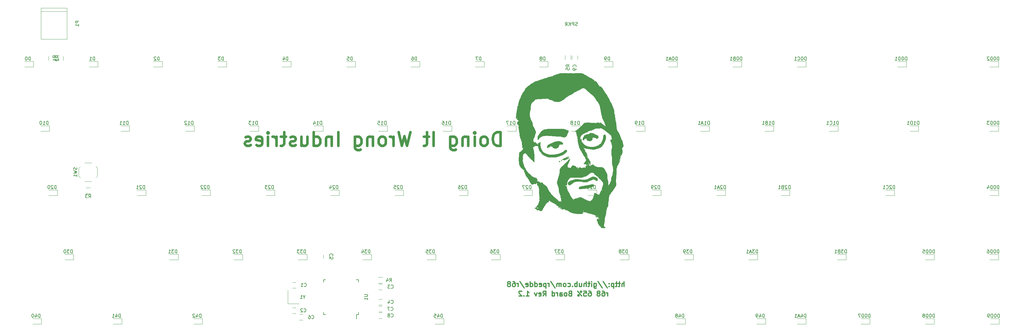
<source format=gbo>
G04 #@! TF.FileFunction,Legend,Bot*
%FSLAX46Y46*%
G04 Gerber Fmt 4.6, Leading zero omitted, Abs format (unit mm)*
G04 Created by KiCad (PCBNEW 4.0.5+dfsg1-4) date Thu Nov 23 22:08:00 2017*
%MOMM*%
%LPD*%
G01*
G04 APERTURE LIST*
%ADD10C,0.100000*%
%ADD11C,0.300000*%
%ADD12C,0.800000*%
%ADD13C,0.150000*%
%ADD14C,0.120000*%
%ADD15C,0.010000*%
G04 APERTURE END LIST*
D10*
D11*
X215715286Y-124313071D02*
X215715286Y-122813071D01*
X215072429Y-124313071D02*
X215072429Y-123527357D01*
X215143858Y-123384500D01*
X215286715Y-123313071D01*
X215501000Y-123313071D01*
X215643858Y-123384500D01*
X215715286Y-123455929D01*
X214572429Y-123313071D02*
X214001000Y-123313071D01*
X214358143Y-122813071D02*
X214358143Y-124098786D01*
X214286715Y-124241643D01*
X214143857Y-124313071D01*
X214001000Y-124313071D01*
X213715286Y-123313071D02*
X213143857Y-123313071D01*
X213501000Y-122813071D02*
X213501000Y-124098786D01*
X213429572Y-124241643D01*
X213286714Y-124313071D01*
X213143857Y-124313071D01*
X212643857Y-123313071D02*
X212643857Y-124813071D01*
X212643857Y-123384500D02*
X212501000Y-123313071D01*
X212215286Y-123313071D01*
X212072429Y-123384500D01*
X212001000Y-123455929D01*
X211929571Y-123598786D01*
X211929571Y-124027357D01*
X212001000Y-124170214D01*
X212072429Y-124241643D01*
X212215286Y-124313071D01*
X212501000Y-124313071D01*
X212643857Y-124241643D01*
X211286714Y-124170214D02*
X211215286Y-124241643D01*
X211286714Y-124313071D01*
X211358143Y-124241643D01*
X211286714Y-124170214D01*
X211286714Y-124313071D01*
X211286714Y-123384500D02*
X211215286Y-123455929D01*
X211286714Y-123527357D01*
X211358143Y-123455929D01*
X211286714Y-123384500D01*
X211286714Y-123527357D01*
X209501000Y-122741643D02*
X210786714Y-124670214D01*
X207929571Y-122741643D02*
X209215285Y-124670214D01*
X206786713Y-123313071D02*
X206786713Y-124527357D01*
X206858142Y-124670214D01*
X206929570Y-124741643D01*
X207072427Y-124813071D01*
X207286713Y-124813071D01*
X207429570Y-124741643D01*
X206786713Y-124241643D02*
X206929570Y-124313071D01*
X207215284Y-124313071D01*
X207358142Y-124241643D01*
X207429570Y-124170214D01*
X207500999Y-124027357D01*
X207500999Y-123598786D01*
X207429570Y-123455929D01*
X207358142Y-123384500D01*
X207215284Y-123313071D01*
X206929570Y-123313071D01*
X206786713Y-123384500D01*
X206072427Y-124313071D02*
X206072427Y-123313071D01*
X206072427Y-122813071D02*
X206143856Y-122884500D01*
X206072427Y-122955929D01*
X206000999Y-122884500D01*
X206072427Y-122813071D01*
X206072427Y-122955929D01*
X205572427Y-123313071D02*
X205000998Y-123313071D01*
X205358141Y-122813071D02*
X205358141Y-124098786D01*
X205286713Y-124241643D01*
X205143855Y-124313071D01*
X205000998Y-124313071D01*
X204500998Y-124313071D02*
X204500998Y-122813071D01*
X203858141Y-124313071D02*
X203858141Y-123527357D01*
X203929570Y-123384500D01*
X204072427Y-123313071D01*
X204286712Y-123313071D01*
X204429570Y-123384500D01*
X204500998Y-123455929D01*
X202500998Y-123313071D02*
X202500998Y-124313071D01*
X203143855Y-123313071D02*
X203143855Y-124098786D01*
X203072427Y-124241643D01*
X202929569Y-124313071D01*
X202715284Y-124313071D01*
X202572427Y-124241643D01*
X202500998Y-124170214D01*
X201786712Y-124313071D02*
X201786712Y-122813071D01*
X201786712Y-123384500D02*
X201643855Y-123313071D01*
X201358141Y-123313071D01*
X201215284Y-123384500D01*
X201143855Y-123455929D01*
X201072426Y-123598786D01*
X201072426Y-124027357D01*
X201143855Y-124170214D01*
X201215284Y-124241643D01*
X201358141Y-124313071D01*
X201643855Y-124313071D01*
X201786712Y-124241643D01*
X200429569Y-124170214D02*
X200358141Y-124241643D01*
X200429569Y-124313071D01*
X200500998Y-124241643D01*
X200429569Y-124170214D01*
X200429569Y-124313071D01*
X199072426Y-124241643D02*
X199215283Y-124313071D01*
X199500997Y-124313071D01*
X199643855Y-124241643D01*
X199715283Y-124170214D01*
X199786712Y-124027357D01*
X199786712Y-123598786D01*
X199715283Y-123455929D01*
X199643855Y-123384500D01*
X199500997Y-123313071D01*
X199215283Y-123313071D01*
X199072426Y-123384500D01*
X198215283Y-124313071D02*
X198358141Y-124241643D01*
X198429569Y-124170214D01*
X198500998Y-124027357D01*
X198500998Y-123598786D01*
X198429569Y-123455929D01*
X198358141Y-123384500D01*
X198215283Y-123313071D01*
X198000998Y-123313071D01*
X197858141Y-123384500D01*
X197786712Y-123455929D01*
X197715283Y-123598786D01*
X197715283Y-124027357D01*
X197786712Y-124170214D01*
X197858141Y-124241643D01*
X198000998Y-124313071D01*
X198215283Y-124313071D01*
X197072426Y-124313071D02*
X197072426Y-123313071D01*
X197072426Y-123455929D02*
X197000998Y-123384500D01*
X196858140Y-123313071D01*
X196643855Y-123313071D01*
X196500998Y-123384500D01*
X196429569Y-123527357D01*
X196429569Y-124313071D01*
X196429569Y-123527357D02*
X196358140Y-123384500D01*
X196215283Y-123313071D01*
X196000998Y-123313071D01*
X195858140Y-123384500D01*
X195786712Y-123527357D01*
X195786712Y-124313071D01*
X194000998Y-122741643D02*
X195286712Y-124670214D01*
X193500997Y-124313071D02*
X193500997Y-123313071D01*
X193500997Y-123598786D02*
X193429569Y-123455929D01*
X193358140Y-123384500D01*
X193215283Y-123313071D01*
X193072426Y-123313071D01*
X192572426Y-123313071D02*
X192572426Y-124813071D01*
X192572426Y-123384500D02*
X192429569Y-123313071D01*
X192143855Y-123313071D01*
X192000998Y-123384500D01*
X191929569Y-123455929D01*
X191858140Y-123598786D01*
X191858140Y-124027357D01*
X191929569Y-124170214D01*
X192000998Y-124241643D01*
X192143855Y-124313071D01*
X192429569Y-124313071D01*
X192572426Y-124241643D01*
X190643855Y-124241643D02*
X190786712Y-124313071D01*
X191072426Y-124313071D01*
X191215283Y-124241643D01*
X191286712Y-124098786D01*
X191286712Y-123527357D01*
X191215283Y-123384500D01*
X191072426Y-123313071D01*
X190786712Y-123313071D01*
X190643855Y-123384500D01*
X190572426Y-123527357D01*
X190572426Y-123670214D01*
X191286712Y-123813071D01*
X189286712Y-124313071D02*
X189286712Y-122813071D01*
X189286712Y-124241643D02*
X189429569Y-124313071D01*
X189715283Y-124313071D01*
X189858141Y-124241643D01*
X189929569Y-124170214D01*
X190000998Y-124027357D01*
X190000998Y-123598786D01*
X189929569Y-123455929D01*
X189858141Y-123384500D01*
X189715283Y-123313071D01*
X189429569Y-123313071D01*
X189286712Y-123384500D01*
X187929569Y-124313071D02*
X187929569Y-122813071D01*
X187929569Y-124241643D02*
X188072426Y-124313071D01*
X188358140Y-124313071D01*
X188500998Y-124241643D01*
X188572426Y-124170214D01*
X188643855Y-124027357D01*
X188643855Y-123598786D01*
X188572426Y-123455929D01*
X188500998Y-123384500D01*
X188358140Y-123313071D01*
X188072426Y-123313071D01*
X187929569Y-123384500D01*
X186643855Y-124241643D02*
X186786712Y-124313071D01*
X187072426Y-124313071D01*
X187215283Y-124241643D01*
X187286712Y-124098786D01*
X187286712Y-123527357D01*
X187215283Y-123384500D01*
X187072426Y-123313071D01*
X186786712Y-123313071D01*
X186643855Y-123384500D01*
X186572426Y-123527357D01*
X186572426Y-123670214D01*
X187286712Y-123813071D01*
X184858141Y-122741643D02*
X186143855Y-124670214D01*
X184358140Y-124313071D02*
X184358140Y-123313071D01*
X184358140Y-123598786D02*
X184286712Y-123455929D01*
X184215283Y-123384500D01*
X184072426Y-123313071D01*
X183929569Y-123313071D01*
X182786712Y-122813071D02*
X183072426Y-122813071D01*
X183215283Y-122884500D01*
X183286712Y-122955929D01*
X183429569Y-123170214D01*
X183500998Y-123455929D01*
X183500998Y-124027357D01*
X183429569Y-124170214D01*
X183358141Y-124241643D01*
X183215283Y-124313071D01*
X182929569Y-124313071D01*
X182786712Y-124241643D01*
X182715283Y-124170214D01*
X182643855Y-124027357D01*
X182643855Y-123670214D01*
X182715283Y-123527357D01*
X182786712Y-123455929D01*
X182929569Y-123384500D01*
X183215283Y-123384500D01*
X183358141Y-123455929D01*
X183429569Y-123527357D01*
X183500998Y-123670214D01*
X181786712Y-123455929D02*
X181929570Y-123384500D01*
X182000998Y-123313071D01*
X182072427Y-123170214D01*
X182072427Y-123098786D01*
X182000998Y-122955929D01*
X181929570Y-122884500D01*
X181786712Y-122813071D01*
X181500998Y-122813071D01*
X181358141Y-122884500D01*
X181286712Y-122955929D01*
X181215284Y-123098786D01*
X181215284Y-123170214D01*
X181286712Y-123313071D01*
X181358141Y-123384500D01*
X181500998Y-123455929D01*
X181786712Y-123455929D01*
X181929570Y-123527357D01*
X182000998Y-123598786D01*
X182072427Y-123741643D01*
X182072427Y-124027357D01*
X182000998Y-124170214D01*
X181929570Y-124241643D01*
X181786712Y-124313071D01*
X181500998Y-124313071D01*
X181358141Y-124241643D01*
X181286712Y-124170214D01*
X181215284Y-124027357D01*
X181215284Y-123741643D01*
X181286712Y-123598786D01*
X181358141Y-123527357D01*
X181500998Y-123455929D01*
X210846141Y-127107071D02*
X210846141Y-126107071D01*
X210846141Y-126392786D02*
X210774713Y-126249929D01*
X210703284Y-126178500D01*
X210560427Y-126107071D01*
X210417570Y-126107071D01*
X209274713Y-125607071D02*
X209560427Y-125607071D01*
X209703284Y-125678500D01*
X209774713Y-125749929D01*
X209917570Y-125964214D01*
X209988999Y-126249929D01*
X209988999Y-126821357D01*
X209917570Y-126964214D01*
X209846142Y-127035643D01*
X209703284Y-127107071D01*
X209417570Y-127107071D01*
X209274713Y-127035643D01*
X209203284Y-126964214D01*
X209131856Y-126821357D01*
X209131856Y-126464214D01*
X209203284Y-126321357D01*
X209274713Y-126249929D01*
X209417570Y-126178500D01*
X209703284Y-126178500D01*
X209846142Y-126249929D01*
X209917570Y-126321357D01*
X209988999Y-126464214D01*
X208274713Y-126249929D02*
X208417571Y-126178500D01*
X208488999Y-126107071D01*
X208560428Y-125964214D01*
X208560428Y-125892786D01*
X208488999Y-125749929D01*
X208417571Y-125678500D01*
X208274713Y-125607071D01*
X207988999Y-125607071D01*
X207846142Y-125678500D01*
X207774713Y-125749929D01*
X207703285Y-125892786D01*
X207703285Y-125964214D01*
X207774713Y-126107071D01*
X207846142Y-126178500D01*
X207988999Y-126249929D01*
X208274713Y-126249929D01*
X208417571Y-126321357D01*
X208488999Y-126392786D01*
X208560428Y-126535643D01*
X208560428Y-126821357D01*
X208488999Y-126964214D01*
X208417571Y-127035643D01*
X208274713Y-127107071D01*
X207988999Y-127107071D01*
X207846142Y-127035643D01*
X207774713Y-126964214D01*
X207703285Y-126821357D01*
X207703285Y-126535643D01*
X207774713Y-126392786D01*
X207846142Y-126321357D01*
X207988999Y-126249929D01*
X205274714Y-125607071D02*
X205560428Y-125607071D01*
X205703285Y-125678500D01*
X205774714Y-125749929D01*
X205917571Y-125964214D01*
X205989000Y-126249929D01*
X205989000Y-126821357D01*
X205917571Y-126964214D01*
X205846143Y-127035643D01*
X205703285Y-127107071D01*
X205417571Y-127107071D01*
X205274714Y-127035643D01*
X205203285Y-126964214D01*
X205131857Y-126821357D01*
X205131857Y-126464214D01*
X205203285Y-126321357D01*
X205274714Y-126249929D01*
X205417571Y-126178500D01*
X205703285Y-126178500D01*
X205846143Y-126249929D01*
X205917571Y-126321357D01*
X205989000Y-126464214D01*
X203774714Y-125607071D02*
X204489000Y-125607071D01*
X204560429Y-126321357D01*
X204489000Y-126249929D01*
X204346143Y-126178500D01*
X203989000Y-126178500D01*
X203846143Y-126249929D01*
X203774714Y-126321357D01*
X203703286Y-126464214D01*
X203703286Y-126821357D01*
X203774714Y-126964214D01*
X203846143Y-127035643D01*
X203989000Y-127107071D01*
X204346143Y-127107071D01*
X204489000Y-127035643D01*
X204560429Y-126964214D01*
X203131858Y-127107071D02*
X201989001Y-125607071D01*
X202917572Y-125607071D02*
X202774715Y-125678500D01*
X202703286Y-125821357D01*
X202774715Y-125964214D01*
X202917572Y-126035643D01*
X203060429Y-125964214D01*
X203131858Y-125821357D01*
X203060429Y-125678500D01*
X202917572Y-125607071D01*
X202060429Y-127035643D02*
X201989001Y-126892786D01*
X202060429Y-126749929D01*
X202203286Y-126678500D01*
X202346143Y-126749929D01*
X202417572Y-126892786D01*
X202346143Y-127035643D01*
X202203286Y-127107071D01*
X202060429Y-127035643D01*
X199703286Y-126321357D02*
X199489000Y-126392786D01*
X199417572Y-126464214D01*
X199346143Y-126607071D01*
X199346143Y-126821357D01*
X199417572Y-126964214D01*
X199489000Y-127035643D01*
X199631858Y-127107071D01*
X200203286Y-127107071D01*
X200203286Y-125607071D01*
X199703286Y-125607071D01*
X199560429Y-125678500D01*
X199489000Y-125749929D01*
X199417572Y-125892786D01*
X199417572Y-126035643D01*
X199489000Y-126178500D01*
X199560429Y-126249929D01*
X199703286Y-126321357D01*
X200203286Y-126321357D01*
X198489000Y-127107071D02*
X198631858Y-127035643D01*
X198703286Y-126964214D01*
X198774715Y-126821357D01*
X198774715Y-126392786D01*
X198703286Y-126249929D01*
X198631858Y-126178500D01*
X198489000Y-126107071D01*
X198274715Y-126107071D01*
X198131858Y-126178500D01*
X198060429Y-126249929D01*
X197989000Y-126392786D01*
X197989000Y-126821357D01*
X198060429Y-126964214D01*
X198131858Y-127035643D01*
X198274715Y-127107071D01*
X198489000Y-127107071D01*
X196703286Y-127107071D02*
X196703286Y-126321357D01*
X196774715Y-126178500D01*
X196917572Y-126107071D01*
X197203286Y-126107071D01*
X197346143Y-126178500D01*
X196703286Y-127035643D02*
X196846143Y-127107071D01*
X197203286Y-127107071D01*
X197346143Y-127035643D01*
X197417572Y-126892786D01*
X197417572Y-126749929D01*
X197346143Y-126607071D01*
X197203286Y-126535643D01*
X196846143Y-126535643D01*
X196703286Y-126464214D01*
X195989000Y-127107071D02*
X195989000Y-126107071D01*
X195989000Y-126392786D02*
X195917572Y-126249929D01*
X195846143Y-126178500D01*
X195703286Y-126107071D01*
X195560429Y-126107071D01*
X194417572Y-127107071D02*
X194417572Y-125607071D01*
X194417572Y-127035643D02*
X194560429Y-127107071D01*
X194846143Y-127107071D01*
X194989001Y-127035643D01*
X195060429Y-126964214D01*
X195131858Y-126821357D01*
X195131858Y-126392786D01*
X195060429Y-126249929D01*
X194989001Y-126178500D01*
X194846143Y-126107071D01*
X194560429Y-126107071D01*
X194417572Y-126178500D01*
X191703286Y-127107071D02*
X192203286Y-126392786D01*
X192560429Y-127107071D02*
X192560429Y-125607071D01*
X191989001Y-125607071D01*
X191846143Y-125678500D01*
X191774715Y-125749929D01*
X191703286Y-125892786D01*
X191703286Y-126107071D01*
X191774715Y-126249929D01*
X191846143Y-126321357D01*
X191989001Y-126392786D01*
X192560429Y-126392786D01*
X190489001Y-127035643D02*
X190631858Y-127107071D01*
X190917572Y-127107071D01*
X191060429Y-127035643D01*
X191131858Y-126892786D01*
X191131858Y-126321357D01*
X191060429Y-126178500D01*
X190917572Y-126107071D01*
X190631858Y-126107071D01*
X190489001Y-126178500D01*
X190417572Y-126321357D01*
X190417572Y-126464214D01*
X191131858Y-126607071D01*
X189917572Y-126107071D02*
X189560429Y-127107071D01*
X189203287Y-126107071D01*
X186703287Y-127107071D02*
X187560430Y-127107071D01*
X187131858Y-127107071D02*
X187131858Y-125607071D01*
X187274715Y-125821357D01*
X187417573Y-125964214D01*
X187560430Y-126035643D01*
X186060430Y-126964214D02*
X185989002Y-127035643D01*
X186060430Y-127107071D01*
X186131859Y-127035643D01*
X186060430Y-126964214D01*
X186060430Y-127107071D01*
X185417573Y-125749929D02*
X185346144Y-125678500D01*
X185203287Y-125607071D01*
X184846144Y-125607071D01*
X184703287Y-125678500D01*
X184631858Y-125749929D01*
X184560430Y-125892786D01*
X184560430Y-126035643D01*
X184631858Y-126249929D01*
X185489001Y-127107071D01*
X184560430Y-127107071D01*
D12*
X179065286Y-82518024D02*
X179065286Y-78518024D01*
X178112905Y-78518024D01*
X177541477Y-78708500D01*
X177160524Y-79089452D01*
X176970048Y-79470405D01*
X176779572Y-80232310D01*
X176779572Y-80803738D01*
X176970048Y-81565643D01*
X177160524Y-81946595D01*
X177541477Y-82327548D01*
X178112905Y-82518024D01*
X179065286Y-82518024D01*
X174493857Y-82518024D02*
X174874810Y-82327548D01*
X175065286Y-82137071D01*
X175255762Y-81756119D01*
X175255762Y-80613262D01*
X175065286Y-80232310D01*
X174874810Y-80041833D01*
X174493857Y-79851357D01*
X173922429Y-79851357D01*
X173541477Y-80041833D01*
X173351000Y-80232310D01*
X173160524Y-80613262D01*
X173160524Y-81756119D01*
X173351000Y-82137071D01*
X173541477Y-82327548D01*
X173922429Y-82518024D01*
X174493857Y-82518024D01*
X171446238Y-82518024D02*
X171446238Y-79851357D01*
X171446238Y-78518024D02*
X171636714Y-78708500D01*
X171446238Y-78898976D01*
X171255762Y-78708500D01*
X171446238Y-78518024D01*
X171446238Y-78898976D01*
X169541476Y-79851357D02*
X169541476Y-82518024D01*
X169541476Y-80232310D02*
X169351000Y-80041833D01*
X168970047Y-79851357D01*
X168398619Y-79851357D01*
X168017667Y-80041833D01*
X167827190Y-80422786D01*
X167827190Y-82518024D01*
X164208142Y-79851357D02*
X164208142Y-83089452D01*
X164398619Y-83470405D01*
X164589095Y-83660881D01*
X164970047Y-83851357D01*
X165541476Y-83851357D01*
X165922428Y-83660881D01*
X164208142Y-82327548D02*
X164589095Y-82518024D01*
X165350999Y-82518024D01*
X165731952Y-82327548D01*
X165922428Y-82137071D01*
X166112904Y-81756119D01*
X166112904Y-80613262D01*
X165922428Y-80232310D01*
X165731952Y-80041833D01*
X165350999Y-79851357D01*
X164589095Y-79851357D01*
X164208142Y-80041833D01*
X159255761Y-82518024D02*
X159255761Y-78518024D01*
X157922428Y-79851357D02*
X156398618Y-79851357D01*
X157350999Y-78518024D02*
X157350999Y-81946595D01*
X157160523Y-82327548D01*
X156779570Y-82518024D01*
X156398618Y-82518024D01*
X152398618Y-78518024D02*
X151446237Y-82518024D01*
X150684333Y-79660881D01*
X149922428Y-82518024D01*
X148970047Y-78518024D01*
X147446237Y-82518024D02*
X147446237Y-79851357D01*
X147446237Y-80613262D02*
X147255761Y-80232310D01*
X147065285Y-80041833D01*
X146684332Y-79851357D01*
X146303380Y-79851357D01*
X144398618Y-82518024D02*
X144779571Y-82327548D01*
X144970047Y-82137071D01*
X145160523Y-81756119D01*
X145160523Y-80613262D01*
X144970047Y-80232310D01*
X144779571Y-80041833D01*
X144398618Y-79851357D01*
X143827190Y-79851357D01*
X143446238Y-80041833D01*
X143255761Y-80232310D01*
X143065285Y-80613262D01*
X143065285Y-81756119D01*
X143255761Y-82137071D01*
X143446238Y-82327548D01*
X143827190Y-82518024D01*
X144398618Y-82518024D01*
X141350999Y-79851357D02*
X141350999Y-82518024D01*
X141350999Y-80232310D02*
X141160523Y-80041833D01*
X140779570Y-79851357D01*
X140208142Y-79851357D01*
X139827190Y-80041833D01*
X139636713Y-80422786D01*
X139636713Y-82518024D01*
X136017665Y-79851357D02*
X136017665Y-83089452D01*
X136208142Y-83470405D01*
X136398618Y-83660881D01*
X136779570Y-83851357D01*
X137350999Y-83851357D01*
X137731951Y-83660881D01*
X136017665Y-82327548D02*
X136398618Y-82518024D01*
X137160522Y-82518024D01*
X137541475Y-82327548D01*
X137731951Y-82137071D01*
X137922427Y-81756119D01*
X137922427Y-80613262D01*
X137731951Y-80232310D01*
X137541475Y-80041833D01*
X137160522Y-79851357D01*
X136398618Y-79851357D01*
X136017665Y-80041833D01*
X131065284Y-82518024D02*
X131065284Y-78518024D01*
X129160522Y-79851357D02*
X129160522Y-82518024D01*
X129160522Y-80232310D02*
X128970046Y-80041833D01*
X128589093Y-79851357D01*
X128017665Y-79851357D01*
X127636713Y-80041833D01*
X127446236Y-80422786D01*
X127446236Y-82518024D01*
X123827188Y-82518024D02*
X123827188Y-78518024D01*
X123827188Y-82327548D02*
X124208141Y-82518024D01*
X124970045Y-82518024D01*
X125350998Y-82327548D01*
X125541474Y-82137071D01*
X125731950Y-81756119D01*
X125731950Y-80613262D01*
X125541474Y-80232310D01*
X125350998Y-80041833D01*
X124970045Y-79851357D01*
X124208141Y-79851357D01*
X123827188Y-80041833D01*
X120208140Y-79851357D02*
X120208140Y-82518024D01*
X121922426Y-79851357D02*
X121922426Y-81946595D01*
X121731950Y-82327548D01*
X121350997Y-82518024D01*
X120779569Y-82518024D01*
X120398617Y-82327548D01*
X120208140Y-82137071D01*
X118493854Y-82327548D02*
X118112902Y-82518024D01*
X117350997Y-82518024D01*
X116970045Y-82327548D01*
X116779569Y-81946595D01*
X116779569Y-81756119D01*
X116970045Y-81375167D01*
X117350997Y-81184690D01*
X117922426Y-81184690D01*
X118303378Y-80994214D01*
X118493854Y-80613262D01*
X118493854Y-80422786D01*
X118303378Y-80041833D01*
X117922426Y-79851357D01*
X117350997Y-79851357D01*
X116970045Y-80041833D01*
X115636712Y-79851357D02*
X114112902Y-79851357D01*
X115065283Y-78518024D02*
X115065283Y-81946595D01*
X114874807Y-82327548D01*
X114493854Y-82518024D01*
X114112902Y-82518024D01*
X112779569Y-82518024D02*
X112779569Y-79851357D01*
X112779569Y-80613262D02*
X112589093Y-80232310D01*
X112398617Y-80041833D01*
X112017664Y-79851357D01*
X111636712Y-79851357D01*
X110303379Y-82518024D02*
X110303379Y-79851357D01*
X110303379Y-78518024D02*
X110493855Y-78708500D01*
X110303379Y-78898976D01*
X110112903Y-78708500D01*
X110303379Y-78518024D01*
X110303379Y-78898976D01*
X106874808Y-82327548D02*
X107255760Y-82518024D01*
X108017665Y-82518024D01*
X108398617Y-82327548D01*
X108589093Y-81946595D01*
X108589093Y-80422786D01*
X108398617Y-80041833D01*
X108017665Y-79851357D01*
X107255760Y-79851357D01*
X106874808Y-80041833D01*
X106684331Y-80422786D01*
X106684331Y-80803738D01*
X108589093Y-81184690D01*
X105160522Y-82327548D02*
X104779570Y-82518024D01*
X104017665Y-82518024D01*
X103636713Y-82327548D01*
X103446237Y-81946595D01*
X103446237Y-81756119D01*
X103636713Y-81375167D01*
X104017665Y-81184690D01*
X104589094Y-81184690D01*
X104970046Y-80994214D01*
X105160522Y-80613262D01*
X105160522Y-80422786D01*
X104970046Y-80041833D01*
X104589094Y-79851357D01*
X104017665Y-79851357D01*
X103636713Y-80041833D01*
D13*
X137081250Y-132571875D02*
X136506250Y-132571875D01*
X137081250Y-122221875D02*
X136406250Y-122221875D01*
X126731250Y-122221875D02*
X127406250Y-122221875D01*
X126731250Y-132571875D02*
X127406250Y-132571875D01*
X137081250Y-132571875D02*
X137081250Y-131896875D01*
X126731250Y-132571875D02*
X126731250Y-131896875D01*
X126731250Y-122221875D02*
X126731250Y-122896875D01*
X137081250Y-122221875D02*
X137081250Y-122896875D01*
X136506250Y-132571875D02*
X136506250Y-133846875D01*
D14*
X43125000Y-42750000D02*
X50825000Y-42750000D01*
X43125000Y-41750000D02*
X50825000Y-41750000D01*
X50825000Y-41750000D02*
X50825000Y-50950000D01*
X50825000Y-50950000D02*
X43125000Y-50950000D01*
X43125000Y-50950000D02*
X43125000Y-41750000D01*
X59375000Y-88662500D02*
X59825000Y-89112500D01*
X59375000Y-92062500D02*
X59825000Y-91612500D01*
X54775000Y-92062500D02*
X54325000Y-91612500D01*
X54775000Y-88662500D02*
X54325000Y-89112500D01*
X56075000Y-93112500D02*
X58075000Y-93112500D01*
X59825000Y-89112500D02*
X59825000Y-91612500D01*
X56075000Y-87612500D02*
X58075000Y-87612500D01*
X54325000Y-89112500D02*
X54325000Y-91612500D01*
X118575000Y-124712500D02*
X117575000Y-124712500D01*
X117575000Y-123012500D02*
X118575000Y-123012500D01*
X118575000Y-132212500D02*
X117575000Y-132212500D01*
X117575000Y-130512500D02*
X118575000Y-130512500D01*
X144075000Y-125212500D02*
X143075000Y-125212500D01*
X143075000Y-123512500D02*
X144075000Y-123512500D01*
X144075000Y-129712500D02*
X143075000Y-129712500D01*
X143075000Y-128012500D02*
X144075000Y-128012500D01*
X128425000Y-114862500D02*
X128425000Y-115862500D01*
X126725000Y-115862500D02*
X126725000Y-114862500D01*
X119575000Y-132512500D02*
X120575000Y-132512500D01*
X120575000Y-134212500D02*
X119575000Y-134212500D01*
X144075000Y-131712500D02*
X143075000Y-131712500D01*
X143075000Y-130012500D02*
X144075000Y-130012500D01*
X144075000Y-133712500D02*
X143075000Y-133712500D01*
X143075000Y-132012500D02*
X144075000Y-132012500D01*
X200225000Y-56862500D02*
X200225000Y-55862500D01*
X201925000Y-55862500D02*
X201925000Y-56862500D01*
X49749600Y-57231840D02*
X49749600Y-56031840D01*
X47989600Y-56031840D02*
X47989600Y-57231840D01*
X45416580Y-56031840D02*
X45416580Y-57231840D01*
X47176580Y-57231840D02*
X47176580Y-56031840D01*
X57675000Y-94982500D02*
X56475000Y-94982500D01*
X56475000Y-96742500D02*
X57675000Y-96742500D01*
X144175000Y-121482500D02*
X142975000Y-121482500D01*
X142975000Y-123242500D02*
X144175000Y-123242500D01*
X198195000Y-55762500D02*
X198195000Y-56962500D01*
X199955000Y-56962500D02*
X199955000Y-55762500D01*
X119521875Y-129396875D02*
X116221875Y-129396875D01*
X116221875Y-129396875D02*
X116221875Y-125396875D01*
D15*
G36*
X202182839Y-60997764D02*
X202025641Y-61006629D01*
X201949900Y-61011528D01*
X201781415Y-61023144D01*
X201610644Y-61035806D01*
X201452135Y-61048374D01*
X201320436Y-61059710D01*
X201256723Y-61065813D01*
X201144991Y-61074864D01*
X201046010Y-61078627D01*
X200975175Y-61076690D01*
X200956695Y-61073876D01*
X200875497Y-61076928D01*
X200804389Y-61105328D01*
X200744249Y-61134493D01*
X200702819Y-61138439D01*
X200654985Y-61117644D01*
X200638809Y-61108478D01*
X200549211Y-61070240D01*
X200485909Y-61072543D01*
X200451300Y-61114900D01*
X200417470Y-61157433D01*
X200360016Y-61159468D01*
X200284976Y-61121743D01*
X200244220Y-61089500D01*
X200175088Y-61034367D01*
X200133285Y-61017753D01*
X200113020Y-61039657D01*
X200108400Y-61089500D01*
X200102663Y-61145825D01*
X200081868Y-61160981D01*
X200040642Y-61134966D01*
X199994100Y-61089499D01*
X199927677Y-61030565D01*
X199883384Y-61016707D01*
X199859651Y-61048067D01*
X199854400Y-61102200D01*
X199846433Y-61168908D01*
X199824260Y-61187304D01*
X199790479Y-61157017D01*
X199765500Y-61114900D01*
X199744866Y-61078416D01*
X199721330Y-61055956D01*
X199683208Y-61044118D01*
X199618817Y-61039500D01*
X199516470Y-61038700D01*
X199503782Y-61038699D01*
X199388307Y-61040718D01*
X199302883Y-61049780D01*
X199226825Y-61070395D01*
X199139449Y-61107071D01*
X199095964Y-61127599D01*
X198985423Y-61179387D01*
X198918106Y-61207915D01*
X198892357Y-61213720D01*
X198906519Y-61197342D01*
X198925208Y-61183071D01*
X198958136Y-61136551D01*
X198961593Y-61101186D01*
X198943242Y-61070522D01*
X198898681Y-61047980D01*
X198823506Y-61033157D01*
X198713315Y-61025649D01*
X198563703Y-61025053D01*
X198370268Y-61030964D01*
X198254200Y-61036310D01*
X198095626Y-61043167D01*
X197946187Y-61047691D01*
X197816654Y-61049702D01*
X197717801Y-61049019D01*
X197665559Y-61046144D01*
X197578757Y-61042690D01*
X197513837Y-61060687D01*
X197465365Y-61090522D01*
X197405623Y-61126574D01*
X197365184Y-61130571D01*
X197342806Y-61118854D01*
X197240857Y-61055118D01*
X197161977Y-61025605D01*
X197110080Y-61029959D01*
X197089078Y-61067825D01*
X197102883Y-61138849D01*
X197103518Y-61140544D01*
X197117636Y-61199704D01*
X197108953Y-61230589D01*
X197090226Y-61222153D01*
X197085800Y-61196535D01*
X197063013Y-61135570D01*
X197004066Y-61081587D01*
X196944423Y-61054175D01*
X196867652Y-61048565D01*
X196759885Y-61064044D01*
X196634737Y-61097400D01*
X196505822Y-61145420D01*
X196450800Y-61170667D01*
X196361926Y-61210412D01*
X196285070Y-61238078D01*
X196236310Y-61247912D01*
X196235091Y-61247847D01*
X196175184Y-61258577D01*
X196128035Y-61281114D01*
X196059641Y-61310176D01*
X196008861Y-61318100D01*
X195958702Y-61326801D01*
X195872052Y-61350460D01*
X195759686Y-61385410D01*
X195632376Y-61427982D01*
X195500894Y-61474511D01*
X195376014Y-61521328D01*
X195268508Y-61564766D01*
X195216450Y-61587857D01*
X195129343Y-61622245D01*
X195048028Y-61644139D01*
X195011754Y-61648299D01*
X194927013Y-61664606D01*
X194868175Y-61706570D01*
X194842164Y-61763755D01*
X194855902Y-61825727D01*
X194876577Y-61852076D01*
X194909797Y-61890478D01*
X194909302Y-61902222D01*
X194882795Y-61890058D01*
X194837983Y-61856737D01*
X194803799Y-61826099D01*
X194753415Y-61779084D01*
X194715967Y-61754973D01*
X194682276Y-61757405D01*
X194643166Y-61790019D01*
X194589457Y-61856455D01*
X194531561Y-61934049D01*
X194479634Y-61998681D01*
X194437026Y-62042467D01*
X194417092Y-62054699D01*
X194382626Y-62041656D01*
X194323866Y-62008640D01*
X194292722Y-61988794D01*
X194228565Y-61953044D01*
X194179547Y-61937609D01*
X194166267Y-61939493D01*
X194141837Y-61981251D01*
X194145985Y-62046428D01*
X194176525Y-62118016D01*
X194192044Y-62140174D01*
X194220399Y-62184465D01*
X194221824Y-62206542D01*
X194218943Y-62207100D01*
X194182689Y-62188547D01*
X194177500Y-62181700D01*
X194141675Y-62160362D01*
X194112501Y-62156300D01*
X194071200Y-62137689D01*
X194063200Y-62104871D01*
X194040968Y-62058399D01*
X193986697Y-62024417D01*
X193919028Y-62011898D01*
X193882046Y-62017664D01*
X193844335Y-62052146D01*
X193838035Y-62111246D01*
X193863920Y-62179058D01*
X193873508Y-62192904D01*
X193906912Y-62249909D01*
X193901688Y-62279675D01*
X193885400Y-62283300D01*
X193863342Y-62262532D01*
X193860001Y-62242237D01*
X193843230Y-62212163D01*
X193813387Y-62213364D01*
X193780111Y-62213232D01*
X193775909Y-62179326D01*
X193778248Y-62165527D01*
X193780649Y-62140787D01*
X193775341Y-62121840D01*
X193759241Y-62109526D01*
X193729267Y-62104688D01*
X193682338Y-62108165D01*
X193615371Y-62120800D01*
X193525284Y-62143432D01*
X193408996Y-62176903D01*
X193263425Y-62222054D01*
X193085488Y-62279725D01*
X192872105Y-62350759D01*
X192620193Y-62435994D01*
X192326669Y-62536274D01*
X191988453Y-62652438D01*
X191967700Y-62659577D01*
X191907164Y-62679914D01*
X191805194Y-62713604D01*
X191668701Y-62758388D01*
X191504592Y-62812009D01*
X191319776Y-62872206D01*
X191121163Y-62936723D01*
X190977100Y-62983413D01*
X190775406Y-63049595D01*
X190589707Y-63112213D01*
X190425660Y-63169235D01*
X190288921Y-63218630D01*
X190185149Y-63258366D01*
X190120000Y-63286410D01*
X190099983Y-63298440D01*
X190078187Y-63319506D01*
X190049394Y-63336627D01*
X190004061Y-63352913D01*
X189932644Y-63371476D01*
X189825601Y-63395424D01*
X189757900Y-63409930D01*
X189626537Y-63447160D01*
X189463982Y-63507536D01*
X189281104Y-63585718D01*
X189088773Y-63676366D01*
X188897859Y-63774140D01*
X188719231Y-63873700D01*
X188563759Y-63969707D01*
X188444192Y-64055316D01*
X188362454Y-64106185D01*
X188273249Y-64141461D01*
X188248144Y-64147007D01*
X188163829Y-64174439D01*
X188117097Y-64219925D01*
X188113700Y-64276786D01*
X188121430Y-64294070D01*
X188127625Y-64320022D01*
X188103598Y-64336696D01*
X188039925Y-64349698D01*
X188024026Y-64352011D01*
X187942379Y-64364898D01*
X187876687Y-64377610D01*
X187859250Y-64381958D01*
X187820891Y-64411348D01*
X187820862Y-64452004D01*
X187857905Y-64483361D01*
X187865600Y-64485740D01*
X187909897Y-64507638D01*
X187913009Y-64534273D01*
X187883525Y-64560205D01*
X187830032Y-64579997D01*
X187761116Y-64588210D01*
X187709816Y-64584404D01*
X187646497Y-64576978D01*
X187618580Y-64586827D01*
X187611712Y-64620979D01*
X187611600Y-64632499D01*
X187600772Y-64681448D01*
X187560130Y-64696188D01*
X187553577Y-64696299D01*
X187492508Y-64721157D01*
X187448872Y-64775325D01*
X187410994Y-64825631D01*
X187385588Y-64826999D01*
X187383373Y-64823902D01*
X187342440Y-64795298D01*
X187288168Y-64807825D01*
X187229338Y-64856883D01*
X187178167Y-64931384D01*
X187115200Y-65024121D01*
X187033730Y-65089733D01*
X186987667Y-65114876D01*
X186899353Y-65167253D01*
X186803193Y-65237399D01*
X186708365Y-65316877D01*
X186624045Y-65397254D01*
X186559410Y-65470094D01*
X186523637Y-65526962D01*
X186519400Y-65545284D01*
X186501220Y-65604854D01*
X186465898Y-65651213D01*
X186397021Y-65737923D01*
X186340880Y-65853958D01*
X186308346Y-65974953D01*
X186276485Y-66067684D01*
X186228524Y-66132491D01*
X186180024Y-66196648D01*
X186164007Y-66279273D01*
X186163800Y-66293425D01*
X186161163Y-66350574D01*
X186145935Y-66387730D01*
X186107138Y-66417848D01*
X186033799Y-66453885D01*
X186024100Y-66458332D01*
X185946513Y-66499920D01*
X185896666Y-66538822D01*
X185884400Y-66560895D01*
X185870474Y-66602646D01*
X185834884Y-66666909D01*
X185807369Y-66708350D01*
X185753579Y-66785198D01*
X185705200Y-66855690D01*
X185688442Y-66880700D01*
X185640777Y-66945380D01*
X185584692Y-67012182D01*
X185584328Y-67012582D01*
X185539002Y-67083796D01*
X185535776Y-67133232D01*
X185537631Y-67174508D01*
X185526423Y-67185500D01*
X185510517Y-67207653D01*
X185503425Y-67261338D01*
X185503401Y-67264983D01*
X185493167Y-67322870D01*
X185456830Y-67381242D01*
X185389101Y-67450909D01*
X185310945Y-67535991D01*
X185276308Y-67604347D01*
X185274706Y-67619075D01*
X185261495Y-67681598D01*
X185229174Y-67754851D01*
X185222738Y-67765883D01*
X185190447Y-67831408D01*
X185176616Y-67885126D01*
X185176918Y-67892883D01*
X185167980Y-67940008D01*
X185138256Y-68005287D01*
X185127380Y-68023700D01*
X185090204Y-68100758D01*
X185073239Y-68173186D01*
X185077574Y-68227966D01*
X185104300Y-68252076D01*
X185108249Y-68252300D01*
X185151834Y-68240263D01*
X185217062Y-68210101D01*
X185241599Y-68196600D01*
X185299732Y-68163885D01*
X185320291Y-68156446D01*
X185309506Y-68173832D01*
X185293292Y-68192867D01*
X185246169Y-68233691D01*
X185172515Y-68283753D01*
X185115492Y-68317104D01*
X185028893Y-68368137D01*
X184965491Y-68418957D01*
X184915824Y-68481619D01*
X184870427Y-68568181D01*
X184819837Y-68690699D01*
X184817462Y-68696800D01*
X184776080Y-68799954D01*
X184736529Y-68892941D01*
X184705892Y-68959245D01*
X184700191Y-68970204D01*
X184676871Y-69025819D01*
X184646783Y-69115384D01*
X184614951Y-69223434D01*
X184601128Y-69275004D01*
X184567573Y-69398106D01*
X184531236Y-69521284D01*
X184498439Y-69623381D01*
X184489303Y-69649300D01*
X184447528Y-69793236D01*
X184440135Y-69904561D01*
X184461637Y-69978820D01*
X184469075Y-70014030D01*
X184454262Y-70062480D01*
X184413104Y-70134821D01*
X184385437Y-70177203D01*
X184335439Y-70255823D01*
X184299261Y-70319864D01*
X184284267Y-70356219D01*
X184284200Y-70357352D01*
X184304425Y-70379479D01*
X184348064Y-70385504D01*
X184389566Y-70372855D01*
X184394741Y-70368492D01*
X184428421Y-70349466D01*
X184489407Y-70324664D01*
X184503935Y-70319530D01*
X184595721Y-70287975D01*
X184504701Y-70381387D01*
X184441613Y-70457016D01*
X184389331Y-70538092D01*
X184375245Y-70567069D01*
X184325529Y-70644885D01*
X184274098Y-70675078D01*
X184220165Y-70704854D01*
X184196027Y-70739212D01*
X184165913Y-70786564D01*
X184143534Y-70801856D01*
X184114787Y-70837639D01*
X184108139Y-70905073D01*
X184123297Y-70990210D01*
X184148900Y-71057498D01*
X184174490Y-71116938D01*
X184173908Y-71153759D01*
X184143308Y-71190971D01*
X184123500Y-71209547D01*
X184067868Y-71290329D01*
X184058633Y-71380168D01*
X184085469Y-71450417D01*
X184099162Y-71487787D01*
X184085425Y-71528444D01*
X184044344Y-71582616D01*
X184003925Y-71636321D01*
X183984852Y-71685596D01*
X183982019Y-71750905D01*
X183986666Y-71813834D01*
X183990797Y-71894808D01*
X183987759Y-71952985D01*
X183980796Y-71972537D01*
X183967616Y-72002694D01*
X183952380Y-72069752D01*
X183936963Y-72159961D01*
X183923239Y-72259574D01*
X183913082Y-72354842D01*
X183908366Y-72432019D01*
X183910964Y-72477355D01*
X183911683Y-72479567D01*
X183914004Y-72513427D01*
X183904373Y-72519500D01*
X183882606Y-72541185D01*
X183859398Y-72594184D01*
X183856932Y-72602050D01*
X183843507Y-72664877D01*
X183829049Y-72761985D01*
X183814652Y-72881529D01*
X183801411Y-73011666D01*
X183790418Y-73140551D01*
X183782768Y-73256340D01*
X183779555Y-73347190D01*
X183781873Y-73401255D01*
X183782733Y-73405338D01*
X183778305Y-73460979D01*
X183757233Y-73481604D01*
X183737114Y-73501979D01*
X183727434Y-73541650D01*
X183726905Y-73611702D01*
X183732216Y-73697169D01*
X183736454Y-73793063D01*
X183733942Y-73866058D01*
X183725222Y-73903316D01*
X183723421Y-73905023D01*
X183713276Y-73935151D01*
X183705346Y-74004110D01*
X183700729Y-74099943D01*
X183700000Y-74159782D01*
X183700000Y-74400067D01*
X183760730Y-74384825D01*
X183813232Y-74382983D01*
X183838429Y-74397041D01*
X183875443Y-74420143D01*
X183904700Y-74424499D01*
X183933577Y-74417809D01*
X183948429Y-74389695D01*
X183953636Y-74328094D01*
X183954000Y-74288736D01*
X183947921Y-74194260D01*
X183926997Y-74134543D01*
X183905267Y-74108870D01*
X183872200Y-74073550D01*
X183877275Y-74046059D01*
X183901990Y-74019310D01*
X183928779Y-73975113D01*
X183948536Y-73898821D01*
X183963312Y-73781916D01*
X183965711Y-73754591D01*
X183975923Y-73658092D01*
X183987725Y-73586193D01*
X183999162Y-73549599D01*
X184003555Y-73547430D01*
X184019461Y-73581630D01*
X184031134Y-73653511D01*
X184038053Y-73750091D01*
X184039696Y-73858388D01*
X184035543Y-73965418D01*
X184025072Y-74058200D01*
X184024243Y-74062968D01*
X184010068Y-74152454D01*
X184008605Y-74209771D01*
X184021865Y-74252413D01*
X184051133Y-74296889D01*
X184094054Y-74363278D01*
X184100845Y-74407844D01*
X184070790Y-74445184D01*
X184042900Y-74464935D01*
X183997909Y-74507762D01*
X183983097Y-74563732D01*
X183998439Y-74642192D01*
X184042177Y-74748774D01*
X184092651Y-74842779D01*
X184138526Y-74890235D01*
X184186651Y-74894086D01*
X184243875Y-74857273D01*
X184260052Y-74842401D01*
X184318469Y-74795979D01*
X184350743Y-74793069D01*
X184356271Y-74833307D01*
X184342454Y-74891747D01*
X184327859Y-74973228D01*
X184346507Y-75016965D01*
X184399223Y-75024328D01*
X184419960Y-75020119D01*
X184468619Y-75013713D01*
X184485702Y-75037633D01*
X184487401Y-75071923D01*
X184477988Y-75111773D01*
X184446676Y-75164658D01*
X184388853Y-75236677D01*
X184299909Y-75333933D01*
X184250177Y-75385826D01*
X184132078Y-75510060D01*
X184048138Y-75604074D01*
X183995253Y-75672175D01*
X183970316Y-75718668D01*
X183970224Y-75747861D01*
X183981076Y-75759035D01*
X184000387Y-75761687D01*
X184034044Y-75750384D01*
X184087339Y-75722016D01*
X184165564Y-75673472D01*
X184274012Y-75601641D01*
X184417975Y-75503412D01*
X184429890Y-75495212D01*
X184627100Y-75359424D01*
X184290550Y-75688548D01*
X184183819Y-75795082D01*
X184091035Y-75891816D01*
X184017964Y-75972400D01*
X183970371Y-76030483D01*
X183954000Y-76059286D01*
X183966359Y-76092682D01*
X184005350Y-76095301D01*
X184073845Y-76066070D01*
X184174716Y-76003918D01*
X184258800Y-75945503D01*
X184350613Y-75880877D01*
X184404989Y-75845598D01*
X184424871Y-75838184D01*
X184413196Y-75857153D01*
X184396411Y-75876104D01*
X184299833Y-75987486D01*
X184239394Y-76073597D01*
X184211212Y-76140450D01*
X184208000Y-76167825D01*
X184222138Y-76215583D01*
X184265638Y-76224909D01*
X184340130Y-76195837D01*
X184381887Y-76171669D01*
X184472870Y-76115439D01*
X184403935Y-76205817D01*
X184353237Y-76289581D01*
X184334307Y-76360780D01*
X184347416Y-76410799D01*
X184392838Y-76431022D01*
X184396813Y-76431100D01*
X184445436Y-76443446D01*
X184465468Y-76489610D01*
X184466663Y-76498388D01*
X184492841Y-76569974D01*
X184543459Y-76603114D01*
X184608509Y-76592160D01*
X184620663Y-76585269D01*
X184715926Y-76526611D01*
X184773988Y-76494973D01*
X184795085Y-76492101D01*
X184779455Y-76519740D01*
X184727336Y-76579637D01*
X184638964Y-76673538D01*
X184633450Y-76679311D01*
X184522683Y-76800297D01*
X184450430Y-76891877D01*
X184415577Y-76956426D01*
X184417012Y-76996324D01*
X184453621Y-77013948D01*
X184476141Y-77015300D01*
X184520638Y-77018621D01*
X184523426Y-77037890D01*
X184501541Y-77071751D01*
X184472682Y-77140698D01*
X184463267Y-77223597D01*
X184473420Y-77299608D01*
X184499926Y-77345355D01*
X184525522Y-77391509D01*
X184523111Y-77469115D01*
X184517909Y-77561351D01*
X184525424Y-77675434D01*
X184543174Y-77800042D01*
X184568679Y-77923856D01*
X184599461Y-78035552D01*
X184633037Y-78123809D01*
X184666928Y-78177305D01*
X184680273Y-78186537D01*
X184711290Y-78201392D01*
X184695453Y-78206800D01*
X184685750Y-78207314D01*
X184639944Y-78221886D01*
X184627502Y-78233851D01*
X184625590Y-78268172D01*
X184632506Y-78341707D01*
X184646408Y-78444004D01*
X184665452Y-78564608D01*
X184687795Y-78693069D01*
X184711592Y-78818932D01*
X184735001Y-78931747D01*
X184756178Y-79021059D01*
X184773279Y-79076416D01*
X184777682Y-79085400D01*
X184796163Y-79144352D01*
X184799147Y-79221156D01*
X184798207Y-79230426D01*
X184796719Y-79339898D01*
X184811594Y-79484746D01*
X184840157Y-79653247D01*
X184879731Y-79833681D01*
X184927642Y-80014327D01*
X184981213Y-80183462D01*
X185037767Y-80329365D01*
X185060069Y-80377468D01*
X185101977Y-80467276D01*
X185132991Y-80542773D01*
X185147408Y-80589860D01*
X185147800Y-80594326D01*
X185155988Y-80641656D01*
X185176417Y-80712370D01*
X185184357Y-80735550D01*
X185211419Y-80828984D01*
X185232901Y-80932838D01*
X185236397Y-80956541D01*
X185257331Y-81046491D01*
X185295798Y-81102090D01*
X185313459Y-81115430D01*
X185355641Y-81152201D01*
X185359049Y-81194182D01*
X185350319Y-81220792D01*
X185328610Y-81296124D01*
X185338229Y-81339889D01*
X185383109Y-81363300D01*
X185401800Y-81367589D01*
X185461657Y-81394060D01*
X185475318Y-81435699D01*
X185440517Y-81485167D01*
X185438603Y-81486776D01*
X185409935Y-81539959D01*
X185406853Y-81597836D01*
X185421112Y-81655441D01*
X185458457Y-81679843D01*
X185484350Y-81684237D01*
X185539654Y-81699616D01*
X185551778Y-81723465D01*
X185517139Y-81748483D01*
X185516100Y-81748885D01*
X185497421Y-81766709D01*
X185485865Y-81808691D01*
X185480110Y-81883709D01*
X185478832Y-81999252D01*
X185482247Y-82144668D01*
X185490728Y-82284886D01*
X185503161Y-82410306D01*
X185518431Y-82511330D01*
X185535425Y-82578359D01*
X185548641Y-82600555D01*
X185575574Y-82632096D01*
X185609637Y-82688608D01*
X185613473Y-82695967D01*
X185638644Y-82749815D01*
X185636091Y-82775326D01*
X185601744Y-82789117D01*
X185589930Y-82792125D01*
X185539840Y-82817214D01*
X185535348Y-82851720D01*
X185573496Y-82890127D01*
X185651326Y-82926920D01*
X185664623Y-82931433D01*
X185735575Y-82958924D01*
X185781936Y-82985155D01*
X185791623Y-82997000D01*
X185770950Y-83013057D01*
X185713577Y-83027703D01*
X185657773Y-83035100D01*
X185561539Y-83052038D01*
X185513241Y-83078110D01*
X185511674Y-83109559D01*
X185555636Y-83142630D01*
X185643923Y-83173568D01*
X185706600Y-83187499D01*
X185807685Y-83213259D01*
X185876642Y-83243975D01*
X185908857Y-83275579D01*
X185899715Y-83304004D01*
X185859000Y-83321859D01*
X185819339Y-83353600D01*
X185808832Y-83404903D01*
X185830855Y-83451557D01*
X185839950Y-83458512D01*
X185845392Y-83476423D01*
X185800690Y-83491146D01*
X185797316Y-83491761D01*
X185735459Y-83517865D01*
X185703649Y-83577178D01*
X185703071Y-83579307D01*
X185675229Y-83635818D01*
X185622157Y-83710009D01*
X185561555Y-83779125D01*
X185453297Y-83887262D01*
X185334257Y-84000223D01*
X185211598Y-84111825D01*
X185092484Y-84215883D01*
X184984080Y-84306213D01*
X184893550Y-84376632D01*
X184828057Y-84420953D01*
X184805263Y-84431980D01*
X184742796Y-84464901D01*
X184699711Y-84523749D01*
X184680988Y-84567249D01*
X184649693Y-84657886D01*
X184642080Y-84710471D01*
X184659099Y-84732379D01*
X184701698Y-84730989D01*
X184702049Y-84730922D01*
X184764298Y-84719022D01*
X184689349Y-84809948D01*
X184636319Y-84897135D01*
X184614670Y-84984386D01*
X184626220Y-85058133D01*
X184651560Y-85091719D01*
X184674374Y-85119752D01*
X184666282Y-85154605D01*
X184647636Y-85185259D01*
X184619954Y-85259319D01*
X184603345Y-85377302D01*
X184599871Y-85440379D01*
X184588785Y-85644347D01*
X184571345Y-85807855D01*
X184548036Y-85927539D01*
X184519343Y-86000032D01*
X184519277Y-86000133D01*
X184500726Y-86039365D01*
X184492804Y-86091993D01*
X184494796Y-86170782D01*
X184504085Y-86270998D01*
X184512379Y-86380682D01*
X184513906Y-86480600D01*
X184508532Y-86552622D01*
X184506240Y-86563590D01*
X184497901Y-86623941D01*
X184492846Y-86718924D01*
X184491734Y-86832438D01*
X184492839Y-86890263D01*
X184497002Y-87004265D01*
X184502911Y-87077100D01*
X184512857Y-87118398D01*
X184529127Y-87137787D01*
X184553348Y-87144805D01*
X184583781Y-87153070D01*
X184595682Y-87175112D01*
X184591748Y-87224200D01*
X184581113Y-87281283D01*
X184569471Y-87391515D01*
X184571493Y-87539511D01*
X184583720Y-87696840D01*
X184606492Y-87878258D01*
X184634808Y-88017658D01*
X184667921Y-88112532D01*
X184705081Y-88160374D01*
X184723676Y-88165900D01*
X184744806Y-88178309D01*
X184751507Y-88222144D01*
X184747420Y-88289988D01*
X184743795Y-88361949D01*
X184753740Y-88417815D01*
X184783611Y-88476466D01*
X184835047Y-88550338D01*
X184897133Y-88637703D01*
X184955374Y-88723588D01*
X184988602Y-88775590D01*
X185036405Y-88839311D01*
X185113115Y-88925231D01*
X185208386Y-89023298D01*
X185311873Y-89123462D01*
X185413231Y-89215674D01*
X185502114Y-89289882D01*
X185561451Y-89332103D01*
X185628284Y-89386309D01*
X185700183Y-89465269D01*
X185745286Y-89527428D01*
X185801765Y-89607741D01*
X185847123Y-89650465D01*
X185891038Y-89664354D01*
X185896785Y-89664500D01*
X185944670Y-89653698D01*
X185960695Y-89632750D01*
X185971815Y-89631088D01*
X185999509Y-89665365D01*
X186011122Y-89683550D01*
X186048236Y-89736936D01*
X186076754Y-89765174D01*
X186080877Y-89766488D01*
X186117258Y-89779007D01*
X186136517Y-89789798D01*
X186152606Y-89810939D01*
X186139949Y-89844738D01*
X186094380Y-89901954D01*
X186092067Y-89904593D01*
X186033951Y-89984366D01*
X186012353Y-90046516D01*
X186027933Y-90085503D01*
X186069222Y-90096300D01*
X186105816Y-90101710D01*
X186119967Y-90127323D01*
X186118343Y-90187212D01*
X186117354Y-90197900D01*
X186113721Y-90262824D01*
X186125651Y-90291803D01*
X186162291Y-90299285D01*
X186181678Y-90299500D01*
X186254278Y-90286706D01*
X186304996Y-90262207D01*
X186350322Y-90232970D01*
X186373350Y-90224107D01*
X186391173Y-90242130D01*
X186389496Y-90284561D01*
X186371403Y-90330307D01*
X186354973Y-90349742D01*
X186315220Y-90413472D01*
X186299811Y-90512391D01*
X186309670Y-90636610D01*
X186322503Y-90697757D01*
X186349365Y-90787594D01*
X186377098Y-90836294D01*
X186408667Y-90853031D01*
X186441687Y-90867605D01*
X186451001Y-90907227D01*
X186447895Y-90948281D01*
X186445313Y-91007738D01*
X186461405Y-91032137D01*
X186491222Y-91036100D01*
X186521944Y-91041391D01*
X186538031Y-91065347D01*
X186544078Y-91120092D01*
X186544800Y-91177469D01*
X186553656Y-91301556D01*
X186580811Y-91379985D01*
X186627143Y-91414819D01*
X186646994Y-91417100D01*
X186682536Y-91429755D01*
X186704173Y-91475369D01*
X186712847Y-91518700D01*
X186727512Y-91582190D01*
X186744457Y-91617629D01*
X186749535Y-91620300D01*
X186772672Y-91641206D01*
X186786100Y-91671100D01*
X186809574Y-91709478D01*
X186851451Y-91718061D01*
X186919477Y-91696333D01*
X186997478Y-91657026D01*
X187053596Y-91627532D01*
X187077661Y-91617360D01*
X187069099Y-91625276D01*
X186980931Y-91690198D01*
X186928761Y-91737825D01*
X186904716Y-91776478D01*
X186900400Y-91803587D01*
X186903034Y-91828021D01*
X186917318Y-91842438D01*
X186952827Y-91848303D01*
X187019133Y-91847084D01*
X187125811Y-91840246D01*
X187135350Y-91839573D01*
X187370300Y-91822958D01*
X187225844Y-91889658D01*
X187127498Y-91944264D01*
X187072526Y-91994363D01*
X187061239Y-92035503D01*
X187093950Y-92063230D01*
X187170969Y-92073091D01*
X187213142Y-92071127D01*
X187272274Y-92068129D01*
X187287844Y-92074963D01*
X187266656Y-92094832D01*
X187265437Y-92095727D01*
X187220818Y-92122112D01*
X187200346Y-92128300D01*
X187176814Y-92145201D01*
X187182774Y-92188384D01*
X187213519Y-92246567D01*
X187264339Y-92308468D01*
X187282931Y-92326199D01*
X187359261Y-92412731D01*
X187441333Y-92537640D01*
X187501343Y-92648190D01*
X187555681Y-92755112D01*
X187606553Y-92853097D01*
X187646467Y-92927806D01*
X187661045Y-92953800D01*
X187791479Y-93176494D01*
X187900236Y-93359528D01*
X187990381Y-93507609D01*
X188064977Y-93625446D01*
X188127090Y-93717744D01*
X188179784Y-93789213D01*
X188226122Y-93844560D01*
X188269170Y-93888493D01*
X188269904Y-93889181D01*
X188345994Y-93955656D01*
X188404459Y-93991973D01*
X188460949Y-94006357D01*
X188495803Y-94007900D01*
X188597425Y-93989233D01*
X188659155Y-93948241D01*
X188737449Y-93900772D01*
X188839140Y-93872737D01*
X188840087Y-93872606D01*
X188928246Y-93853446D01*
X189035017Y-93820521D01*
X189111506Y-93791450D01*
X189221309Y-93752065D01*
X189299308Y-93743338D01*
X189355183Y-93766613D01*
X189398618Y-93823231D01*
X189403231Y-93831900D01*
X189449072Y-93889844D01*
X189497465Y-93904794D01*
X189537741Y-93876335D01*
X189553693Y-93837771D01*
X189576073Y-93782701D01*
X189618615Y-93702832D01*
X189672331Y-93614971D01*
X189675166Y-93610643D01*
X189731181Y-93529113D01*
X189769927Y-93484543D01*
X189799390Y-93469819D01*
X189825520Y-93476704D01*
X189867381Y-93519534D01*
X189887354Y-93564133D01*
X189911644Y-93611454D01*
X189939106Y-93626900D01*
X189960197Y-93633786D01*
X189955155Y-93662755D01*
X189936353Y-93701838D01*
X189907973Y-93783637D01*
X189897621Y-93860588D01*
X189914955Y-93958209D01*
X189962511Y-94078169D01*
X190033675Y-94207823D01*
X190121834Y-94334526D01*
X190183956Y-94408051D01*
X190257318Y-94496868D01*
X190320165Y-94589014D01*
X190359905Y-94665891D01*
X190361547Y-94670363D01*
X190407803Y-94816200D01*
X190445998Y-94964996D01*
X190472953Y-95102018D01*
X190485489Y-95212531D01*
X190485749Y-95246150D01*
X190486337Y-95314740D01*
X190499441Y-95346287D01*
X190530805Y-95354093D01*
X190532361Y-95354100D01*
X190565547Y-95356145D01*
X190579336Y-95369656D01*
X190574418Y-95405693D01*
X190551485Y-95475317D01*
X190541661Y-95503090D01*
X190520327Y-95593574D01*
X190511288Y-95699684D01*
X190513498Y-95808863D01*
X190525909Y-95908557D01*
X190547476Y-95986207D01*
X190577150Y-96029259D01*
X190585850Y-96033181D01*
X190627545Y-96060928D01*
X190626670Y-96101731D01*
X190583545Y-96141422D01*
X190583400Y-96141500D01*
X190560760Y-96158060D01*
X190546100Y-96185212D01*
X190537786Y-96232794D01*
X190534187Y-96310644D01*
X190533670Y-96428599D01*
X190533716Y-96440843D01*
X190538502Y-96672592D01*
X190550968Y-96856226D01*
X190571428Y-96993893D01*
X190600198Y-97087741D01*
X190635992Y-97138658D01*
X190693261Y-97185031D01*
X190634962Y-97225865D01*
X190605549Y-97250296D01*
X190589499Y-97280556D01*
X190584393Y-97329640D01*
X190587812Y-97410543D01*
X190591406Y-97459750D01*
X190609056Y-97624242D01*
X190634319Y-97743663D01*
X190668927Y-97823401D01*
X190714613Y-97868843D01*
X190724638Y-97874022D01*
X190772759Y-97911431D01*
X190786550Y-97954122D01*
X190765614Y-97986854D01*
X190727805Y-97995700D01*
X190667968Y-98019645D01*
X190623312Y-98089702D01*
X190594839Y-98203201D01*
X190583553Y-98357472D01*
X190583400Y-98380245D01*
X190585190Y-98486892D01*
X190592803Y-98557672D01*
X190609607Y-98607457D01*
X190638968Y-98651119D01*
X190646901Y-98660732D01*
X190694677Y-98725959D01*
X190704176Y-98774436D01*
X190673489Y-98821658D01*
X190621500Y-98866732D01*
X190558682Y-98929049D01*
X190534031Y-98990918D01*
X190532600Y-99014044D01*
X190520396Y-99092968D01*
X190493521Y-99165993D01*
X190466634Y-99234460D01*
X190440335Y-99327498D01*
X190427709Y-99386176D01*
X190404144Y-99485341D01*
X190373409Y-99579289D01*
X190355588Y-99620494D01*
X190319298Y-99706354D01*
X190292573Y-99793522D01*
X190291341Y-99799100D01*
X190237123Y-99953761D01*
X190148893Y-100082488D01*
X190033777Y-100175076D01*
X190025820Y-100179447D01*
X189987011Y-100219456D01*
X189952356Y-100285499D01*
X189947013Y-100300555D01*
X189913326Y-100368711D01*
X189855746Y-100452711D01*
X189792579Y-100527829D01*
X189722802Y-100612119D01*
X189680524Y-100684015D01*
X189668408Y-100736523D01*
X189689118Y-100762650D01*
X189702513Y-100764300D01*
X189738873Y-100749945D01*
X189801261Y-100712409D01*
X189872200Y-100662700D01*
X189942066Y-100611406D01*
X189993943Y-100574885D01*
X190016488Y-100561100D01*
X190026252Y-100577916D01*
X190005399Y-100622316D01*
X189958481Y-100685221D01*
X189948400Y-100696919D01*
X189901986Y-100758342D01*
X189874987Y-100810635D01*
X189872200Y-100824803D01*
X189891952Y-100856459D01*
X189940362Y-100864180D01*
X190001168Y-100847749D01*
X190035805Y-100826992D01*
X190118896Y-100793372D01*
X190211157Y-100800985D01*
X190282137Y-100838908D01*
X190318479Y-100880883D01*
X190318778Y-100922660D01*
X190279746Y-100969157D01*
X190198093Y-101025288D01*
X190132286Y-101062894D01*
X189977339Y-101147920D01*
X189873736Y-101007679D01*
X189813230Y-100931820D01*
X189756558Y-100870906D01*
X189718257Y-100839673D01*
X189640870Y-100818019D01*
X189577038Y-100836175D01*
X189539454Y-100890480D01*
X189539224Y-100891300D01*
X189525832Y-100928085D01*
X189519132Y-100925932D01*
X189494959Y-100899699D01*
X189441774Y-100886206D01*
X189380149Y-100887146D01*
X189330657Y-100904209D01*
X189323847Y-100909882D01*
X189297568Y-100939136D01*
X189291416Y-100966433D01*
X189305981Y-101009508D01*
X189328805Y-101058510D01*
X189366120Y-101113235D01*
X189420902Y-101168377D01*
X189480251Y-101213902D01*
X189531269Y-101239775D01*
X189559438Y-101237929D01*
X189587153Y-101241571D01*
X189634319Y-101270488D01*
X189637727Y-101273131D01*
X189697500Y-101308866D01*
X189748626Y-101323100D01*
X189788356Y-101342492D01*
X189796000Y-101375569D01*
X189813050Y-101456587D01*
X189868185Y-101515963D01*
X189967209Y-101560086D01*
X190106882Y-101598717D01*
X190206679Y-101613639D01*
X190271299Y-101605504D01*
X190276833Y-101603049D01*
X190322069Y-101583199D01*
X190395468Y-101553205D01*
X190450050Y-101531681D01*
X190583400Y-101479870D01*
X190583400Y-101566585D01*
X190587912Y-101625339D01*
X190610629Y-101649052D01*
X190660145Y-101653300D01*
X190725770Y-101639633D01*
X190765275Y-101590971D01*
X190766273Y-101588809D01*
X190799657Y-101544153D01*
X190833474Y-101531659D01*
X190873442Y-101551665D01*
X190865158Y-101586500D01*
X190808833Y-101635753D01*
X190766680Y-101663240D01*
X190646900Y-101736681D01*
X190735800Y-101769258D01*
X190806608Y-101794118D01*
X190843600Y-101800030D01*
X190860664Y-101785511D01*
X190870160Y-101754900D01*
X190899633Y-101713572D01*
X190927859Y-101704100D01*
X190956934Y-101707435D01*
X190951410Y-101725829D01*
X190926300Y-101754900D01*
X190897480Y-101790389D01*
X190906335Y-101803694D01*
X190957354Y-101805700D01*
X191036917Y-101788734D01*
X191084097Y-101734684D01*
X191099990Y-101676706D01*
X191119495Y-101630285D01*
X191162998Y-101622977D01*
X191234099Y-101616614D01*
X191292220Y-101583764D01*
X191319619Y-101535102D01*
X191320000Y-101528516D01*
X191338410Y-101474218D01*
X191360942Y-101447741D01*
X191405894Y-101395567D01*
X191425026Y-101362081D01*
X191438984Y-101335906D01*
X191438892Y-101354552D01*
X191433266Y-101384771D01*
X191395812Y-101503569D01*
X191336459Y-101618005D01*
X191265537Y-101710384D01*
X191220994Y-101748353D01*
X191134688Y-101805700D01*
X191236934Y-101805700D01*
X191309328Y-101797455D01*
X191361234Y-101776996D01*
X191368414Y-101770475D01*
X191411661Y-101704522D01*
X191459728Y-101611353D01*
X191502676Y-101512365D01*
X191530568Y-101428951D01*
X191533745Y-101414555D01*
X191559771Y-101338428D01*
X191603494Y-101259012D01*
X191611072Y-101248293D01*
X191656518Y-101172445D01*
X191687548Y-101095396D01*
X191690123Y-101085018D01*
X191719155Y-101017973D01*
X191771384Y-100944929D01*
X191793013Y-100921866D01*
X191888121Y-100811516D01*
X191938646Y-100706295D01*
X191948700Y-100596849D01*
X191946161Y-100573231D01*
X191939011Y-100506958D01*
X191946226Y-100478475D01*
X191974084Y-100475423D01*
X191994095Y-100478873D01*
X192038267Y-100478573D01*
X192058944Y-100449651D01*
X192060927Y-100383054D01*
X192058826Y-100356844D01*
X192075060Y-100326363D01*
X192125382Y-100318744D01*
X192161616Y-100314501D01*
X192192897Y-100294781D01*
X192226718Y-100250959D01*
X192270570Y-100174411D01*
X192300971Y-100116600D01*
X192352965Y-100012063D01*
X192383434Y-99935856D01*
X192396794Y-99872629D01*
X192397463Y-99807035D01*
X192395997Y-99786400D01*
X192391438Y-99715335D01*
X192394453Y-99688739D01*
X192406713Y-99700626D01*
X192415490Y-99716550D01*
X192461156Y-99761943D01*
X192521906Y-99766044D01*
X192588713Y-99732279D01*
X192652551Y-99664068D01*
X192681895Y-99615508D01*
X192722382Y-99556476D01*
X192786632Y-99482322D01*
X192849055Y-99420200D01*
X192924047Y-99344729D01*
X192968222Y-99279850D01*
X192992821Y-99207672D01*
X192997766Y-99183537D01*
X193021264Y-99094441D01*
X193053479Y-99014736D01*
X193065411Y-98993721D01*
X193110700Y-98924166D01*
X193118766Y-98993624D01*
X193112923Y-99065382D01*
X193087613Y-99141685D01*
X193087016Y-99142893D01*
X193053127Y-99224252D01*
X193052090Y-99270915D01*
X193084749Y-99287636D01*
X193112528Y-99286437D01*
X193158371Y-99271396D01*
X193198631Y-99233486D01*
X193238551Y-99164933D01*
X193283373Y-99057961D01*
X193303849Y-99002671D01*
X193338735Y-98916274D01*
X193373541Y-98863341D01*
X193421087Y-98828202D01*
X193462778Y-98808396D01*
X193548296Y-98775467D01*
X193630018Y-98750301D01*
X193647177Y-98746276D01*
X193700958Y-98738395D01*
X193718628Y-98752854D01*
X193714066Y-98794500D01*
X193710281Y-98834829D01*
X193727603Y-98854207D01*
X193778293Y-98861067D01*
X193812589Y-98862246D01*
X193868856Y-98866156D01*
X193887482Y-98872797D01*
X193879050Y-98876808D01*
X193841779Y-98908450D01*
X193834600Y-98936372D01*
X193853989Y-98989556D01*
X193899938Y-99044364D01*
X193954120Y-99081711D01*
X193980102Y-99087900D01*
X194022749Y-99098835D01*
X194088548Y-99126250D01*
X194114000Y-99138700D01*
X194191651Y-99170841D01*
X194262550Y-99188394D01*
X194278089Y-99189500D01*
X194327909Y-99200557D01*
X194342574Y-99240424D01*
X194342600Y-99243261D01*
X194351980Y-99281701D01*
X194389660Y-99287577D01*
X194406100Y-99284883D01*
X194457587Y-99285968D01*
X194469600Y-99307322D01*
X194490008Y-99337919D01*
X194507700Y-99341900D01*
X194540724Y-99362441D01*
X194545800Y-99382753D01*
X194558206Y-99410741D01*
X194602818Y-99409231D01*
X194609300Y-99407669D01*
X194658119Y-99403731D01*
X194672787Y-99428917D01*
X194672800Y-99430316D01*
X194691043Y-99462786D01*
X194740385Y-99463964D01*
X194812744Y-99434893D01*
X194859756Y-99406165D01*
X194922786Y-99368003D01*
X194948574Y-99364367D01*
X194937156Y-99395271D01*
X194913293Y-99429304D01*
X194883173Y-99493295D01*
X194876000Y-99537254D01*
X194885556Y-99579740D01*
X194924055Y-99594896D01*
X194950701Y-99595900D01*
X195009360Y-99588070D01*
X195041100Y-99570500D01*
X195066736Y-99547370D01*
X195096160Y-99562073D01*
X195133686Y-99618525D01*
X195167000Y-99684800D01*
X195219431Y-99775177D01*
X195268507Y-99822104D01*
X195310365Y-99824240D01*
X195341141Y-99780242D01*
X195349710Y-99748300D01*
X195366750Y-99690436D01*
X195388035Y-99678317D01*
X195417044Y-99713014D01*
X195449993Y-99779277D01*
X195501865Y-99876682D01*
X195559635Y-99957605D01*
X195614571Y-100011356D01*
X195652958Y-100027700D01*
X195682021Y-100048858D01*
X195688800Y-100078500D01*
X195696433Y-100110477D01*
X195727994Y-100125447D01*
X195796484Y-100129294D01*
X195800984Y-100129300D01*
X195877162Y-100122406D01*
X195920281Y-100104051D01*
X195924506Y-100097550D01*
X195946253Y-100079764D01*
X195956295Y-100084888D01*
X195960571Y-100118502D01*
X195943094Y-100166852D01*
X195916564Y-100208396D01*
X195895908Y-100208142D01*
X195878995Y-100188086D01*
X195836205Y-100156123D01*
X195796892Y-100166795D01*
X195772220Y-100212524D01*
X195769728Y-100262267D01*
X195789114Y-100323861D01*
X195824285Y-100354390D01*
X195862553Y-100348054D01*
X195885771Y-100315335D01*
X195910299Y-100286201D01*
X195961695Y-100270810D01*
X196039501Y-100265396D01*
X196116003Y-100264585D01*
X196150388Y-100269940D01*
X196151276Y-100285089D01*
X196134751Y-100305496D01*
X196102493Y-100364478D01*
X196095200Y-100404350D01*
X196100789Y-100437274D01*
X196126059Y-100453689D01*
X196183765Y-100459143D01*
X196221985Y-100459500D01*
X196308646Y-100453799D01*
X196358988Y-100434012D01*
X196377878Y-100412890D01*
X196425733Y-100377577D01*
X196468402Y-100378020D01*
X196507002Y-100387174D01*
X196508476Y-100399838D01*
X196470058Y-100426072D01*
X196452209Y-100436956D01*
X196400278Y-100479321D01*
X196375057Y-100521071D01*
X196374600Y-100525872D01*
X196383121Y-100551239D01*
X196416964Y-100558726D01*
X196482550Y-100552229D01*
X196548502Y-100543662D01*
X196570399Y-100546044D01*
X196554463Y-100563051D01*
X196530788Y-100580733D01*
X196472533Y-100615477D01*
X196389889Y-100655639D01*
X196340403Y-100676612D01*
X196253734Y-100719058D01*
X196206636Y-100758894D01*
X196201012Y-100791218D01*
X196238769Y-100811131D01*
X196286547Y-100815100D01*
X196354195Y-100810478D01*
X196453927Y-100798151D01*
X196568024Y-100780427D01*
X196610881Y-100772863D01*
X196728405Y-100753353D01*
X196803374Y-100746188D01*
X196842417Y-100751018D01*
X196851588Y-100760163D01*
X196881462Y-100782467D01*
X196926243Y-100789700D01*
X196991051Y-100789700D01*
X196928364Y-100839009D01*
X196863980Y-100880183D01*
X196781470Y-100921531D01*
X196759097Y-100930964D01*
X196682680Y-100971207D01*
X196630938Y-101017024D01*
X196612593Y-101059100D01*
X196621028Y-101078460D01*
X196662823Y-101092141D01*
X196734112Y-101092380D01*
X196815574Y-101079800D01*
X196847060Y-101071196D01*
X196908155Y-101052481D01*
X196998912Y-101025386D01*
X197100188Y-100995623D01*
X197104850Y-100994265D01*
X197207020Y-100959885D01*
X197270268Y-100928349D01*
X197289000Y-100905238D01*
X197311159Y-100875183D01*
X197365347Y-100846214D01*
X197433134Y-100825284D01*
X197496089Y-100819345D01*
X197511045Y-100821473D01*
X197515688Y-100836472D01*
X197473940Y-100867931D01*
X197387124Y-100914874D01*
X197378109Y-100919349D01*
X197269454Y-100979175D01*
X197206664Y-101028050D01*
X197190343Y-101064711D01*
X197221092Y-101087899D01*
X197293488Y-101096285D01*
X197374424Y-101101849D01*
X197440531Y-101113501D01*
X197453009Y-101117512D01*
X197471245Y-101130648D01*
X197447738Y-101142097D01*
X197378030Y-101154043D01*
X197264942Y-101178122D01*
X197163756Y-101215036D01*
X197085464Y-101259238D01*
X197041060Y-101305185D01*
X197035000Y-101327064D01*
X197037678Y-101349023D01*
X197051631Y-101362543D01*
X197085736Y-101368660D01*
X197148872Y-101368416D01*
X197249917Y-101362849D01*
X197308050Y-101359023D01*
X197449018Y-101346504D01*
X197547796Y-101330906D01*
X197600604Y-101312880D01*
X197606500Y-101307668D01*
X197658331Y-101266364D01*
X197730992Y-101238029D01*
X197808397Y-101225163D01*
X197874458Y-101230266D01*
X197913087Y-101255839D01*
X197914870Y-101259743D01*
X197947546Y-101288224D01*
X198009823Y-101310319D01*
X198026167Y-101313436D01*
X198101321Y-101336301D01*
X198135180Y-101376605D01*
X198136168Y-101380046D01*
X198154915Y-101414906D01*
X198195169Y-101418450D01*
X198220923Y-101412669D01*
X198288755Y-101399337D01*
X198379811Y-101386562D01*
X198425650Y-101381665D01*
X198505940Y-101370730D01*
X198546627Y-101354048D01*
X198558904Y-101326684D01*
X198559000Y-101322865D01*
X198543796Y-101277232D01*
X198527250Y-101263721D01*
X198526074Y-101254591D01*
X198565665Y-101249465D01*
X198571700Y-101249294D01*
X198639871Y-101256040D01*
X198686000Y-101272300D01*
X198705948Y-101290827D01*
X198680721Y-101297028D01*
X198666950Y-101297311D01*
X198620110Y-101312918D01*
X198609800Y-101346656D01*
X198631835Y-101402140D01*
X198686190Y-101453875D01*
X198755240Y-101488827D01*
X198811359Y-101495723D01*
X198860230Y-101500356D01*
X198896998Y-101535853D01*
X198919785Y-101577100D01*
X198953133Y-101655857D01*
X198976253Y-101729526D01*
X198977627Y-101735850D01*
X199004183Y-101792119D01*
X199046356Y-101802147D01*
X199092400Y-101767600D01*
X199131624Y-101733478D01*
X199158465Y-101745822D01*
X199177490Y-101805700D01*
X199199367Y-101862650D01*
X199240875Y-101881769D01*
X199250515Y-101882146D01*
X199301430Y-101902299D01*
X199375588Y-101963298D01*
X199468739Y-102059946D01*
X199566455Y-102160689D01*
X199638383Y-102218600D01*
X199683986Y-102233837D01*
X199702727Y-102206559D01*
X199694067Y-102136924D01*
X199657470Y-102025090D01*
X199650269Y-102006537D01*
X199623924Y-101932611D01*
X199610303Y-101879771D01*
X199610710Y-101863123D01*
X199629390Y-101876272D01*
X199666283Y-101922552D01*
X199710199Y-101987075D01*
X199765571Y-102067800D01*
X199819228Y-102136948D01*
X199851358Y-102171586D01*
X199890948Y-102217945D01*
X199905200Y-102253243D01*
X199928790Y-102295577D01*
X199994103Y-102325133D01*
X200092955Y-102338617D01*
X200118441Y-102339100D01*
X200217785Y-102350933D01*
X200278861Y-102386646D01*
X200330760Y-102418700D01*
X200409405Y-102444747D01*
X200447532Y-102452090D01*
X200540615Y-102473558D01*
X200626922Y-102506038D01*
X200650732Y-102518748D01*
X200759664Y-102562524D01*
X200861494Y-102556272D01*
X200901195Y-102539412D01*
X200946664Y-102524589D01*
X200974115Y-102547055D01*
X200975711Y-102549831D01*
X201006366Y-102572305D01*
X201073869Y-102589600D01*
X201184401Y-102603141D01*
X201219636Y-102606120D01*
X201353168Y-102619618D01*
X201497234Y-102638746D01*
X201622583Y-102659578D01*
X201632400Y-102661493D01*
X201733804Y-102676149D01*
X201879452Y-102689243D01*
X202062802Y-102700348D01*
X202277310Y-102709035D01*
X202419952Y-102712948D01*
X203017004Y-102726613D01*
X203096332Y-102645475D01*
X203175659Y-102564337D01*
X203202808Y-102642218D01*
X203234440Y-102700154D01*
X203282328Y-102719702D01*
X203293795Y-102720100D01*
X203339769Y-102703841D01*
X203377055Y-102652906D01*
X203406442Y-102564058D01*
X203428716Y-102434060D01*
X203444664Y-102259674D01*
X203454342Y-102059700D01*
X203460972Y-101899767D01*
X203469072Y-101783953D01*
X203479958Y-101705577D01*
X203494948Y-101657957D01*
X203515359Y-101634414D01*
X203539417Y-101628288D01*
X203550141Y-101649493D01*
X203552117Y-101685050D01*
X203555457Y-101716216D01*
X203575669Y-101735008D01*
X203623920Y-101746210D01*
X203711376Y-101754604D01*
X203715200Y-101754900D01*
X203880300Y-101767600D01*
X203796711Y-101802862D01*
X203694512Y-101856548D01*
X203622500Y-101916011D01*
X203589396Y-101973619D01*
X203588200Y-101985343D01*
X203592323Y-102015813D01*
X203610372Y-102029702D01*
X203650867Y-102026480D01*
X203722329Y-102005615D01*
X203821591Y-101970800D01*
X203926116Y-101938911D01*
X204028554Y-101917179D01*
X204104064Y-101910397D01*
X204157073Y-101912705D01*
X204169050Y-101916550D01*
X204136876Y-101923640D01*
X204058100Y-101935586D01*
X203972293Y-101953090D01*
X203906165Y-101975800D01*
X203879040Y-101993883D01*
X203837751Y-102022182D01*
X203770495Y-102045154D01*
X203757144Y-102047954D01*
X203673006Y-102074635D01*
X203614937Y-102114138D01*
X203593628Y-102158341D01*
X203595753Y-102170598D01*
X203604486Y-102182570D01*
X203625631Y-102190344D01*
X203666006Y-102193953D01*
X203732429Y-102193428D01*
X203831721Y-102188801D01*
X203970699Y-102180106D01*
X204077199Y-102172863D01*
X204350298Y-102153999D01*
X204377055Y-102230753D01*
X204395658Y-102274663D01*
X204421826Y-102297103D01*
X204470547Y-102304667D01*
X204544069Y-102304254D01*
X204628208Y-102305186D01*
X204679529Y-102317049D01*
X204715795Y-102346027D01*
X204735282Y-102370850D01*
X204801886Y-102429039D01*
X204854667Y-102440700D01*
X204926706Y-102453744D01*
X204973199Y-102475546D01*
X205026429Y-102493307D01*
X205084748Y-102488415D01*
X205127665Y-102465110D01*
X205137600Y-102441518D01*
X205159332Y-102421811D01*
X205201100Y-102415300D01*
X205249500Y-102425853D01*
X205264361Y-102467088D01*
X205264600Y-102477906D01*
X205286421Y-102541904D01*
X205317580Y-102568866D01*
X205385094Y-102592525D01*
X205473512Y-102607991D01*
X205564834Y-102613975D01*
X205641059Y-102609189D01*
X205681526Y-102594904D01*
X205713653Y-102580905D01*
X205744531Y-102605568D01*
X205758925Y-102626146D01*
X205811131Y-102674675D01*
X205895919Y-102700991D01*
X205911944Y-102703412D01*
X205999900Y-102720602D01*
X206106881Y-102748478D01*
X206177118Y-102770265D01*
X206267934Y-102797708D01*
X206347585Y-102816368D01*
X206390042Y-102821700D01*
X206443028Y-102832806D01*
X206522861Y-102861850D01*
X206607771Y-102900395D01*
X206723220Y-102949942D01*
X206804430Y-102966441D01*
X206824821Y-102964141D01*
X206890707Y-102968372D01*
X206918205Y-102989938D01*
X206958410Y-103024554D01*
X207026317Y-103070746D01*
X207081821Y-103103939D01*
X207154852Y-103147867D01*
X207192104Y-103181550D01*
X207203324Y-103217276D01*
X207200426Y-103253446D01*
X207196085Y-103299009D01*
X207208691Y-103321390D01*
X207250332Y-103328749D01*
X207312768Y-103329303D01*
X207409309Y-103322609D01*
X207522770Y-103305884D01*
X207588700Y-103292108D01*
X207683305Y-103271908D01*
X207768501Y-103258162D01*
X207812169Y-103254404D01*
X207890938Y-103229347D01*
X207943358Y-103183650D01*
X207993114Y-103138196D01*
X208021521Y-103136225D01*
X208024492Y-103173442D01*
X207999394Y-103242523D01*
X207955632Y-103307999D01*
X207890851Y-103355951D01*
X207797092Y-103389566D01*
X207666393Y-103412027D01*
X207548652Y-103422818D01*
X207438784Y-103431572D01*
X207368900Y-103441118D01*
X207328248Y-103454803D01*
X207306077Y-103475971D01*
X207293821Y-103502109D01*
X207275249Y-103577127D01*
X207291120Y-103625374D01*
X207346223Y-103651487D01*
X207445346Y-103660103D01*
X207457062Y-103660179D01*
X207560241Y-103662997D01*
X207658725Y-103669951D01*
X207709505Y-103676227D01*
X207773183Y-103683011D01*
X207806585Y-103668538D01*
X207828965Y-103622835D01*
X207832639Y-103612448D01*
X207867616Y-103549194D01*
X207910269Y-103534757D01*
X207945571Y-103556149D01*
X207987905Y-103577630D01*
X208033200Y-103588625D01*
X208072057Y-103596006D01*
X208073498Y-103607400D01*
X208034299Y-103631318D01*
X208012571Y-103643045D01*
X207949216Y-103689975D01*
X207935202Y-103732209D01*
X207969074Y-103764550D01*
X208049375Y-103781803D01*
X208051499Y-103781963D01*
X208134024Y-103779839D01*
X208204410Y-103764825D01*
X208216380Y-103759620D01*
X208249555Y-103744271D01*
X208250490Y-103752539D01*
X208217696Y-103790069D01*
X208204650Y-103804047D01*
X208147404Y-103876833D01*
X208135020Y-103926682D01*
X208167980Y-103955376D01*
X208246768Y-103964698D01*
X208248099Y-103964700D01*
X208322858Y-103958026D01*
X208376665Y-103941248D01*
X208387416Y-103932950D01*
X208419875Y-103892857D01*
X208466473Y-103834801D01*
X208475761Y-103823182D01*
X208527016Y-103768743D01*
X208592508Y-103711777D01*
X208660264Y-103661059D01*
X208718312Y-103625362D01*
X208754681Y-103613459D01*
X208759228Y-103615460D01*
X208749517Y-103638219D01*
X208710098Y-103682944D01*
X208663518Y-103727183D01*
X208538050Y-103842543D01*
X208449507Y-103932508D01*
X208393891Y-104001778D01*
X208367202Y-104055057D01*
X208363400Y-104080069D01*
X208377385Y-104131041D01*
X208407363Y-104142500D01*
X208443930Y-104159950D01*
X208499978Y-104204101D01*
X208562884Y-104262651D01*
X208620023Y-104323297D01*
X208658773Y-104373737D01*
X208668200Y-104396690D01*
X208651190Y-104405961D01*
X208606851Y-104387176D01*
X208545218Y-104346697D01*
X208476328Y-104290882D01*
X208426900Y-104243776D01*
X208330200Y-104152680D01*
X208246082Y-104089505D01*
X208180513Y-104057841D01*
X208139462Y-104061276D01*
X208133989Y-104067612D01*
X208124291Y-104092958D01*
X208129398Y-104123896D01*
X208153810Y-104168509D01*
X208202026Y-104234879D01*
X208278545Y-104331088D01*
X208285344Y-104339477D01*
X208358612Y-104432534D01*
X208401553Y-104493304D01*
X208413172Y-104520064D01*
X208392476Y-104511091D01*
X208377615Y-104499356D01*
X208322981Y-104477555D01*
X208289857Y-104477196D01*
X208249286Y-104467594D01*
X208195554Y-104424036D01*
X208122814Y-104341679D01*
X208115909Y-104333158D01*
X208037853Y-104244705D01*
X207974221Y-104189045D01*
X207929350Y-104168913D01*
X207907580Y-104187045D01*
X207906200Y-104200966D01*
X207916257Y-104240038D01*
X207943003Y-104311568D01*
X207981299Y-104402138D01*
X207994459Y-104431428D01*
X208033708Y-104519391D01*
X208062048Y-104586478D01*
X208075051Y-104622053D01*
X208075092Y-104625100D01*
X208059085Y-104605172D01*
X208022695Y-104551852D01*
X207972450Y-104474832D01*
X207946649Y-104434378D01*
X207865609Y-104316634D01*
X207799681Y-104239794D01*
X207751813Y-104203521D01*
X207724950Y-104207480D01*
X207722040Y-104251334D01*
X207746031Y-104334748D01*
X207796966Y-104451445D01*
X207835321Y-104534294D01*
X207877279Y-104631256D01*
X207918598Y-104731607D01*
X207955040Y-104824627D01*
X207982365Y-104899593D01*
X207996333Y-104945784D01*
X207996201Y-104955300D01*
X207981754Y-104935102D01*
X207946267Y-104880294D01*
X207895284Y-104799555D01*
X207842037Y-104714000D01*
X207771441Y-104603396D01*
X207719017Y-104530936D01*
X207679022Y-104489944D01*
X207645711Y-104473747D01*
X207634381Y-104472700D01*
X207589093Y-104476762D01*
X207576000Y-104483658D01*
X207586617Y-104509076D01*
X207615871Y-104571855D01*
X207659873Y-104663823D01*
X207714733Y-104776809D01*
X207745249Y-104839101D01*
X207810611Y-104973678D01*
X207855422Y-105071143D01*
X207882422Y-105139529D01*
X207894355Y-105186867D01*
X207893960Y-105221191D01*
X207884949Y-105248438D01*
X207856540Y-105327235D01*
X207861479Y-105370512D01*
X207901208Y-105382280D01*
X207931600Y-105378210D01*
X207985847Y-105372953D01*
X208006138Y-105391044D01*
X208007800Y-105408280D01*
X207992976Y-105463981D01*
X207970508Y-105502895D01*
X207939397Y-105562467D01*
X207935434Y-105613166D01*
X207958840Y-105639917D01*
X207968505Y-105641100D01*
X208018388Y-105631005D01*
X208070213Y-105611574D01*
X208129323Y-105593709D01*
X208152831Y-105611122D01*
X208141442Y-105664874D01*
X208127092Y-105697162D01*
X208102692Y-105756490D01*
X208104190Y-105793320D01*
X208123573Y-105820527D01*
X208153955Y-105872912D01*
X208160200Y-105903450D01*
X208177574Y-105935801D01*
X208234743Y-105945896D01*
X208236400Y-105945900D01*
X208293589Y-105953994D01*
X208309486Y-105982557D01*
X208286112Y-106038004D01*
X208272311Y-106059976D01*
X208246187Y-106122467D01*
X208258937Y-106161158D01*
X208303043Y-106172950D01*
X208370990Y-106154745D01*
X208426900Y-106123700D01*
X208501132Y-106088516D01*
X208575426Y-106073095D01*
X208577703Y-106073067D01*
X208652305Y-106072900D01*
X208587156Y-106142750D01*
X208532426Y-106209615D01*
X208488504Y-106277540D01*
X208466024Y-106329531D01*
X208465000Y-106337930D01*
X208484267Y-106353427D01*
X208531059Y-106347511D01*
X208588861Y-106324091D01*
X208626675Y-106299656D01*
X208675045Y-106271200D01*
X208694517Y-106282716D01*
X208684333Y-106331882D01*
X208656800Y-106392025D01*
X208634661Y-106459442D01*
X208648158Y-106497829D01*
X208690340Y-106505845D01*
X208754252Y-106482151D01*
X208832417Y-106425868D01*
X208890608Y-106381262D01*
X208917788Y-106376876D01*
X208913967Y-106412726D01*
X208881763Y-106483821D01*
X208856869Y-106555734D01*
X208852669Y-106621268D01*
X208852956Y-106622865D01*
X208853206Y-106674992D01*
X208840579Y-106698550D01*
X208841456Y-106723327D01*
X208872800Y-106767228D01*
X208888436Y-106783470D01*
X208924972Y-106815574D01*
X208963635Y-106836915D01*
X209016408Y-106850500D01*
X209095277Y-106859339D01*
X209212227Y-106866440D01*
X209220650Y-106866873D01*
X209330563Y-106870440D01*
X209416887Y-106869268D01*
X209469552Y-106863720D01*
X209481000Y-106857547D01*
X209498155Y-106836483D01*
X209533498Y-106840015D01*
X209562849Y-106864709D01*
X209565033Y-106869475D01*
X209604774Y-106907153D01*
X209685844Y-106918535D01*
X209773100Y-106910213D01*
X209858792Y-106887487D01*
X209944025Y-106849859D01*
X210015093Y-106805266D01*
X210058289Y-106761642D01*
X210065200Y-106741113D01*
X210043896Y-106704676D01*
X210014400Y-106689859D01*
X209973140Y-106665520D01*
X209963600Y-106644191D01*
X209941913Y-106614822D01*
X209897455Y-106595205D01*
X209809111Y-106565334D01*
X209752625Y-106521718D01*
X209719365Y-106452680D01*
X209700699Y-106346537D01*
X209698563Y-106326075D01*
X209687821Y-106232859D01*
X209675651Y-106179518D01*
X209657626Y-106155218D01*
X209629315Y-106149125D01*
X209626211Y-106149100D01*
X209571297Y-106149100D01*
X209625216Y-106111333D01*
X209659669Y-106073130D01*
X209682487Y-106008640D01*
X209697279Y-105914483D01*
X209710412Y-105823339D01*
X209726069Y-105748386D01*
X209738168Y-105712141D01*
X209748981Y-105671883D01*
X209762765Y-105591689D01*
X209777937Y-105482216D01*
X209792914Y-105354124D01*
X209796646Y-105318441D01*
X209812832Y-105181329D01*
X209831811Y-105054359D01*
X209851418Y-104950219D01*
X209869487Y-104881596D01*
X209872590Y-104873565D01*
X209907896Y-104727097D01*
X209905096Y-104663200D01*
X208109400Y-104663200D01*
X208096700Y-104675900D01*
X208084000Y-104663200D01*
X208096700Y-104650500D01*
X208109400Y-104663200D01*
X209905096Y-104663200D01*
X209900389Y-104555821D01*
X209850178Y-104362099D01*
X209848875Y-104358400D01*
X209811138Y-104247964D01*
X209791570Y-104179868D01*
X209789372Y-104149322D01*
X209803747Y-104151541D01*
X209816280Y-104162819D01*
X209866602Y-104189043D01*
X209895753Y-104193300D01*
X209923961Y-104188180D01*
X209935429Y-104164515D01*
X209933241Y-104109849D01*
X209927657Y-104064483D01*
X209919897Y-103985713D01*
X209926623Y-103938268D01*
X209952795Y-103903574D01*
X209975764Y-103884384D01*
X210013582Y-103848169D01*
X210032363Y-103805215D01*
X210037571Y-103738046D01*
X210036777Y-103689350D01*
X210038973Y-103618668D01*
X210051002Y-103537295D01*
X210075053Y-103435892D01*
X210113318Y-103305117D01*
X210163198Y-103150101D01*
X210213637Y-102994508D01*
X210249335Y-102875173D01*
X210272774Y-102780562D01*
X210286433Y-102699142D01*
X210292795Y-102619378D01*
X210294330Y-102540501D01*
X210299786Y-102413289D01*
X210313645Y-102279920D01*
X210332996Y-102167851D01*
X210334532Y-102161300D01*
X210356213Y-102060384D01*
X210372285Y-101965736D01*
X210378453Y-101908689D01*
X210375284Y-101846638D01*
X210350807Y-101816282D01*
X210319200Y-101805221D01*
X210255700Y-101789262D01*
X210313129Y-101770281D01*
X210373450Y-101726671D01*
X210420409Y-101649413D01*
X210444715Y-101555494D01*
X210446200Y-101526932D01*
X210434654Y-101463611D01*
X210392265Y-101428601D01*
X210382700Y-101424700D01*
X210329878Y-101399150D01*
X210325028Y-101383777D01*
X210365775Y-101381987D01*
X210408100Y-101388275D01*
X210467210Y-101396221D01*
X210491846Y-101383590D01*
X210496983Y-101341455D01*
X210497000Y-101335274D01*
X210510371Y-101265138D01*
X210542780Y-101190233D01*
X210545061Y-101186398D01*
X210599393Y-101076320D01*
X210613455Y-100980968D01*
X210587391Y-100884287D01*
X210548394Y-100812141D01*
X210507476Y-100742873D01*
X210481666Y-100693735D01*
X210476483Y-100677044D01*
X210501013Y-100661790D01*
X210553792Y-100629739D01*
X210581608Y-100612967D01*
X210678916Y-100554413D01*
X210661274Y-100672056D01*
X210652646Y-100743484D01*
X210657634Y-100778119D01*
X210680182Y-100789039D01*
X210696731Y-100789700D01*
X210756416Y-100765430D01*
X210802119Y-100693743D01*
X210832893Y-100576316D01*
X210838422Y-100537786D01*
X210856369Y-100439066D01*
X210882522Y-100344962D01*
X210896269Y-100309186D01*
X210911841Y-100252918D01*
X210925559Y-100163734D01*
X210937031Y-100051522D01*
X210945863Y-99926167D01*
X210951664Y-99797556D01*
X210954041Y-99675575D01*
X210952602Y-99570111D01*
X210946954Y-99491049D01*
X210938605Y-99456200D01*
X195028400Y-99456200D01*
X195015700Y-99468900D01*
X195003000Y-99456200D01*
X195015700Y-99443500D01*
X195028400Y-99456200D01*
X210938605Y-99456200D01*
X210936706Y-99448276D01*
X210930621Y-99443500D01*
X210914465Y-99426917D01*
X210924251Y-99399050D01*
X210939545Y-99356335D01*
X210962546Y-99277005D01*
X210989643Y-99173966D01*
X211007695Y-99100600D01*
X211027925Y-99011700D01*
X211043139Y-98930574D01*
X211054038Y-98847712D01*
X211061322Y-98753603D01*
X211065692Y-98638737D01*
X211067848Y-98493604D01*
X211068491Y-98308694D01*
X211068500Y-98275100D01*
X211068837Y-98114920D01*
X211069781Y-97976996D01*
X211071233Y-97867571D01*
X211073096Y-97792888D01*
X211075270Y-97759188D01*
X211076617Y-97760750D01*
X211098030Y-97807707D01*
X211133987Y-97813286D01*
X211171031Y-97778496D01*
X211183429Y-97752746D01*
X211206808Y-97639251D01*
X211191144Y-97536366D01*
X211168660Y-97493351D01*
X211145228Y-97455178D01*
X211154847Y-97439825D01*
X211205928Y-97436907D01*
X211214380Y-97436900D01*
X211302174Y-97421414D01*
X211350991Y-97376222D01*
X211360600Y-97330219D01*
X211349754Y-97299693D01*
X211309031Y-97286471D01*
X211260500Y-97284500D01*
X211193653Y-97279631D01*
X211151817Y-97267532D01*
X211147387Y-97263446D01*
X211152978Y-97228968D01*
X211189208Y-97175634D01*
X211245624Y-97114455D01*
X211311772Y-97056441D01*
X211377198Y-97012601D01*
X211392933Y-97004824D01*
X211464495Y-96960002D01*
X211541100Y-96892379D01*
X211611644Y-96814462D01*
X211665024Y-96738758D01*
X211690139Y-96677771D01*
X211690800Y-96669307D01*
X211684357Y-96636611D01*
X211655593Y-96627729D01*
X211600774Y-96635335D01*
X211510747Y-96652224D01*
X211569024Y-96562155D01*
X211650780Y-96476467D01*
X211782790Y-96394212D01*
X211792400Y-96389343D01*
X211882370Y-96340908D01*
X211934818Y-96302150D01*
X211959619Y-96264462D01*
X211965361Y-96238582D01*
X211962929Y-96187887D01*
X211930003Y-96165356D01*
X211901861Y-96159838D01*
X211880957Y-96153303D01*
X211907446Y-96148021D01*
X211959423Y-96145305D01*
X212075537Y-96124872D01*
X212155689Y-96069818D01*
X212203360Y-95977534D01*
X212208272Y-95958860D01*
X212229648Y-95903341D01*
X212274261Y-95823809D01*
X212344537Y-95716553D01*
X212442903Y-95577863D01*
X212567100Y-95410257D01*
X212643508Y-95305396D01*
X212717688Y-95198099D01*
X212777641Y-95105916D01*
X212795700Y-95075915D01*
X212856475Y-94977175D01*
X212925342Y-94874090D01*
X212957878Y-94828728D01*
X213020461Y-94737003D01*
X213083384Y-94632044D01*
X213140308Y-94526035D01*
X213184895Y-94431159D01*
X213210806Y-94359599D01*
X213214800Y-94334906D01*
X213228608Y-94283360D01*
X213263183Y-94214853D01*
X213278300Y-94191156D01*
X213331877Y-94073208D01*
X213335004Y-93952627D01*
X213306049Y-93865752D01*
X213288772Y-93804392D01*
X213273278Y-93698321D01*
X213260302Y-93553617D01*
X213252678Y-93423700D01*
X213240311Y-93230067D01*
X213224144Y-93086414D01*
X213204212Y-92993030D01*
X213196032Y-92971578D01*
X213171968Y-92904234D01*
X213176368Y-92849916D01*
X213188671Y-92819178D01*
X213202533Y-92768715D01*
X213218798Y-92676740D01*
X213236399Y-92552422D01*
X213254272Y-92404932D01*
X213271349Y-92243438D01*
X213286566Y-92077110D01*
X213298857Y-91915118D01*
X213304400Y-91823500D01*
X213309464Y-91731424D01*
X213316734Y-91602476D01*
X213325420Y-91450497D01*
X213334734Y-91289325D01*
X213339872Y-91201200D01*
X213350150Y-91001549D01*
X213357832Y-90802525D01*
X213362901Y-90610770D01*
X213365342Y-90432930D01*
X213365136Y-90275649D01*
X213362269Y-90145572D01*
X213356723Y-90049342D01*
X213348482Y-89993604D01*
X213347103Y-89990904D01*
X212483041Y-89990904D01*
X212467624Y-90039833D01*
X212436515Y-90080278D01*
X212376969Y-90170016D01*
X212357528Y-90250256D01*
X212379870Y-90313201D01*
X212385166Y-90318951D01*
X212406230Y-90346751D01*
X212401648Y-90374795D01*
X212366363Y-90416649D01*
X212338443Y-90444263D01*
X212251168Y-90529023D01*
X212260919Y-90788911D01*
X212265996Y-90912149D01*
X212271575Y-91028478D01*
X212276797Y-91120667D01*
X212279186Y-91154613D01*
X212281222Y-91219772D01*
X212271773Y-91241809D01*
X212257063Y-91234976D01*
X212214656Y-91220526D01*
X212185300Y-91247408D01*
X212177790Y-91306333D01*
X212179089Y-91317340D01*
X212179243Y-91371353D01*
X212152194Y-91393866D01*
X212137080Y-91396882D01*
X212098340Y-91415606D01*
X212086235Y-91465476D01*
X212086261Y-91480600D01*
X212075882Y-91544404D01*
X212050574Y-91584738D01*
X212024858Y-91631193D01*
X212028685Y-91690472D01*
X212029417Y-91764991D01*
X212010006Y-91796684D01*
X211981110Y-91834737D01*
X211943096Y-91902503D01*
X211916743Y-91957649D01*
X211891754Y-92020272D01*
X211874372Y-92084243D01*
X211862961Y-92161379D01*
X211855884Y-92263492D01*
X211851502Y-92402398D01*
X211850856Y-92433100D01*
X211847056Y-92591170D01*
X211841668Y-92710991D01*
X211832827Y-92805114D01*
X211818665Y-92886090D01*
X211797314Y-92966468D01*
X211766908Y-93058800D01*
X211751038Y-93104021D01*
X211636116Y-93377242D01*
X211489665Y-93644403D01*
X211322899Y-93885576D01*
X211283970Y-93933925D01*
X211180269Y-94067373D01*
X211116109Y-94170315D01*
X211091932Y-94236500D01*
X211073626Y-94332952D01*
X211055665Y-94379816D01*
X211033229Y-94378041D01*
X211001494Y-94328575D01*
X210968687Y-94260742D01*
X210947298Y-94211953D01*
X210932025Y-94166146D01*
X210922084Y-94114169D01*
X210916694Y-94046875D01*
X210915073Y-93955114D01*
X210916437Y-93829737D01*
X210916961Y-93804700D01*
X209515329Y-93804700D01*
X209502874Y-93947829D01*
X209468294Y-94123687D01*
X209414493Y-94320793D01*
X209344377Y-94527671D01*
X209309642Y-94617500D01*
X209269468Y-94728878D01*
X209235933Y-94842368D01*
X209215915Y-94934529D01*
X209215233Y-94939317D01*
X209191451Y-95040137D01*
X209154454Y-95108660D01*
X209147140Y-95116112D01*
X209111408Y-95168533D01*
X209103201Y-95245329D01*
X209104159Y-95262290D01*
X209101708Y-95336289D01*
X209082821Y-95372298D01*
X209080315Y-95373361D01*
X209052433Y-95403942D01*
X209054769Y-95452990D01*
X209084476Y-95500406D01*
X209100000Y-95512394D01*
X209140362Y-95558491D01*
X209150801Y-95597070D01*
X209165799Y-95642660D01*
X209205225Y-95712380D01*
X209260721Y-95791556D01*
X209263846Y-95795601D01*
X209347648Y-95912142D01*
X209393265Y-95996655D01*
X209400497Y-96048738D01*
X209394390Y-96058777D01*
X209371187Y-96048557D01*
X209320378Y-96009089D01*
X209250183Y-95947141D01*
X209191578Y-95891763D01*
X209110726Y-95815777D01*
X209041691Y-95755342D01*
X208993396Y-95718021D01*
X208976736Y-95709700D01*
X208937791Y-95728844D01*
X208889793Y-95774606D01*
X208847717Y-95829477D01*
X208826540Y-95875949D01*
X208826454Y-95885395D01*
X208853314Y-95917742D01*
X208908499Y-95945535D01*
X208909500Y-95945859D01*
X208988757Y-95980245D01*
X209041190Y-96020433D01*
X209058098Y-96058442D01*
X209049975Y-96074685D01*
X209011936Y-96080215D01*
X208948147Y-96044316D01*
X208946592Y-96043170D01*
X208886497Y-96007560D01*
X208837748Y-95993263D01*
X208831382Y-95993815D01*
X208807096Y-96018994D01*
X208767987Y-96081743D01*
X208718570Y-96172659D01*
X208663362Y-96282339D01*
X208606879Y-96401378D01*
X208553638Y-96520372D01*
X208508155Y-96629918D01*
X208474946Y-96720612D01*
X208463201Y-96760422D01*
X208415628Y-96873681D01*
X208341330Y-96954978D01*
X208274809Y-97011492D01*
X208217845Y-97061699D01*
X208203376Y-97075044D01*
X208160620Y-97101512D01*
X208139876Y-97090426D01*
X208109355Y-97067692D01*
X208044535Y-97032587D01*
X207958169Y-96991893D01*
X207937950Y-96983040D01*
X207814739Y-96929775D01*
X207677500Y-96870379D01*
X207570581Y-96824053D01*
X207464607Y-96770800D01*
X207362213Y-96707250D01*
X207285403Y-96647072D01*
X207284831Y-96646527D01*
X207214160Y-96586102D01*
X207154032Y-96556539D01*
X207084316Y-96548209D01*
X207079205Y-96548173D01*
X207003038Y-96555550D01*
X206944282Y-96574162D01*
X206935747Y-96579650D01*
X206908457Y-96620876D01*
X206875845Y-96699145D01*
X206841652Y-96801514D01*
X206809618Y-96915040D01*
X206783486Y-97026780D01*
X206766997Y-97123793D01*
X206763195Y-97176550D01*
X206767826Y-97247264D01*
X206784725Y-97279164D01*
X206806053Y-97284500D01*
X206827935Y-97291066D01*
X206816707Y-97316395D01*
X206783447Y-97354350D01*
X206711114Y-97449109D01*
X206648233Y-97571825D01*
X206591136Y-97730754D01*
X206549019Y-97882155D01*
X206515853Y-98007754D01*
X206485962Y-98099578D01*
X206451290Y-98173376D01*
X206403783Y-98244893D01*
X206335386Y-98329878D01*
X206296629Y-98375558D01*
X206238675Y-98445917D01*
X206196668Y-98501613D01*
X206179097Y-98531342D01*
X206179000Y-98532220D01*
X206158164Y-98554183D01*
X206129500Y-98566787D01*
X206081082Y-98601733D01*
X206064874Y-98630154D01*
X206034155Y-98674830D01*
X205978426Y-98722472D01*
X205968324Y-98729125D01*
X205901363Y-98773116D01*
X205816174Y-98831405D01*
X205759900Y-98870984D01*
X205695091Y-98915798D01*
X205645228Y-98941681D01*
X205593439Y-98952419D01*
X205522852Y-98951796D01*
X205430995Y-98944793D01*
X205295743Y-98927526D01*
X205209352Y-98902287D01*
X205183988Y-98886040D01*
X205137741Y-98861571D01*
X205057379Y-98835831D01*
X204959184Y-98813908D01*
X204945752Y-98811569D01*
X204820709Y-98784201D01*
X204734087Y-98751437D01*
X204703809Y-98730308D01*
X204642909Y-98692753D01*
X204590703Y-98681500D01*
X204537009Y-98668984D01*
X204512776Y-98645980D01*
X204481481Y-98618337D01*
X204419216Y-98591359D01*
X204391923Y-98583461D01*
X204308371Y-98550735D01*
X204236336Y-98503644D01*
X204224122Y-98491981D01*
X204172082Y-98448019D01*
X204126670Y-98427523D01*
X204123523Y-98427332D01*
X204076265Y-98413847D01*
X204014178Y-98381152D01*
X204007300Y-98376700D01*
X203931122Y-98341361D01*
X203852991Y-98326081D01*
X203851304Y-98326067D01*
X203790460Y-98316711D01*
X203761284Y-98281838D01*
X203756470Y-98265986D01*
X203732718Y-98225302D01*
X203677248Y-98183537D01*
X203582064Y-98134918D01*
X203562993Y-98126286D01*
X203474615Y-98088137D01*
X203403422Y-98059921D01*
X203362684Y-98046844D01*
X203359592Y-98046500D01*
X203328073Y-98027280D01*
X203302906Y-97995700D01*
X203257088Y-97955352D01*
X203218871Y-97944900D01*
X203162399Y-97932253D01*
X203138807Y-97917146D01*
X203095084Y-97903815D01*
X203042107Y-97928961D01*
X202991719Y-97984849D01*
X202968243Y-98028543D01*
X202948810Y-98071650D01*
X202939843Y-98079935D01*
X202939529Y-98048233D01*
X202946055Y-97971379D01*
X202946497Y-97966599D01*
X202951888Y-97882597D01*
X202946157Y-97834181D01*
X202926043Y-97806752D01*
X202908325Y-97795670D01*
X202879496Y-97786494D01*
X202848619Y-97795914D01*
X202806965Y-97830044D01*
X202745807Y-97894997D01*
X202711973Y-97933204D01*
X202610470Y-98043208D01*
X202536454Y-98110698D01*
X202489971Y-98135641D01*
X202471070Y-98118000D01*
X202470600Y-98110096D01*
X202491602Y-98069843D01*
X202515050Y-98056570D01*
X202603546Y-98011202D01*
X202651853Y-97946354D01*
X202655590Y-97869596D01*
X202642866Y-97835729D01*
X202603729Y-97805056D01*
X202543035Y-97813928D01*
X202468950Y-97860690D01*
X202453711Y-97874016D01*
X202388587Y-97910217D01*
X202343928Y-97906904D01*
X202275908Y-97899438D01*
X202224755Y-97905671D01*
X202180951Y-97924045D01*
X202168489Y-97960028D01*
X202172747Y-98003214D01*
X202174154Y-98075502D01*
X202160494Y-98131612D01*
X202142188Y-98156900D01*
X202121410Y-98150517D01*
X202087482Y-98107256D01*
X202075895Y-98090363D01*
X202008954Y-98013511D01*
X201950365Y-97982381D01*
X201906775Y-97991924D01*
X201884834Y-98037088D01*
X201891189Y-98112825D01*
X201926896Y-98203531D01*
X201951308Y-98259865D01*
X201948092Y-98290549D01*
X201933246Y-98303481D01*
X201900669Y-98320589D01*
X201875676Y-98315721D01*
X201846425Y-98281243D01*
X201810053Y-98224061D01*
X201746269Y-98142000D01*
X201685027Y-98103222D01*
X201632628Y-98109859D01*
X201609044Y-98146754D01*
X201607000Y-98162299D01*
X201592799Y-98195127D01*
X201581600Y-98198900D01*
X201560963Y-98177626D01*
X201556200Y-98148100D01*
X201539641Y-98106788D01*
X201497691Y-98099655D01*
X201441947Y-98126054D01*
X201407969Y-98156362D01*
X201345068Y-98200713D01*
X201278035Y-98204499D01*
X201225902Y-98207270D01*
X201152307Y-98230390D01*
X201049628Y-98276720D01*
X200951783Y-98326915D01*
X200826700Y-98390420D01*
X200736736Y-98429081D01*
X200674391Y-98445696D01*
X200636835Y-98444410D01*
X200594932Y-98419217D01*
X200528626Y-98362584D01*
X200445559Y-98282492D01*
X200353377Y-98186916D01*
X200259720Y-98083835D01*
X200172234Y-97981226D01*
X200098561Y-97887069D01*
X200085264Y-97868700D01*
X199967639Y-97698945D01*
X199879399Y-97560966D01*
X199816674Y-97448136D01*
X199775591Y-97353829D01*
X199764094Y-97318946D01*
X199728283Y-97227599D01*
X199689163Y-97180484D01*
X199678955Y-97176156D01*
X199643643Y-97147301D01*
X199620369Y-97077997D01*
X199615006Y-97047052D01*
X199600376Y-96974799D01*
X199583512Y-96926392D01*
X199576347Y-96917032D01*
X199555332Y-96884969D01*
X199537957Y-96833889D01*
X199509090Y-96768784D01*
X199460277Y-96698828D01*
X199450372Y-96687600D01*
X199398360Y-96615988D01*
X199349940Y-96525117D01*
X199335011Y-96488871D01*
X199302952Y-96416175D01*
X199270806Y-96365774D01*
X199255901Y-96353271D01*
X199231832Y-96322171D01*
X199210945Y-96259024D01*
X199204847Y-96226891D01*
X199176723Y-96123360D01*
X199131211Y-96059321D01*
X199078472Y-96039900D01*
X199032406Y-96015749D01*
X198988567Y-95948213D01*
X198951224Y-95844666D01*
X198940581Y-95801742D01*
X198912422Y-95700311D01*
X198875745Y-95597805D01*
X198864214Y-95570907D01*
X198833364Y-95490115D01*
X198800271Y-95383290D01*
X198773505Y-95279379D01*
X198746413Y-95181800D01*
X198714733Y-95099153D01*
X198685044Y-95048426D01*
X198683365Y-95046664D01*
X198643295Y-94978358D01*
X198638148Y-94901659D01*
X198667423Y-94835803D01*
X198689372Y-94816327D01*
X198722904Y-94783368D01*
X198728040Y-94742201D01*
X198702086Y-94686100D01*
X198642351Y-94608342D01*
X198576709Y-94534950D01*
X198488907Y-94448378D01*
X198417434Y-94401445D01*
X198351809Y-94390643D01*
X198281549Y-94412464D01*
X198254200Y-94427000D01*
X198191903Y-94457715D01*
X198161789Y-94454276D01*
X198155172Y-94412698D01*
X198157341Y-94382586D01*
X198172939Y-94321439D01*
X198214712Y-94279720D01*
X198258610Y-94256299D01*
X198330012Y-94213251D01*
X198385526Y-94163689D01*
X198391960Y-94155361D01*
X198420523Y-94119912D01*
X198431133Y-94126082D01*
X198432000Y-94141948D01*
X198452666Y-94178427D01*
X198487347Y-94185700D01*
X198549895Y-94194347D01*
X198624328Y-94215225D01*
X198626409Y-94215971D01*
X198686452Y-94231994D01*
X198724005Y-94231626D01*
X198726393Y-94229974D01*
X198738505Y-94191833D01*
X198742704Y-94122915D01*
X198739765Y-94042493D01*
X198730463Y-93969841D01*
X198715572Y-93924233D01*
X198714018Y-93922153D01*
X198700167Y-93884477D01*
X198720965Y-93858101D01*
X198754014Y-93808548D01*
X198780938Y-93731206D01*
X198796898Y-93647164D01*
X198797057Y-93577507D01*
X198790335Y-93555808D01*
X198778748Y-93494653D01*
X198786031Y-93409071D01*
X198807757Y-93319778D01*
X198839496Y-93247489D01*
X198862002Y-93220500D01*
X198917618Y-93151212D01*
X198961297Y-93048700D01*
X198986792Y-92930219D01*
X198990800Y-92864760D01*
X198994824Y-92787779D01*
X199010233Y-92747555D01*
X199039899Y-92730985D01*
X199076614Y-92704301D01*
X199094786Y-92641905D01*
X199097049Y-92620072D01*
X199107799Y-92554009D01*
X199132412Y-92523069D01*
X199168600Y-92513216D01*
X199220909Y-92500639D01*
X199266104Y-92473411D01*
X199313519Y-92422808D01*
X199372489Y-92340106D01*
X199402084Y-92295036D01*
X199484131Y-92186817D01*
X199584754Y-92093217D01*
X199683452Y-92022123D01*
X199766277Y-91970300D01*
X199831766Y-91935472D01*
X199869974Y-91922656D01*
X199875567Y-91925237D01*
X199905307Y-91947615D01*
X199955294Y-91945517D01*
X200001721Y-91920020D01*
X200026889Y-91902348D01*
X200032200Y-91920020D01*
X200052071Y-91944344D01*
X200096139Y-91949182D01*
X200141090Y-91933026D01*
X200147770Y-91927493D01*
X200182660Y-91919560D01*
X200259818Y-91916759D01*
X200370966Y-91919139D01*
X200489400Y-91925498D01*
X200583001Y-91930121D01*
X200720275Y-91934717D01*
X200894095Y-91939149D01*
X201097334Y-91943280D01*
X201322864Y-91946974D01*
X201563559Y-91950093D01*
X201812293Y-91952503D01*
X201949900Y-91953476D01*
X203092900Y-91960443D01*
X203372300Y-91863127D01*
X203582038Y-91788971D01*
X203748285Y-91727478D01*
X203876128Y-91676459D01*
X203970656Y-91633724D01*
X204036957Y-91597084D01*
X204080121Y-91564350D01*
X204089850Y-91554372D01*
X204129452Y-91516554D01*
X204145903Y-91519567D01*
X204147000Y-91529983D01*
X204167219Y-91563906D01*
X204220495Y-91574334D01*
X204295760Y-91562942D01*
X204381947Y-91531405D01*
X204467980Y-91481403D01*
X204545132Y-91427400D01*
X204647530Y-91357108D01*
X204758040Y-91282248D01*
X204807400Y-91249161D01*
X204919694Y-91170004D01*
X205034413Y-91082239D01*
X205132573Y-91000615D01*
X205163000Y-90972938D01*
X205275752Y-90878812D01*
X205430165Y-90769242D01*
X205620817Y-90647852D01*
X205842284Y-90518267D01*
X205848800Y-90514598D01*
X205951145Y-90480408D01*
X206086668Y-90468884D01*
X206243981Y-90478312D01*
X206411696Y-90506978D01*
X206578423Y-90553168D01*
X206732775Y-90615169D01*
X206816295Y-90660208D01*
X206867556Y-90694765D01*
X206879073Y-90716468D01*
X206856993Y-90735164D01*
X206818860Y-90773406D01*
X206823231Y-90823944D01*
X206871390Y-90889480D01*
X206964619Y-90972717D01*
X206972750Y-90979185D01*
X207052326Y-91044193D01*
X207156830Y-91132534D01*
X207273602Y-91233366D01*
X207389983Y-91335848D01*
X207408254Y-91352150D01*
X207518538Y-91449668D01*
X207599119Y-91517330D01*
X207657356Y-91560027D01*
X207700607Y-91582646D01*
X207736229Y-91590076D01*
X207763854Y-91588417D01*
X207834604Y-91574437D01*
X207885294Y-91558665D01*
X207913067Y-91555577D01*
X207930786Y-91583277D01*
X207944608Y-91651609D01*
X207944983Y-91654096D01*
X207966892Y-91739127D01*
X208000950Y-91777867D01*
X208006428Y-91779700D01*
X208042859Y-91808095D01*
X208085397Y-91867165D01*
X208105603Y-91904554D01*
X208152875Y-91981617D01*
X208224817Y-92074559D01*
X208312736Y-92174568D01*
X208407936Y-92272829D01*
X208501723Y-92360528D01*
X208585404Y-92428851D01*
X208650284Y-92468984D01*
X208668322Y-92475034D01*
X208728027Y-92497863D01*
X208761193Y-92530801D01*
X208761587Y-92531961D01*
X208794613Y-92614498D01*
X208844306Y-92694314D01*
X208919697Y-92784462D01*
X208980626Y-92848533D01*
X209057119Y-92932045D01*
X209124576Y-93015254D01*
X209170172Y-93082163D01*
X209174773Y-93090661D01*
X209220334Y-93164723D01*
X209270947Y-93226583D01*
X209277900Y-93233200D01*
X209316735Y-93280369D01*
X209367092Y-93357812D01*
X209418869Y-93449832D01*
X209425051Y-93461800D01*
X209474418Y-93565674D01*
X209502048Y-93648547D01*
X209513665Y-93732156D01*
X209515329Y-93804700D01*
X210916961Y-93804700D01*
X210919469Y-93685122D01*
X210922398Y-93501976D01*
X210921480Y-93360061D01*
X210916254Y-93249920D01*
X210906255Y-93162097D01*
X210891021Y-93087135D01*
X210889979Y-93083030D01*
X210865530Y-92983531D01*
X210836113Y-92857805D01*
X210807198Y-92729344D01*
X210800742Y-92699800D01*
X210761870Y-92534497D01*
X210727628Y-92418721D01*
X210697661Y-92351444D01*
X210673492Y-92331500D01*
X210665850Y-92310364D01*
X210674005Y-92258542D01*
X210676574Y-92249117D01*
X210684007Y-92197975D01*
X210690359Y-92105712D01*
X210695245Y-91982004D01*
X210698278Y-91836526D01*
X210699086Y-91683967D01*
X210697669Y-91499063D01*
X210694037Y-91357454D01*
X210687666Y-91251663D01*
X210678034Y-91174213D01*
X210664619Y-91117627D01*
X210658249Y-91099600D01*
X210630637Y-91021226D01*
X210597975Y-90917476D01*
X210570396Y-90821764D01*
X210539447Y-90725668D01*
X210504666Y-90643466D01*
X210473739Y-90593164D01*
X210434171Y-90540728D01*
X210386006Y-90463840D01*
X210358368Y-90414224D01*
X210311844Y-90333132D01*
X210265808Y-90263884D01*
X210243744Y-90236424D01*
X210201327Y-90170900D01*
X210181383Y-90115350D01*
X210164741Y-90035633D01*
X210153190Y-89980301D01*
X210133393Y-89932897D01*
X210090712Y-89921500D01*
X210070854Y-89923151D01*
X210026335Y-89924456D01*
X210008839Y-89905025D01*
X210008957Y-89851329D01*
X210010211Y-89835950D01*
X210010803Y-89771503D01*
X209994886Y-89744249D01*
X209975912Y-89740700D01*
X209951262Y-89732438D01*
X209940534Y-89699934D01*
X209940793Y-89631609D01*
X209942216Y-89607794D01*
X209945000Y-89528461D01*
X209936293Y-89483504D01*
X209910475Y-89456838D01*
X209884650Y-89443033D01*
X209830082Y-89402282D01*
X209771225Y-89337487D01*
X209751252Y-89309711D01*
X209697665Y-89245074D01*
X209641060Y-89200807D01*
X209620652Y-89192318D01*
X209572416Y-89165810D01*
X209557194Y-89134696D01*
X209535705Y-89105476D01*
X209480014Y-89064870D01*
X209403276Y-89019876D01*
X209318646Y-88977490D01*
X209239279Y-88944711D01*
X209178330Y-88928536D01*
X209168414Y-88927900D01*
X209114467Y-88914430D01*
X209062256Y-88887697D01*
X208994115Y-88853621D01*
X208946954Y-88858499D01*
X208916742Y-88905787D01*
X208899451Y-88998941D01*
X208896681Y-89029727D01*
X208883862Y-89194600D01*
X208845697Y-89029500D01*
X208821123Y-88936701D01*
X208797487Y-88883825D01*
X208769298Y-88860404D01*
X208755173Y-88856887D01*
X208703229Y-88871039D01*
X208673352Y-88914037D01*
X208631824Y-88965937D01*
X208582722Y-88977754D01*
X208540987Y-88949372D01*
X208526231Y-88915200D01*
X208506858Y-88872113D01*
X208466893Y-88854380D01*
X208416527Y-88851700D01*
X208347773Y-88858236D01*
X208300894Y-88874290D01*
X208296969Y-88877491D01*
X208254385Y-88886767D01*
X208193120Y-88864344D01*
X208100436Y-88841188D01*
X208013273Y-88867924D01*
X207946714Y-88924985D01*
X207897519Y-88969877D01*
X207865410Y-88970635D01*
X207842538Y-88927384D01*
X207842303Y-88926646D01*
X207809324Y-88887209D01*
X207742367Y-88842544D01*
X207656669Y-88800001D01*
X207567469Y-88766931D01*
X207490007Y-88750686D01*
X207476320Y-88750100D01*
X207413805Y-88760873D01*
X207377881Y-88780579D01*
X207354638Y-88793686D01*
X207347479Y-88762727D01*
X207347400Y-88755179D01*
X207337151Y-88714614D01*
X207296898Y-88700153D01*
X207272094Y-88699300D01*
X207199496Y-88680993D01*
X207169912Y-88649082D01*
X207118158Y-88587171D01*
X207056396Y-88560277D01*
X206998033Y-88569648D01*
X206956474Y-88616530D01*
X206951891Y-88628802D01*
X206935205Y-88662455D01*
X206915962Y-88649702D01*
X206913213Y-88645506D01*
X206894202Y-88591079D01*
X206890589Y-88557821D01*
X206874485Y-88509656D01*
X206833611Y-88442999D01*
X206799321Y-88399071D01*
X206743107Y-88337638D01*
X206696460Y-88306055D01*
X206637841Y-88294445D01*
X206567800Y-88292900D01*
X206427158Y-88292900D01*
X206468179Y-88230293D01*
X206494389Y-88172957D01*
X206507822Y-88110237D01*
X206506588Y-88059697D01*
X206488801Y-88038900D01*
X206488761Y-88038900D01*
X206459609Y-88052598D01*
X206400878Y-88088879D01*
X206324127Y-88140516D01*
X206306890Y-88152573D01*
X206203831Y-88221410D01*
X206115873Y-88268140D01*
X206026288Y-88298536D01*
X205918349Y-88318369D01*
X205785300Y-88332528D01*
X205696438Y-88342148D01*
X205636138Y-88352065D01*
X205613797Y-88360584D01*
X205616725Y-88362936D01*
X205637373Y-88378740D01*
X205619911Y-88394679D01*
X205627219Y-88406253D01*
X205675792Y-88419084D01*
X205756222Y-88430850D01*
X205774341Y-88432774D01*
X205867880Y-88442881D01*
X205917551Y-88451526D01*
X205930095Y-88461659D01*
X205912252Y-88476234D01*
X205894992Y-88485611D01*
X205842185Y-88528016D01*
X205816265Y-88571441D01*
X205787694Y-88614837D01*
X205748125Y-88617917D01*
X205716962Y-88580519D01*
X205714441Y-88572300D01*
X205691873Y-88536546D01*
X205640152Y-88522548D01*
X205607993Y-88521500D01*
X205554579Y-88516053D01*
X205504009Y-88494859D01*
X205443997Y-88450634D01*
X205362253Y-88376095D01*
X205361576Y-88375450D01*
X205284442Y-88298133D01*
X205245320Y-88248808D01*
X205241999Y-88224439D01*
X205249161Y-88221187D01*
X205281889Y-88191799D01*
X205290000Y-88152375D01*
X205277451Y-88099136D01*
X205243656Y-88014338D01*
X205194394Y-87909439D01*
X205135444Y-87795895D01*
X205072586Y-87685164D01*
X205011599Y-87588701D01*
X204990605Y-87558839D01*
X204928751Y-87449475D01*
X204910231Y-87352670D01*
X204932059Y-87279818D01*
X204953114Y-87263240D01*
X204976685Y-87289274D01*
X204985251Y-87305218D01*
X205023280Y-87360772D01*
X205080734Y-87425955D01*
X205100518Y-87445440D01*
X205162034Y-87521581D01*
X205206566Y-87608716D01*
X205212169Y-87626441D01*
X205238838Y-87697124D01*
X205277024Y-87732354D01*
X205309182Y-87742517D01*
X205357897Y-87764710D01*
X205404249Y-87815538D01*
X205457010Y-87904416D01*
X205522468Y-88005946D01*
X205585286Y-88057655D01*
X205646863Y-88060364D01*
X205685099Y-88037739D01*
X205717209Y-87982287D01*
X205714997Y-87914213D01*
X205679481Y-87857860D01*
X205608051Y-87785966D01*
X205533691Y-87690574D01*
X205468241Y-87588973D01*
X205423542Y-87498453D01*
X205414595Y-87471081D01*
X205369808Y-87371602D01*
X205308739Y-87315000D01*
X205247791Y-87259798D01*
X205207560Y-87193459D01*
X205194737Y-87131053D01*
X205210051Y-87092689D01*
X205233935Y-87090396D01*
X205263466Y-87130809D01*
X205286774Y-87180472D01*
X205332976Y-87264246D01*
X205384587Y-87306360D01*
X205401504Y-87312028D01*
X205469837Y-87355022D01*
X205521877Y-87444392D01*
X205555907Y-87575216D01*
X205578233Y-87664734D01*
X205605167Y-87707806D01*
X205633462Y-87708178D01*
X205659871Y-87669593D01*
X205681146Y-87595795D01*
X205694039Y-87490528D01*
X205696400Y-87413244D01*
X205692288Y-87293094D01*
X205680506Y-87214644D01*
X205661890Y-87180705D01*
X205637275Y-87194087D01*
X205633157Y-87200285D01*
X205606266Y-87224087D01*
X205576471Y-87205831D01*
X205539014Y-87142203D01*
X205533535Y-87130850D01*
X205490106Y-87047473D01*
X205438912Y-86960758D01*
X205387523Y-86882164D01*
X205343512Y-86823147D01*
X205314449Y-86795164D01*
X205311123Y-86794300D01*
X205301027Y-86770976D01*
X205293558Y-86709279D01*
X205290093Y-86621621D01*
X205290000Y-86603800D01*
X205286980Y-86496238D01*
X205275726Y-86435505D01*
X205252944Y-86417870D01*
X205215343Y-86439602D01*
X205177925Y-86476800D01*
X205130003Y-86520100D01*
X205092469Y-86540135D01*
X205090238Y-86540300D01*
X205067167Y-86536753D01*
X205065936Y-86517639D01*
X205087649Y-86470247D01*
X205098087Y-86449992D01*
X205121861Y-86372591D01*
X205101099Y-86319287D01*
X205036443Y-86290952D01*
X204977286Y-86286300D01*
X204869558Y-86286300D01*
X204879058Y-86186684D01*
X204882577Y-86124637D01*
X204869149Y-86092537D01*
X204826269Y-86075308D01*
X204778330Y-86065271D01*
X204694625Y-86039145D01*
X204659861Y-86006101D01*
X204674514Y-85970052D01*
X204739054Y-85934913D01*
X204761632Y-85927173D01*
X204837511Y-85895160D01*
X204873270Y-85856531D01*
X204879017Y-85835450D01*
X204876802Y-85794788D01*
X204844968Y-85779751D01*
X204811430Y-85778300D01*
X204747113Y-85785880D01*
X204656382Y-85805580D01*
X204575158Y-85828274D01*
X204467900Y-85855526D01*
X204402542Y-85856832D01*
X204377100Y-85831837D01*
X204383568Y-85794174D01*
X204411065Y-85765107D01*
X204472283Y-85719581D01*
X204556310Y-85665392D01*
X204600446Y-85639225D01*
X204717146Y-85567786D01*
X204789914Y-85512684D01*
X204821833Y-85471013D01*
X204815986Y-85439869D01*
X204814117Y-85437883D01*
X204766797Y-85423422D01*
X204683017Y-85432097D01*
X204571082Y-85463033D01*
X204569249Y-85463656D01*
X204497170Y-85484228D01*
X204446118Y-85491446D01*
X204432796Y-85488362D01*
X204442160Y-85464491D01*
X204480895Y-85414244D01*
X204541811Y-85346512D01*
X204576346Y-85310876D01*
X204667446Y-85211070D01*
X204716598Y-85136748D01*
X204724432Y-85085683D01*
X204691578Y-85055650D01*
X204651043Y-85046614D01*
X204608544Y-85037238D01*
X204592486Y-85012307D01*
X204595166Y-84956308D01*
X204597454Y-84938664D01*
X204600478Y-84866365D01*
X204584632Y-84838715D01*
X204582145Y-84838500D01*
X204558804Y-84817259D01*
X204553400Y-84787700D01*
X204537519Y-84746328D01*
X204515300Y-84736900D01*
X204484169Y-84715834D01*
X204477200Y-84687362D01*
X204461831Y-84636165D01*
X204444080Y-84617512D01*
X204413035Y-84582825D01*
X204376167Y-84521192D01*
X204365701Y-84499869D01*
X204305473Y-84413283D01*
X204246421Y-84376734D01*
X204197489Y-84352770D01*
X204176560Y-84314721D01*
X204172400Y-84251533D01*
X204165470Y-84199254D01*
X204143092Y-84126486D01*
X204102883Y-84027383D01*
X204042462Y-83896099D01*
X203959446Y-83726790D01*
X203954596Y-83717096D01*
X203882093Y-83573603D01*
X203812992Y-83439262D01*
X203752127Y-83323286D01*
X203704330Y-83234890D01*
X203675418Y-83184835D01*
X203643089Y-83126368D01*
X203604271Y-83046182D01*
X203565523Y-82959268D01*
X203533408Y-82880619D01*
X203514484Y-82825228D01*
X203512013Y-82811409D01*
X203525977Y-82809166D01*
X203561655Y-82837495D01*
X203609624Y-82886828D01*
X203660459Y-82947599D01*
X203698928Y-83001168D01*
X203767968Y-83088866D01*
X203829461Y-83130235D01*
X203840239Y-83132660D01*
X203904854Y-83159044D01*
X203941600Y-83190426D01*
X203998251Y-83227504D01*
X204102903Y-83260707D01*
X204172400Y-83275547D01*
X204261298Y-83292505D01*
X204387355Y-83316754D01*
X204537875Y-83345843D01*
X204700162Y-83377319D01*
X204822977Y-83401215D01*
X205151320Y-83460881D01*
X205481381Y-83512748D01*
X205803345Y-83555648D01*
X206107396Y-83588415D01*
X206383715Y-83609881D01*
X206622489Y-83618879D01*
X206655524Y-83619082D01*
X206871203Y-83606137D01*
X207120273Y-83568421D01*
X207393185Y-83508309D01*
X207680391Y-83428175D01*
X207972340Y-83330391D01*
X208242214Y-83224652D01*
X208392512Y-83155175D01*
X208554406Y-83070096D01*
X208715340Y-82976909D01*
X208862761Y-82883109D01*
X208984113Y-82796190D01*
X209044175Y-82745913D01*
X209124459Y-82659363D01*
X209220807Y-82535093D01*
X209327771Y-82381402D01*
X209439902Y-82206591D01*
X209551749Y-82018957D01*
X209657864Y-81826800D01*
X209696532Y-81752400D01*
X209763755Y-81621925D01*
X209829859Y-81496002D01*
X209888144Y-81387239D01*
X209931909Y-81308248D01*
X209939461Y-81295200D01*
X209973458Y-81226444D01*
X210017771Y-81121078D01*
X210067727Y-80991032D01*
X210118653Y-80848234D01*
X210143440Y-80774500D01*
X210191411Y-80627610D01*
X210225453Y-80517767D01*
X210247576Y-80433783D01*
X210259789Y-80364469D01*
X210264102Y-80298638D01*
X210262525Y-80225101D01*
X210257502Y-80139500D01*
X210244861Y-79950124D01*
X210233151Y-79805845D01*
X210220846Y-79701019D01*
X210206418Y-79630005D01*
X210188342Y-79587157D01*
X210165090Y-79566832D01*
X210135136Y-79563387D01*
X210103300Y-79569507D01*
X210084636Y-79569553D01*
X210110103Y-79550004D01*
X210123900Y-79541904D01*
X210174858Y-79498735D01*
X210187094Y-79458426D01*
X210177103Y-79439680D01*
X210149973Y-79426691D01*
X210097271Y-79418076D01*
X210010564Y-79412450D01*
X209882706Y-79408460D01*
X209755022Y-79406102D01*
X209669210Y-79407069D01*
X209616392Y-79412460D01*
X209587690Y-79423376D01*
X209574224Y-79440917D01*
X209572043Y-79446948D01*
X209564548Y-79487474D01*
X209553634Y-79568407D01*
X209540537Y-79679566D01*
X209526495Y-79810772D01*
X209520243Y-79873187D01*
X209499768Y-80047895D01*
X209473528Y-80221187D01*
X209444381Y-80375899D01*
X209418778Y-80482400D01*
X209389684Y-80597557D01*
X209367398Y-80707596D01*
X209355429Y-80794283D01*
X209354316Y-80817238D01*
X209348756Y-80889283D01*
X209328166Y-80926575D01*
X209300537Y-80940445D01*
X209263002Y-80963749D01*
X209258068Y-81009794D01*
X209261270Y-81028399D01*
X209263924Y-81083236D01*
X209237324Y-81108782D01*
X209225834Y-81112364D01*
X209186079Y-81143804D01*
X209175153Y-81195370D01*
X209192896Y-81245474D01*
X209227001Y-81269800D01*
X209268012Y-81291348D01*
X209277801Y-81306650D01*
X209256256Y-81328124D01*
X209206049Y-81339690D01*
X209148822Y-81338524D01*
X209114864Y-81327908D01*
X209076215Y-81322243D01*
X209056493Y-81350943D01*
X209032189Y-81398674D01*
X208990681Y-81467279D01*
X208967850Y-81502083D01*
X208918376Y-81590022D01*
X208898410Y-81659517D01*
X208908973Y-81703099D01*
X208938837Y-81714300D01*
X208965692Y-81718380D01*
X208957725Y-81738783D01*
X208935991Y-81763895D01*
X208896731Y-81799171D01*
X208831107Y-81850378D01*
X208750324Y-81909644D01*
X208665590Y-81969097D01*
X208588112Y-82020865D01*
X208529096Y-82057077D01*
X208500339Y-82069900D01*
X208462324Y-82088887D01*
X208413058Y-82134684D01*
X208367435Y-82190545D01*
X208340347Y-82239722D01*
X208338000Y-82252452D01*
X208317995Y-82291806D01*
X208293550Y-82298874D01*
X208239154Y-82311648D01*
X208185600Y-82336550D01*
X208123418Y-82370443D01*
X208032166Y-82417000D01*
X207923792Y-82470482D01*
X207810242Y-82525152D01*
X207703464Y-82575275D01*
X207615405Y-82615113D01*
X207558010Y-82638929D01*
X207550600Y-82641475D01*
X207488631Y-82663965D01*
X207406821Y-82697247D01*
X207372800Y-82711966D01*
X207271637Y-82744333D01*
X207170402Y-82757623D01*
X207153729Y-82757365D01*
X207055629Y-82766946D01*
X206927586Y-82801425D01*
X206855134Y-82827516D01*
X206764255Y-82859614D01*
X206692470Y-82878999D01*
X206651747Y-82882647D01*
X206647256Y-82880039D01*
X206610324Y-82862609D01*
X206539454Y-82858596D01*
X206449641Y-82867782D01*
X206376093Y-82883968D01*
X206308378Y-82892909D01*
X206199565Y-82895640D01*
X206058898Y-82892751D01*
X205895621Y-82884833D01*
X205718979Y-82872478D01*
X205538216Y-82856275D01*
X205362576Y-82836815D01*
X205201304Y-82814690D01*
X205142288Y-82805123D01*
X205040590Y-82787063D01*
X204957550Y-82769337D01*
X204883134Y-82747981D01*
X204807310Y-82719029D01*
X204720044Y-82678516D01*
X204611303Y-82622475D01*
X204471054Y-82546940D01*
X204423190Y-82520897D01*
X204248267Y-82424311D01*
X204103272Y-82339745D01*
X203980476Y-82260542D01*
X203872150Y-82180041D01*
X203770566Y-82091582D01*
X203667995Y-81988507D01*
X203556707Y-81864155D01*
X203428973Y-81711868D01*
X203299309Y-81552531D01*
X203233665Y-81472125D01*
X203166301Y-81390829D01*
X203148275Y-81369355D01*
X203109478Y-81317516D01*
X203087917Y-81266400D01*
X203078782Y-81198287D01*
X203077208Y-81107613D01*
X203074524Y-81006158D01*
X203066968Y-80915265D01*
X203057111Y-80858754D01*
X203049021Y-80784769D01*
X203058209Y-80727924D01*
X203065227Y-80654069D01*
X203034228Y-80597367D01*
X202973496Y-80571647D01*
X202964372Y-80571300D01*
X202915037Y-80583247D01*
X202890199Y-80628377D01*
X202886314Y-80645384D01*
X202857661Y-80713374D01*
X202807484Y-80780573D01*
X202801369Y-80786655D01*
X202767477Y-80816701D01*
X202742008Y-80829256D01*
X202723349Y-80819007D01*
X202709887Y-80780640D01*
X202700010Y-80708844D01*
X202692103Y-80598305D01*
X202684556Y-80443710D01*
X202682418Y-80394843D01*
X202676482Y-80248687D01*
X202674033Y-80142608D01*
X202676067Y-80065942D01*
X202683582Y-80008026D01*
X202697576Y-79958199D01*
X202719043Y-79905796D01*
X202730511Y-79880493D01*
X202805572Y-79735913D01*
X202900008Y-79582978D01*
X203004878Y-79434036D01*
X203111242Y-79301437D01*
X203210157Y-79197529D01*
X203249453Y-79163737D01*
X203372186Y-79077949D01*
X203528896Y-78984135D01*
X203705230Y-78889905D01*
X203886832Y-78802868D01*
X204059346Y-78730634D01*
X204083843Y-78721438D01*
X204288967Y-78644943D01*
X204450811Y-78582540D01*
X204574258Y-78532172D01*
X204664192Y-78491782D01*
X204725499Y-78459313D01*
X204756600Y-78438154D01*
X204881188Y-78353083D01*
X205043394Y-78263892D01*
X205230907Y-78175805D01*
X205431411Y-78094044D01*
X205632593Y-78023833D01*
X205822139Y-77970394D01*
X205899600Y-77953358D01*
X205987263Y-77934294D01*
X206070611Y-77911250D01*
X206158307Y-77880739D01*
X206259016Y-77839270D01*
X206381399Y-77783358D01*
X206534121Y-77709512D01*
X206659547Y-77647361D01*
X207178194Y-77388831D01*
X207822392Y-77368801D01*
X208006605Y-77362133D01*
X208181373Y-77354057D01*
X208337927Y-77345113D01*
X208467496Y-77335843D01*
X208561311Y-77326787D01*
X208601573Y-77320749D01*
X208734562Y-77308809D01*
X208877354Y-77328074D01*
X209034817Y-77380388D01*
X209211821Y-77467596D01*
X209413237Y-77591540D01*
X209531886Y-77672993D01*
X209641016Y-77749096D01*
X209755195Y-77827000D01*
X209854507Y-77893163D01*
X209880189Y-77909834D01*
X209977414Y-77975801D01*
X210088804Y-78056486D01*
X210186098Y-78131171D01*
X210275458Y-78196104D01*
X210363871Y-78249814D01*
X210433817Y-78281790D01*
X210440309Y-78283713D01*
X210523806Y-78322850D01*
X210582017Y-78395721D01*
X210583801Y-78399000D01*
X210628819Y-78457658D01*
X210706919Y-78533931D01*
X210808155Y-78618434D01*
X210850365Y-78650559D01*
X210948552Y-78726548D01*
X211070967Y-78826040D01*
X211204480Y-78938110D01*
X211335964Y-79051835D01*
X211386075Y-79096261D01*
X211499479Y-79195925D01*
X211607178Y-79287453D01*
X211700404Y-79363619D01*
X211770385Y-79417195D01*
X211798301Y-79435926D01*
X211860651Y-79480637D01*
X211881184Y-79519759D01*
X211878630Y-79537855D01*
X211878840Y-79584945D01*
X211893781Y-79661844D01*
X211916785Y-79741055D01*
X211984741Y-79967667D01*
X212026496Y-80167888D01*
X212044920Y-80356983D01*
X212046401Y-80430541D01*
X212044436Y-80544624D01*
X212034130Y-80619222D01*
X212008865Y-80665619D01*
X211962022Y-80695102D01*
X211886982Y-80718955D01*
X211875433Y-80722065D01*
X211775398Y-80757477D01*
X211686692Y-80804164D01*
X211621259Y-80854386D01*
X211591043Y-80900404D01*
X211590276Y-80906822D01*
X211607074Y-80952318D01*
X211649555Y-81006004D01*
X211655951Y-81012138D01*
X211722702Y-81074033D01*
X211668651Y-81102960D01*
X211626278Y-81145778D01*
X211614600Y-81184752D01*
X211618519Y-81212949D01*
X211637828Y-81227593D01*
X211683858Y-81231589D01*
X211767940Y-81227845D01*
X211779700Y-81227105D01*
X211863696Y-81222742D01*
X211923148Y-81221535D01*
X211944800Y-81223629D01*
X211924413Y-81238201D01*
X211872751Y-81267081D01*
X211840706Y-81283772D01*
X211776135Y-81321699D01*
X211749816Y-81354640D01*
X211751459Y-81392238D01*
X211763917Y-81457089D01*
X211766654Y-81490516D01*
X211783501Y-81522427D01*
X211839182Y-81538907D01*
X211862039Y-81541316D01*
X211929800Y-81558341D01*
X211965306Y-81589053D01*
X211963265Y-81623347D01*
X211919368Y-81650810D01*
X211879199Y-81678987D01*
X211873468Y-81735480D01*
X211873474Y-81735530D01*
X211887295Y-81782855D01*
X211924733Y-81804705D01*
X211970200Y-81811360D01*
X212025871Y-81821599D01*
X212072565Y-81837991D01*
X212098764Y-81854561D01*
X212092949Y-81865335D01*
X212076880Y-81866700D01*
X212027258Y-81888112D01*
X211979623Y-81939814D01*
X211949022Y-82002999D01*
X211944800Y-82031800D01*
X211953484Y-82077855D01*
X211989797Y-82094128D01*
X212017890Y-82095300D01*
X212083030Y-82108535D01*
X212124246Y-82135383D01*
X212139923Y-82165846D01*
X212124948Y-82196699D01*
X212076313Y-82239014D01*
X212023533Y-82291770D01*
X212014680Y-82328817D01*
X212048563Y-82344745D01*
X212098577Y-82340134D01*
X212169993Y-82325851D01*
X212134488Y-82410827D01*
X212118758Y-82475273D01*
X212106359Y-82576957D01*
X212097670Y-82702404D01*
X212093064Y-82838137D01*
X212092920Y-82970681D01*
X212097612Y-83086560D01*
X212107518Y-83172298D01*
X212112629Y-83193850D01*
X212109027Y-83231408D01*
X212087106Y-83238300D01*
X212039810Y-83261903D01*
X212009569Y-83330726D01*
X211997396Y-83441787D01*
X211997927Y-83500652D01*
X211996360Y-83594098D01*
X211986418Y-83673817D01*
X211974223Y-83713383D01*
X211954080Y-83773871D01*
X211945220Y-83845875D01*
X211949150Y-83906928D01*
X211959660Y-83930492D01*
X211965560Y-83960135D01*
X211971036Y-84030493D01*
X211975523Y-84131480D01*
X211978457Y-84253011D01*
X211978710Y-84270893D01*
X211982900Y-84596435D01*
X212059100Y-84634917D01*
X212135300Y-84673400D01*
X211970200Y-84689318D01*
X211971032Y-84998859D01*
X211976236Y-85243389D01*
X211990536Y-85439398D01*
X212014131Y-85588381D01*
X212047222Y-85691830D01*
X212068521Y-85728496D01*
X212100948Y-85782720D01*
X212106243Y-85835172D01*
X212092825Y-85896184D01*
X212081884Y-85966603D01*
X212076343Y-86069742D01*
X212075730Y-86192562D01*
X212079573Y-86322023D01*
X212087400Y-86445088D01*
X212098739Y-86548717D01*
X212113117Y-86619870D01*
X212119632Y-86636353D01*
X212136175Y-86702905D01*
X212123494Y-86741830D01*
X212113867Y-86784907D01*
X212106039Y-86869045D01*
X212100591Y-86984516D01*
X212098107Y-87121596D01*
X212098030Y-87167280D01*
X212099950Y-87333903D01*
X212105494Y-87460098D01*
X212115594Y-87556167D01*
X212131183Y-87632410D01*
X212143878Y-87673853D01*
X212168504Y-87750486D01*
X212175028Y-87793942D01*
X212163950Y-87818314D01*
X212149399Y-87829426D01*
X212130009Y-87848096D01*
X212125844Y-87878053D01*
X212137998Y-87931447D01*
X212166255Y-88016673D01*
X212196273Y-88111744D01*
X212231677Y-88237228D01*
X212267181Y-88373873D01*
X212287447Y-88458000D01*
X212318350Y-88578194D01*
X212351551Y-88686169D01*
X212382594Y-88768436D01*
X212402543Y-88806221D01*
X212445160Y-88881873D01*
X212445279Y-88939385D01*
X212412498Y-88980527D01*
X212383539Y-89034173D01*
X212385722Y-89091587D01*
X212408439Y-89217919D01*
X212432558Y-89345511D01*
X212454944Y-89458231D01*
X212472459Y-89539944D01*
X212474872Y-89550200D01*
X212480906Y-89624633D01*
X212472851Y-89713649D01*
X212468744Y-89734317D01*
X212458523Y-89866769D01*
X212470162Y-89926639D01*
X212483041Y-89990904D01*
X213347103Y-89990904D01*
X213342901Y-89982680D01*
X213332220Y-89947823D01*
X213345472Y-89898550D01*
X213359617Y-89837132D01*
X213369332Y-89746132D01*
X213372333Y-89658860D01*
X213359787Y-89512696D01*
X213324827Y-89392606D01*
X213270725Y-89306985D01*
X213221151Y-89271126D01*
X213187868Y-89249901D01*
X213171177Y-89214316D01*
X213166205Y-89149645D01*
X213166512Y-89106026D01*
X213169023Y-88966000D01*
X213203081Y-89074233D01*
X213233061Y-89150508D01*
X213266763Y-89210106D01*
X213276770Y-89222098D01*
X213308685Y-89263658D01*
X213316400Y-89285314D01*
X213337660Y-89304572D01*
X213366491Y-89308900D01*
X213385481Y-89307384D01*
X213401483Y-89298502D01*
X213416915Y-89275755D01*
X213434191Y-89232641D01*
X213455726Y-89162660D01*
X213483937Y-89059311D01*
X213521238Y-88916094D01*
X213541095Y-88839000D01*
X213567895Y-88730475D01*
X213591022Y-88629049D01*
X213606107Y-88554027D01*
X213607586Y-88545107D01*
X213646571Y-88448601D01*
X213694881Y-88400378D01*
X213742494Y-88349518D01*
X213800182Y-88264274D01*
X213859413Y-88157530D01*
X213870337Y-88135470D01*
X213926710Y-88024610D01*
X213986194Y-87916079D01*
X214038195Y-87828997D01*
X214050489Y-87810300D01*
X214104217Y-87714904D01*
X214126549Y-87623733D01*
X214128738Y-87577061D01*
X214133644Y-87499460D01*
X214150864Y-87458516D01*
X214177341Y-87442844D01*
X214214379Y-87413167D01*
X214261009Y-87351928D01*
X214297335Y-87290325D01*
X214336679Y-87211037D01*
X214354243Y-87155213D01*
X214353176Y-87102057D01*
X214336649Y-87030843D01*
X214312933Y-86958428D01*
X214288698Y-86909895D01*
X214277693Y-86899312D01*
X214232786Y-86872232D01*
X214176375Y-86824529D01*
X214122755Y-86770235D01*
X214086218Y-86723382D01*
X214078400Y-86703662D01*
X214098423Y-86664619D01*
X214125141Y-86644072D01*
X214158317Y-86636619D01*
X214198765Y-86653495D01*
X214257227Y-86700381D01*
X214291527Y-86732079D01*
X214380853Y-86804277D01*
X214450742Y-86838787D01*
X214496119Y-86838367D01*
X214511907Y-86805777D01*
X214493032Y-86743777D01*
X214434419Y-86655127D01*
X214434000Y-86654599D01*
X214376662Y-86567881D01*
X214362235Y-86501593D01*
X214390679Y-86449040D01*
X214432612Y-86418801D01*
X214487955Y-86375697D01*
X214519301Y-86330255D01*
X214519846Y-86328357D01*
X214521191Y-86271599D01*
X214504948Y-86211338D01*
X214478446Y-86168278D01*
X214460029Y-86159300D01*
X214439384Y-86139381D01*
X214435064Y-86096517D01*
X214447605Y-86056043D01*
X214457645Y-86046084D01*
X214490267Y-86049269D01*
X214497244Y-86057285D01*
X214533310Y-86078978D01*
X214562500Y-86083100D01*
X214594658Y-86074195D01*
X214608986Y-86038784D01*
X214611800Y-85979830D01*
X214603985Y-85888683D01*
X214575343Y-85810850D01*
X214518080Y-85730013D01*
X214463980Y-85670387D01*
X214406483Y-85599063D01*
X214392744Y-85552905D01*
X214421614Y-85533327D01*
X214491943Y-85541743D01*
X214553094Y-85560651D01*
X214660967Y-85597869D01*
X214729973Y-85617327D01*
X214768692Y-85619411D01*
X214785706Y-85604505D01*
X214789596Y-85572995D01*
X214789601Y-85571257D01*
X214775573Y-85513040D01*
X214740443Y-85440111D01*
X214725000Y-85415624D01*
X214683124Y-85341520D01*
X214671796Y-85276952D01*
X214677352Y-85230196D01*
X214694304Y-85139835D01*
X214762392Y-85205067D01*
X214828029Y-85256765D01*
X214871489Y-85266118D01*
X214890517Y-85232872D01*
X214891200Y-85219500D01*
X214907082Y-85178128D01*
X214929300Y-85168700D01*
X214954274Y-85147326D01*
X214966893Y-85096737D01*
X214966164Y-85037233D01*
X214951092Y-84989113D01*
X214938739Y-84976184D01*
X214928812Y-84953525D01*
X214951439Y-84935322D01*
X214988827Y-84894281D01*
X214981286Y-84848816D01*
X214934607Y-84815117D01*
X214882264Y-84787400D01*
X214842746Y-84753758D01*
X214825728Y-84725118D01*
X214840889Y-84712405D01*
X214843640Y-84712400D01*
X214890385Y-84725032D01*
X214942000Y-84749600D01*
X215020560Y-84782774D01*
X215074617Y-84774559D01*
X215111417Y-84723224D01*
X215117316Y-84707709D01*
X215132941Y-84628812D01*
X215141451Y-84510176D01*
X215143376Y-84362285D01*
X215139248Y-84195621D01*
X215129596Y-84020667D01*
X215114951Y-83847907D01*
X215095843Y-83687822D01*
X215072804Y-83550897D01*
X215054972Y-83475690D01*
X215033479Y-83384955D01*
X215020236Y-83301657D01*
X215018200Y-83269896D01*
X215039080Y-83180075D01*
X215093022Y-83088168D01*
X215166984Y-83013421D01*
X215209649Y-82987430D01*
X215281133Y-82945241D01*
X215353041Y-82890027D01*
X215357697Y-82885830D01*
X215430493Y-82819200D01*
X215415908Y-82514400D01*
X215406449Y-82378693D01*
X215392091Y-82246448D01*
X215374935Y-82134479D01*
X215360346Y-82069900D01*
X215329409Y-81958544D01*
X215298043Y-81836716D01*
X215285921Y-81786312D01*
X215265094Y-81703687D01*
X215246244Y-81640584D01*
X215236521Y-81616617D01*
X215238410Y-81582022D01*
X215246386Y-81574856D01*
X215274116Y-81535118D01*
X215263911Y-81488190D01*
X215221927Y-81452121D01*
X215202350Y-81445723D01*
X215113774Y-81425474D01*
X215068068Y-81409765D01*
X215058713Y-81391256D01*
X215079189Y-81362606D01*
X215104714Y-81335791D01*
X215150356Y-81274947D01*
X215169533Y-81221456D01*
X215159610Y-81187269D01*
X215138850Y-81180994D01*
X215097291Y-81193484D01*
X215036968Y-81223980D01*
X215027703Y-81229504D01*
X214972334Y-81259431D01*
X214938748Y-81261412D01*
X214908854Y-81238467D01*
X214883500Y-81204583D01*
X214890208Y-81169499D01*
X214908350Y-81139573D01*
X214940482Y-81099527D01*
X214971063Y-81099073D01*
X215001101Y-81117815D01*
X215065433Y-81149262D01*
X215117554Y-81151388D01*
X215144112Y-81124522D01*
X215145200Y-81114252D01*
X215130647Y-81070345D01*
X215092928Y-81000453D01*
X215040953Y-80917986D01*
X214983635Y-80836350D01*
X214929883Y-80768954D01*
X214889865Y-80730066D01*
X214848920Y-80671296D01*
X214840401Y-80611057D01*
X214823898Y-80531644D01*
X214783250Y-80487920D01*
X214745610Y-80454452D01*
X214749564Y-80425851D01*
X214757851Y-80416241D01*
X214786044Y-80367893D01*
X214777316Y-80310995D01*
X214729922Y-80234542D01*
X214728806Y-80233055D01*
X214681913Y-80155451D01*
X214628088Y-80041996D01*
X214573032Y-79906039D01*
X214522448Y-79760933D01*
X214509838Y-79720400D01*
X214482444Y-79642302D01*
X214453563Y-79577793D01*
X214447993Y-79568000D01*
X214420581Y-79513065D01*
X214388430Y-79434911D01*
X214376716Y-79402900D01*
X214285330Y-79166669D01*
X214182150Y-78941535D01*
X214072367Y-78737128D01*
X213961165Y-78563078D01*
X213853735Y-78429016D01*
X213849949Y-78425000D01*
X213788091Y-78345039D01*
X213724820Y-78239083D01*
X213667299Y-78122273D01*
X213622691Y-78009750D01*
X213598160Y-77916654D01*
X213595568Y-77887342D01*
X213584218Y-77823531D01*
X213555446Y-77739161D01*
X213532863Y-77688400D01*
X213497807Y-77610361D01*
X213474782Y-77546148D01*
X213469595Y-77520375D01*
X213454100Y-77473030D01*
X213417638Y-77414350D01*
X213415184Y-77411188D01*
X213381073Y-77362270D01*
X213378488Y-77330446D01*
X213402484Y-77297812D01*
X213435304Y-77236152D01*
X213443004Y-77191099D01*
X213435226Y-77110183D01*
X213415792Y-77014685D01*
X213389231Y-76920456D01*
X213360070Y-76843343D01*
X213332836Y-76799196D01*
X213330498Y-76797280D01*
X213303294Y-76771786D01*
X213319025Y-76756171D01*
X213328354Y-76752401D01*
X213352900Y-76726030D01*
X213364964Y-76665060D01*
X213365258Y-76656103D01*
X210191371Y-76656103D01*
X210190030Y-76724360D01*
X210178832Y-76753616D01*
X210149080Y-76755654D01*
X210122350Y-76749615D01*
X210023442Y-76711792D01*
X209901478Y-76640487D01*
X209753323Y-76533657D01*
X209598076Y-76408036D01*
X209481923Y-76310400D01*
X209356186Y-76204740D01*
X209239301Y-76106548D01*
X209178636Y-76055602D01*
X209091639Y-75987114D01*
X209013351Y-75933609D01*
X208955205Y-75902534D01*
X208936086Y-75897700D01*
X208899883Y-75890632D01*
X208888419Y-75859744D01*
X208891718Y-75811040D01*
X208891509Y-75745018D01*
X208865543Y-75706656D01*
X208846405Y-75694716D01*
X208794664Y-75678719D01*
X208750165Y-75702036D01*
X208746638Y-75705175D01*
X208687931Y-75737705D01*
X208647634Y-75745299D01*
X208600654Y-75763053D01*
X208577563Y-75815150D01*
X208560214Y-75887660D01*
X208549798Y-75912778D01*
X208544521Y-75893159D01*
X208543206Y-75865950D01*
X208529271Y-75810554D01*
X208503100Y-75796100D01*
X208469278Y-75808352D01*
X208465000Y-75818746D01*
X208443658Y-75841869D01*
X208407850Y-75856136D01*
X208356332Y-75887735D01*
X208309512Y-75944186D01*
X208307432Y-75947790D01*
X208264096Y-76008298D01*
X208231903Y-76023733D01*
X208214502Y-75999263D01*
X208215543Y-75940059D01*
X208238676Y-75851291D01*
X208238885Y-75850690D01*
X208263961Y-75796357D01*
X208287770Y-75770953D01*
X208289685Y-75770700D01*
X208308423Y-75749444D01*
X208312600Y-75720816D01*
X208309224Y-75698688D01*
X208293138Y-75684477D01*
X208255410Y-75676642D01*
X208187105Y-75673640D01*
X208079289Y-75673928D01*
X208043438Y-75674355D01*
X207912276Y-75677975D01*
X207825559Y-75685432D01*
X207777023Y-75697551D01*
X207761321Y-75711539D01*
X207734119Y-75739049D01*
X207698157Y-75743556D01*
X207677834Y-75722855D01*
X207677600Y-75719102D01*
X207660564Y-75683251D01*
X207616963Y-75679795D01*
X207558059Y-75707225D01*
X207517176Y-75740634D01*
X207436300Y-75818888D01*
X206839400Y-75794480D01*
X206479168Y-75779105D01*
X206168319Y-75764434D01*
X205905441Y-75750377D01*
X205689124Y-75736839D01*
X205517956Y-75723729D01*
X205390527Y-75710954D01*
X205305425Y-75698421D01*
X205277300Y-75691931D01*
X205210655Y-75680329D01*
X205107561Y-75670994D01*
X204980853Y-75664190D01*
X204843366Y-75660180D01*
X204707937Y-75659228D01*
X204587400Y-75661598D01*
X204494590Y-75667555D01*
X204449514Y-75674914D01*
X204389817Y-75713659D01*
X204343607Y-75795564D01*
X204307923Y-75867021D01*
X204277152Y-75894248D01*
X204255868Y-75876166D01*
X204248600Y-75817946D01*
X204248600Y-75738192D01*
X204111080Y-75752386D01*
X203991077Y-75770578D01*
X203915761Y-75797820D01*
X203879302Y-75837790D01*
X203875872Y-75894162D01*
X203876959Y-75900042D01*
X203880234Y-75952303D01*
X203867065Y-75973899D01*
X203866965Y-75973900D01*
X203846842Y-75952620D01*
X203842200Y-75923100D01*
X203824364Y-75880769D01*
X203790603Y-75872300D01*
X203756445Y-75876732D01*
X203734648Y-75898238D01*
X203717248Y-75949136D01*
X203703995Y-76006218D01*
X203681131Y-76054315D01*
X203628660Y-76107251D01*
X203539153Y-76172102D01*
X203509677Y-76191289D01*
X203417932Y-76253135D01*
X203363766Y-76298697D01*
X203339782Y-76335308D01*
X203337245Y-76362171D01*
X203328305Y-76419320D01*
X203298066Y-76490463D01*
X203288237Y-76507300D01*
X203253458Y-76566906D01*
X203234108Y-76607529D01*
X203232695Y-76613640D01*
X203210414Y-76627743D01*
X203156368Y-76638484D01*
X203151049Y-76639040D01*
X203086679Y-76656674D01*
X203057251Y-76698902D01*
X203055799Y-76704460D01*
X203025375Y-76756609D01*
X202969971Y-76805611D01*
X202965163Y-76808624D01*
X202920142Y-76841749D01*
X202846519Y-76902427D01*
X202752724Y-76983439D01*
X202647188Y-77077565D01*
X202587351Y-77132163D01*
X202406893Y-77297572D01*
X202258056Y-77432414D01*
X202135663Y-77541145D01*
X202034538Y-77628220D01*
X201949502Y-77698093D01*
X201875378Y-77755218D01*
X201806988Y-77804052D01*
X201804459Y-77805786D01*
X201726606Y-77863560D01*
X201664341Y-77917887D01*
X201632115Y-77955633D01*
X201582116Y-77997569D01*
X201528645Y-78005900D01*
X201425266Y-78022473D01*
X201329015Y-78066330D01*
X201252243Y-78128678D01*
X201207296Y-78200722D01*
X201200600Y-78239499D01*
X201205471Y-78280623D01*
X201226878Y-78312355D01*
X201275010Y-78343876D01*
X201360059Y-78384367D01*
X201362718Y-78385561D01*
X201446216Y-78425756D01*
X201510499Y-78461767D01*
X201541902Y-78485925D01*
X201542108Y-78486247D01*
X201545584Y-78526844D01*
X201531669Y-78590238D01*
X201527854Y-78601383D01*
X201512847Y-78657054D01*
X201511146Y-78716703D01*
X201523547Y-78796791D01*
X201540985Y-78873594D01*
X201577240Y-79012887D01*
X201616624Y-79146065D01*
X201655848Y-79263620D01*
X201691622Y-79356046D01*
X201720658Y-79413835D01*
X201732614Y-79427443D01*
X201748595Y-79463025D01*
X201737539Y-79507893D01*
X201723368Y-79593719D01*
X201739212Y-79676472D01*
X201780670Y-79735863D01*
X201788116Y-79741065D01*
X201818154Y-79773424D01*
X201832580Y-79830827D01*
X201835600Y-79904309D01*
X201838870Y-79978944D01*
X201847268Y-80027521D01*
X201854650Y-80038098D01*
X201866224Y-80061122D01*
X201875307Y-80119948D01*
X201878549Y-80169399D01*
X201891017Y-80301135D01*
X201916396Y-80437804D01*
X201950226Y-80558756D01*
X201976483Y-80622884D01*
X201995324Y-80692072D01*
X201983124Y-80733316D01*
X201971200Y-80785758D01*
X201968635Y-80876398D01*
X201974075Y-80973831D01*
X201983332Y-81092546D01*
X201991193Y-81213628D01*
X201995776Y-81306626D01*
X202001221Y-81387921D01*
X202013996Y-81432164D01*
X202039900Y-81453080D01*
X202060276Y-81459245D01*
X202119851Y-81473437D01*
X202066626Y-81521605D01*
X202020912Y-81590774D01*
X202022269Y-81664467D01*
X202070380Y-81730254D01*
X202071946Y-81731506D01*
X202109777Y-81771747D01*
X202122851Y-81823625D01*
X202120078Y-81885750D01*
X202121280Y-81961752D01*
X202146836Y-81994618D01*
X202201172Y-81987089D01*
X202248068Y-81965052D01*
X202282178Y-81948015D01*
X202285503Y-81954622D01*
X202257749Y-81992129D01*
X202246398Y-82006578D01*
X202206689Y-82092395D01*
X202191981Y-82204738D01*
X202201039Y-82326630D01*
X202232628Y-82441095D01*
X202284458Y-82529940D01*
X202307802Y-82576772D01*
X202330815Y-82654347D01*
X202343607Y-82717640D01*
X202369222Y-82821934D01*
X202415871Y-82960669D01*
X202479216Y-83124272D01*
X202554922Y-83303174D01*
X202638652Y-83487802D01*
X202726069Y-83668586D01*
X202812836Y-83835955D01*
X202894617Y-83980337D01*
X202965258Y-84089625D01*
X203026448Y-84179572D01*
X203080821Y-84266760D01*
X203116115Y-84331358D01*
X203154254Y-84409192D01*
X203191090Y-84478966D01*
X203193305Y-84482900D01*
X203228124Y-84553241D01*
X203260233Y-84630875D01*
X203303318Y-84712429D01*
X203364871Y-84787156D01*
X203431875Y-84841996D01*
X203491313Y-84863887D01*
X203492491Y-84863900D01*
X203528461Y-84867331D01*
X203523995Y-84886260D01*
X203503237Y-84910350D01*
X203470416Y-84959169D01*
X203461200Y-84990099D01*
X203483524Y-85036663D01*
X203538440Y-85074582D01*
X203607872Y-85091611D01*
X203611187Y-85091692D01*
X203653349Y-85095619D01*
X203651191Y-85114416D01*
X203630237Y-85138950D01*
X203589130Y-85206909D01*
X203595083Y-85262684D01*
X203644952Y-85301860D01*
X203735596Y-85320021D01*
X203759650Y-85320753D01*
X203808422Y-85331746D01*
X203810550Y-85362459D01*
X203789250Y-85389290D01*
X203770824Y-85434189D01*
X203770200Y-85476920D01*
X203785651Y-85518508D01*
X203826431Y-85538598D01*
X203873950Y-85544883D01*
X203943148Y-85558263D01*
X203969177Y-85581218D01*
X203948421Y-85610208D01*
X203943800Y-85613199D01*
X203923838Y-85648359D01*
X203918400Y-85688414D01*
X203935273Y-85739955D01*
X203992469Y-85773744D01*
X203994254Y-85774373D01*
X204046178Y-85798957D01*
X204060529Y-85834636D01*
X204054579Y-85878457D01*
X204048741Y-85932960D01*
X204065859Y-85953797D01*
X204088626Y-85956100D01*
X204122802Y-85965420D01*
X204130363Y-86002738D01*
X204127182Y-86031186D01*
X204137951Y-86121080D01*
X204169681Y-86174311D01*
X204206719Y-86233372D01*
X204223152Y-86283266D01*
X204223200Y-86285144D01*
X204241192Y-86330826D01*
X204284548Y-86381275D01*
X204285363Y-86381988D01*
X204347579Y-86463324D01*
X204387382Y-86581534D01*
X204405619Y-86740178D01*
X204405653Y-86887838D01*
X204398684Y-86970385D01*
X204382172Y-87015215D01*
X204352932Y-87034733D01*
X204310532Y-87067514D01*
X204273362Y-87126154D01*
X204271735Y-87129968D01*
X204234438Y-87196936D01*
X204170201Y-87289410D01*
X204087614Y-87396589D01*
X203995267Y-87507669D01*
X203901748Y-87611848D01*
X203832614Y-87682238D01*
X203755078Y-87764554D01*
X203720347Y-87821091D01*
X203728057Y-87852846D01*
X203767262Y-87861100D01*
X203852550Y-87841359D01*
X203954199Y-87786787D01*
X204059711Y-87704354D01*
X204076684Y-87688501D01*
X204133185Y-87640574D01*
X204175687Y-87615758D01*
X204189612Y-87615844D01*
X204181056Y-87640269D01*
X204142120Y-87688813D01*
X204080591Y-87752073D01*
X204063078Y-87768633D01*
X203973237Y-87861705D01*
X203925907Y-87931009D01*
X203919186Y-87973623D01*
X203951173Y-87986627D01*
X204019965Y-87967100D01*
X204123660Y-87912121D01*
X204147000Y-87897522D01*
X204286700Y-87808246D01*
X204309359Y-87910873D01*
X204332579Y-87982065D01*
X204364307Y-88011441D01*
X204379252Y-88013500D01*
X204420899Y-88033943D01*
X204476926Y-88088719D01*
X204517725Y-88140500D01*
X204585213Y-88219483D01*
X204646023Y-88262898D01*
X204693667Y-88267175D01*
X204713841Y-88248450D01*
X204709451Y-88218428D01*
X204688938Y-88152194D01*
X204655839Y-88060374D01*
X204624693Y-87980639D01*
X204584104Y-87875729D01*
X204553094Y-87787580D01*
X204535337Y-87727154D01*
X204532903Y-87706692D01*
X204548905Y-87717029D01*
X204586714Y-87763192D01*
X204640980Y-87838078D01*
X204706353Y-87934581D01*
X204718800Y-87953565D01*
X204798322Y-88075742D01*
X204853213Y-88161560D01*
X204886684Y-88217150D01*
X204901946Y-88248646D01*
X204902207Y-88262178D01*
X204890678Y-88263880D01*
X204880235Y-88261943D01*
X204848361Y-88273021D01*
X204839859Y-88317308D01*
X204853878Y-88383362D01*
X204889565Y-88459739D01*
X204895698Y-88469745D01*
X204936036Y-88552048D01*
X204940523Y-88605357D01*
X204916386Y-88627600D01*
X204870853Y-88616710D01*
X204811150Y-88570615D01*
X204759328Y-88508800D01*
X204700286Y-88440950D01*
X204645060Y-88401515D01*
X204602158Y-88393901D01*
X204580089Y-88421516D01*
X204578800Y-88436509D01*
X204590669Y-88478502D01*
X204621885Y-88549339D01*
X204665865Y-88634180D01*
X204668944Y-88639709D01*
X204711025Y-88717596D01*
X204739121Y-88774807D01*
X204747937Y-88800449D01*
X204747307Y-88800900D01*
X204727660Y-88781892D01*
X204687864Y-88732226D01*
X204640085Y-88667550D01*
X204557531Y-88557238D01*
X204485570Y-88470743D01*
X204429851Y-88414389D01*
X204396248Y-88394500D01*
X204376335Y-88415034D01*
X204377675Y-88468848D01*
X204397886Y-88544254D01*
X204434583Y-88629566D01*
X204450023Y-88658108D01*
X204496459Y-88744286D01*
X204535502Y-88825380D01*
X204551512Y-88864400D01*
X204561689Y-88899380D01*
X204554453Y-88905340D01*
X204524810Y-88879226D01*
X204467766Y-88817982D01*
X204458040Y-88807240D01*
X204394004Y-88741057D01*
X204339790Y-88693336D01*
X204306664Y-88673940D01*
X204305750Y-88673890D01*
X204281067Y-88695238D01*
X204275730Y-88750930D01*
X204289422Y-88828469D01*
X204311261Y-88891707D01*
X204348521Y-88980884D01*
X204230088Y-89055992D01*
X204157098Y-89101455D01*
X204113121Y-89123579D01*
X204084274Y-89126234D01*
X204056671Y-89113294D01*
X204046799Y-89107101D01*
X204014167Y-89104554D01*
X203967142Y-89135269D01*
X203905324Y-89196390D01*
X203834457Y-89264853D01*
X203777889Y-89298630D01*
X203726125Y-89305953D01*
X203684406Y-89301247D01*
X203692188Y-89292743D01*
X203698854Y-89290870D01*
X203741226Y-89267465D01*
X203799515Y-89220290D01*
X203863241Y-89160033D01*
X203921924Y-89097382D01*
X203965082Y-89043022D01*
X203982234Y-89007643D01*
X203981198Y-89002963D01*
X203938821Y-88981389D01*
X203857383Y-88985358D01*
X203741487Y-89014441D01*
X203696396Y-89029500D01*
X203599360Y-89057878D01*
X203505046Y-89076317D01*
X203456993Y-89080300D01*
X203389709Y-89088524D01*
X203345726Y-89108790D01*
X203341813Y-89113584D01*
X203313979Y-89131224D01*
X203253184Y-89138940D01*
X203151607Y-89137556D01*
X203126063Y-89136279D01*
X203026627Y-89129563D01*
X202967134Y-89120434D01*
X202936737Y-89105419D01*
X202924590Y-89081047D01*
X202922863Y-89071245D01*
X202901944Y-89031415D01*
X202853972Y-89028684D01*
X202776202Y-89063363D01*
X202727540Y-89093350D01*
X202650888Y-89136374D01*
X202576897Y-89167176D01*
X202563067Y-89171106D01*
X202526449Y-89178383D01*
X202516472Y-89171903D01*
X202536113Y-89144979D01*
X202588348Y-89090925D01*
X202607126Y-89072111D01*
X202679202Y-88987618D01*
X202708633Y-88926240D01*
X202699705Y-88891643D01*
X202656703Y-88887495D01*
X202583912Y-88917465D01*
X202496000Y-88977007D01*
X202430193Y-89027884D01*
X202342643Y-89094971D01*
X202252146Y-89163866D01*
X202250957Y-89164767D01*
X202166363Y-89235503D01*
X202091982Y-89309221D01*
X202043323Y-89370488D01*
X202041906Y-89372840D01*
X201986526Y-89450061D01*
X201935857Y-89479038D01*
X201883010Y-89460982D01*
X201831492Y-89409873D01*
X201788701Y-89347431D01*
X201788243Y-89308470D01*
X201832646Y-89288730D01*
X201906248Y-89283888D01*
X201978051Y-89267965D01*
X202011282Y-89224173D01*
X202006366Y-89157201D01*
X201963724Y-89071741D01*
X201883781Y-88972480D01*
X201877550Y-88965920D01*
X201815557Y-88905886D01*
X201764288Y-88864516D01*
X201738354Y-88851700D01*
X201712006Y-88870498D01*
X201712482Y-88918850D01*
X201737473Y-88984692D01*
X201775115Y-89043894D01*
X201841630Y-89131100D01*
X201774222Y-89131100D01*
X201701407Y-89116866D01*
X201644654Y-89090371D01*
X201578576Y-89029175D01*
X201519199Y-88944579D01*
X201478817Y-88856653D01*
X201468409Y-88802657D01*
X201459742Y-88763976D01*
X201429060Y-88728181D01*
X201367116Y-88686840D01*
X201302200Y-88651145D01*
X201164602Y-88584488D01*
X201014405Y-88521889D01*
X200863831Y-88467520D01*
X200725106Y-88425556D01*
X200610451Y-88400170D01*
X200550603Y-88394500D01*
X200439403Y-88406503D01*
X200342512Y-88447392D01*
X200245028Y-88524483D01*
X200205623Y-88563856D01*
X200158615Y-88623545D01*
X200102981Y-88709730D01*
X200045623Y-88809556D01*
X199993444Y-88910166D01*
X199953345Y-88998704D01*
X199932229Y-89062313D01*
X199930600Y-89076122D01*
X199910260Y-89102740D01*
X199894617Y-89105700D01*
X199856456Y-89121540D01*
X199849759Y-89132324D01*
X199819647Y-89143024D01*
X199743782Y-89132527D01*
X199689906Y-89119624D01*
X199601778Y-89098512D01*
X199528660Y-89084238D01*
X199493997Y-89080300D01*
X199439365Y-89071698D01*
X199355991Y-89049527D01*
X199260269Y-89019236D01*
X199168593Y-88986272D01*
X199097356Y-88956086D01*
X199067000Y-88938377D01*
X199014275Y-88908543D01*
X198955826Y-88888216D01*
X198882752Y-88869974D01*
X198896397Y-88625887D01*
X198925879Y-88357940D01*
X198983528Y-88124462D01*
X199054445Y-87950000D01*
X199101173Y-87848374D01*
X199149448Y-87734405D01*
X199169598Y-87683300D01*
X199205357Y-87598717D01*
X199257223Y-87487694D01*
X199316649Y-87368207D01*
X199348058Y-87308024D01*
X199400144Y-87206808D01*
X199441650Y-87119829D01*
X199467441Y-87058231D01*
X199473400Y-87035927D01*
X199485250Y-86973713D01*
X199515801Y-86885457D01*
X199557554Y-86788640D01*
X199603013Y-86700741D01*
X199642410Y-86641886D01*
X199687440Y-86571647D01*
X199695533Y-86517646D01*
X199667534Y-86487562D01*
X199625174Y-86485064D01*
X199557088Y-86505784D01*
X199471629Y-86547384D01*
X199384002Y-86600445D01*
X199309410Y-86655551D01*
X199263059Y-86703284D01*
X199257827Y-86712594D01*
X199233423Y-86755757D01*
X199218341Y-86768900D01*
X199185520Y-86787643D01*
X199128656Y-86838840D01*
X199055014Y-86914938D01*
X198971861Y-87008383D01*
X198886462Y-87111623D01*
X198876260Y-87124500D01*
X198793124Y-87223693D01*
X198687906Y-87340259D01*
X198576094Y-87457378D01*
X198501973Y-87530900D01*
X198405914Y-87623761D01*
X198285511Y-87740640D01*
X198152665Y-87869958D01*
X198019275Y-88000135D01*
X197940703Y-88077000D01*
X197800324Y-88213650D01*
X197640687Y-88367710D01*
X197477898Y-88523714D01*
X197328061Y-88666197D01*
X197270753Y-88720278D01*
X197160945Y-88826027D01*
X197062878Y-88925068D01*
X196983276Y-89010242D01*
X196928864Y-89074395D01*
X196907538Y-89106816D01*
X196889350Y-89182986D01*
X196885796Y-89270171D01*
X196886428Y-89277990D01*
X196895747Y-89375704D01*
X196829951Y-89337943D01*
X196755302Y-89309781D01*
X196706384Y-89325339D01*
X196683659Y-89384267D01*
X196683390Y-89448778D01*
X196684724Y-89524037D01*
X196671809Y-89558399D01*
X196657866Y-89562900D01*
X196637104Y-89575684D01*
X196633627Y-89620724D01*
X196639651Y-89670850D01*
X196647684Y-89727895D01*
X196652614Y-89780044D01*
X196654262Y-89837069D01*
X196652452Y-89908742D01*
X196647006Y-90004835D01*
X196637746Y-90135119D01*
X196629143Y-90248700D01*
X196595330Y-90541372D01*
X196536565Y-90851311D01*
X196451052Y-91186674D01*
X196350313Y-91515222D01*
X196305450Y-91655254D01*
X196260122Y-91801822D01*
X196220404Y-91935029D01*
X196198006Y-92014000D01*
X196162998Y-92128286D01*
X196122386Y-92240483D01*
X196084369Y-92328137D01*
X196080736Y-92335243D01*
X196044386Y-92419957D01*
X196022201Y-92500982D01*
X196019000Y-92532093D01*
X196025892Y-92588419D01*
X196053594Y-92609688D01*
X196076150Y-92611745D01*
X196133300Y-92612590D01*
X196079880Y-92657246D01*
X196018630Y-92721944D01*
X195984570Y-92785770D01*
X195983588Y-92836093D01*
X195991247Y-92847306D01*
X196017918Y-92903838D01*
X195999809Y-92964535D01*
X195955500Y-93006935D01*
X195902444Y-93059911D01*
X195898704Y-93114313D01*
X195936450Y-93159742D01*
X195966062Y-93185583D01*
X195951995Y-93193582D01*
X195930100Y-93194387D01*
X195885972Y-93215257D01*
X195845082Y-93279894D01*
X195834850Y-93303412D01*
X195798373Y-93412038D01*
X195794021Y-93486876D01*
X195822192Y-93533809D01*
X195851433Y-93549761D01*
X195913738Y-93584696D01*
X195934628Y-93622478D01*
X195910218Y-93655783D01*
X195908267Y-93656906D01*
X195873149Y-93703403D01*
X195867007Y-93779246D01*
X195888627Y-93872927D01*
X195936792Y-93972938D01*
X195942623Y-93982223D01*
X195993362Y-94080446D01*
X196033527Y-94191430D01*
X196044292Y-94235927D01*
X196065072Y-94326984D01*
X196093053Y-94393170D01*
X196140077Y-94458198D01*
X196175729Y-94499139D01*
X196206373Y-94565064D01*
X196204366Y-94631520D01*
X196205504Y-94713021D01*
X196231788Y-94757715D01*
X196262438Y-94820081D01*
X196273000Y-94920688D01*
X196287711Y-95036648D01*
X196323142Y-95106193D01*
X196350491Y-95149542D01*
X196362861Y-95199942D01*
X196362745Y-95273965D01*
X196357756Y-95336216D01*
X196352592Y-95429578D01*
X196354576Y-95507517D01*
X196362060Y-95548947D01*
X196375089Y-95609284D01*
X196376140Y-95667077D01*
X196382744Y-95725392D01*
X196419668Y-95751639D01*
X196420265Y-95751797D01*
X196452071Y-95764600D01*
X196455082Y-95789374D01*
X196431886Y-95841525D01*
X196407529Y-95939494D01*
X196411923Y-96074879D01*
X196444772Y-96243421D01*
X196464860Y-96315968D01*
X196489164Y-96393194D01*
X196510331Y-96432337D01*
X196539669Y-96444014D01*
X196588489Y-96438844D01*
X196594665Y-96437844D01*
X196652667Y-96430015D01*
X196668865Y-96437723D01*
X196651537Y-96468005D01*
X196643409Y-96479276D01*
X196583331Y-96562620D01*
X196548502Y-96614861D01*
X196534502Y-96646131D01*
X196536912Y-96666564D01*
X196551314Y-96686293D01*
X196552506Y-96687727D01*
X196599496Y-96715397D01*
X196659828Y-96725700D01*
X196711282Y-96730769D01*
X196722758Y-96751336D01*
X196716626Y-96770150D01*
X196697751Y-96829306D01*
X196685625Y-96884450D01*
X196683046Y-96934610D01*
X196708949Y-96952453D01*
X196744872Y-96954300D01*
X196791943Y-96956737D01*
X196793944Y-96968827D01*
X196770976Y-96987302D01*
X196735897Y-97043234D01*
X196734371Y-97095252D01*
X196750854Y-97151792D01*
X196792794Y-97175191D01*
X196811832Y-97178148D01*
X196880764Y-97186097D01*
X196866108Y-97381348D01*
X196863100Y-97548653D01*
X196877916Y-97706076D01*
X196908476Y-97841039D01*
X196952701Y-97940965D01*
X196960524Y-97952344D01*
X196999719Y-98035606D01*
X197023683Y-98160630D01*
X197027554Y-98199994D01*
X197038435Y-98287722D01*
X197053022Y-98350828D01*
X197068325Y-98376616D01*
X197069164Y-98376700D01*
X197079373Y-98389300D01*
X197065480Y-98407180D01*
X197046642Y-98450042D01*
X197035932Y-98520981D01*
X197035000Y-98549257D01*
X197040332Y-98624488D01*
X197059432Y-98662387D01*
X197080502Y-98672754D01*
X197103178Y-98683812D01*
X197114754Y-98709307D01*
X197116671Y-98760244D01*
X197110372Y-98847627D01*
X197107475Y-98878631D01*
X197094895Y-98983855D01*
X197078876Y-99051362D01*
X197055195Y-99094224D01*
X197030224Y-99117789D01*
X196986545Y-99150241D01*
X196965803Y-99163535D01*
X196951698Y-99143945D01*
X196924471Y-99095102D01*
X196919382Y-99085351D01*
X196886971Y-99033773D01*
X196849481Y-99016056D01*
X196785380Y-99021591D01*
X196656691Y-99042236D01*
X196567767Y-99054574D01*
X196508090Y-99057519D01*
X196467143Y-99049985D01*
X196434407Y-99030887D01*
X196399363Y-98999140D01*
X196379251Y-98979681D01*
X196307742Y-98922879D01*
X196234325Y-98882380D01*
X196206049Y-98873204D01*
X196145164Y-98849295D01*
X196115897Y-98799698D01*
X196110430Y-98776696D01*
X196080459Y-98684287D01*
X196036163Y-98615057D01*
X195986013Y-98581231D01*
X195973965Y-98579739D01*
X195932570Y-98559247D01*
X195890371Y-98509517D01*
X195886786Y-98503460D01*
X195842976Y-98451411D01*
X195770396Y-98389131D01*
X195687950Y-98332170D01*
X195607591Y-98278628D01*
X195509952Y-98205256D01*
X195391732Y-98109252D01*
X195249627Y-97987811D01*
X195080337Y-97838130D01*
X194880559Y-97657407D01*
X194723518Y-97513427D01*
X194600914Y-97400979D01*
X194474877Y-97286148D01*
X194357105Y-97179543D01*
X194259296Y-97091771D01*
X194222928Y-97059494D01*
X194115663Y-96956867D01*
X194042736Y-96869577D01*
X194011556Y-96812040D01*
X193981193Y-96747422D01*
X193945181Y-96705036D01*
X193941845Y-96702954D01*
X193914622Y-96677992D01*
X193929959Y-96644412D01*
X193933902Y-96639569D01*
X193946329Y-96620140D01*
X193946424Y-96598730D01*
X193929302Y-96569338D01*
X193890074Y-96525962D01*
X193823854Y-96462601D01*
X193725756Y-96373254D01*
X193693070Y-96343806D01*
X193629291Y-96273777D01*
X193580970Y-96198253D01*
X193567900Y-96166006D01*
X193541909Y-96103874D01*
X193499357Y-96074730D01*
X193453600Y-96065135D01*
X193398707Y-96051818D01*
X193391955Y-96035362D01*
X193396450Y-96031886D01*
X193424794Y-95994450D01*
X193416284Y-95937497D01*
X193369880Y-95854641D01*
X193366876Y-95850189D01*
X193322214Y-95765764D01*
X193291616Y-95674890D01*
X193288825Y-95660823D01*
X193265523Y-95584371D01*
X193229831Y-95524320D01*
X193223150Y-95517525D01*
X193185123Y-95461632D01*
X193174200Y-95415506D01*
X193153813Y-95360708D01*
X193104739Y-95303857D01*
X193045110Y-95262619D01*
X193006879Y-95252500D01*
X192986937Y-95236179D01*
X192977834Y-95182539D01*
X192977487Y-95105381D01*
X192976202Y-95013680D01*
X192963020Y-94954581D01*
X192933423Y-94910427D01*
X192925482Y-94902181D01*
X192885882Y-94854860D01*
X192869401Y-94819816D01*
X192869400Y-94819806D01*
X192851161Y-94808257D01*
X192812250Y-94823253D01*
X192755100Y-94852994D01*
X192809526Y-94792397D01*
X192846687Y-94723970D01*
X192833459Y-94658470D01*
X192770218Y-94596877D01*
X192724595Y-94570208D01*
X192657989Y-94528439D01*
X192572196Y-94464478D01*
X192484608Y-94391379D01*
X192475700Y-94383421D01*
X192367327Y-94288172D01*
X192286302Y-94223622D01*
X192224215Y-94184387D01*
X192172656Y-94165083D01*
X192127149Y-94160300D01*
X192070829Y-94148180D01*
X192056600Y-94122200D01*
X192036729Y-94093646D01*
X191973920Y-94084115D01*
X191970185Y-94084100D01*
X191907544Y-94076805D01*
X191873070Y-94044737D01*
X191855150Y-94002000D01*
X191817801Y-93928018D01*
X191763363Y-93853269D01*
X191754288Y-93843250D01*
X191703043Y-93775923D01*
X191668824Y-93707648D01*
X191665446Y-93695979D01*
X191635449Y-93637409D01*
X191574075Y-93610404D01*
X191514428Y-93584409D01*
X191484141Y-93547675D01*
X191455042Y-93508113D01*
X191431475Y-93499900D01*
X191400536Y-93482968D01*
X191398097Y-93468150D01*
X191399984Y-93419588D01*
X191383544Y-93398414D01*
X191340095Y-93402936D01*
X191260954Y-93431462D01*
X191244305Y-93438179D01*
X191160350Y-93470306D01*
X191092671Y-93492629D01*
X191059176Y-93499900D01*
X191017346Y-93510809D01*
X190951908Y-93538198D01*
X190925339Y-93551190D01*
X190861608Y-93581314D01*
X190826008Y-93587640D01*
X190802409Y-93571307D01*
X190794010Y-93560460D01*
X190770973Y-93509444D01*
X190751140Y-93433660D01*
X190746915Y-93409279D01*
X190721591Y-93321410D01*
X190679061Y-93281255D01*
X190627274Y-93285299D01*
X190594302Y-93274086D01*
X190555481Y-93230397D01*
X190549746Y-93221185D01*
X190485209Y-93139952D01*
X190417164Y-93106530D01*
X190354800Y-93118900D01*
X190314371Y-93154756D01*
X190304000Y-93181966D01*
X190285252Y-93206194D01*
X190225166Y-93220803D01*
X190170650Y-93225522D01*
X190091383Y-93232863D01*
X190049676Y-93247129D01*
X190032297Y-93274385D01*
X190029184Y-93290350D01*
X190009092Y-93335032D01*
X189984734Y-93347500D01*
X189952160Y-93332260D01*
X189959181Y-93287782D01*
X190005223Y-93215930D01*
X190037300Y-93176584D01*
X190087620Y-93110041D01*
X190119845Y-93052529D01*
X190126200Y-93028859D01*
X190118673Y-93002374D01*
X190087650Y-92993672D01*
X190020469Y-92999495D01*
X190015001Y-93000236D01*
X189903802Y-93015478D01*
X189887701Y-92914789D01*
X189865466Y-92843956D01*
X189832152Y-92813706D01*
X189794766Y-92827977D01*
X189777003Y-92852556D01*
X189758533Y-92866564D01*
X189730380Y-92847989D01*
X189685505Y-92791567D01*
X189674141Y-92775613D01*
X189623229Y-92701858D01*
X189599449Y-92660115D01*
X189600041Y-92641322D01*
X189622244Y-92636418D01*
X189631698Y-92636300D01*
X189673841Y-92615710D01*
X189685585Y-92597235D01*
X189702253Y-92582910D01*
X189733889Y-92602244D01*
X189787214Y-92659389D01*
X189788367Y-92660735D01*
X189856109Y-92725121D01*
X189919412Y-92760354D01*
X189969247Y-92764195D01*
X189996586Y-92734404D01*
X189999200Y-92713014D01*
X189990166Y-92656386D01*
X189967707Y-92585974D01*
X189938792Y-92518587D01*
X189910392Y-92471035D01*
X189893688Y-92458500D01*
X189861181Y-92442054D01*
X189813378Y-92401886D01*
X189807546Y-92396154D01*
X189763988Y-92336445D01*
X189746618Y-92260709D01*
X189745200Y-92218354D01*
X189741497Y-92145613D01*
X189727176Y-92111186D01*
X189699480Y-92102900D01*
X189643355Y-92118782D01*
X189623617Y-92133043D01*
X189593096Y-92145810D01*
X189551484Y-92122659D01*
X189530218Y-92103761D01*
X189448751Y-92055413D01*
X189390181Y-92046519D01*
X189336475Y-92041008D01*
X189313416Y-92024682D01*
X189313400Y-92024182D01*
X189292582Y-91997187D01*
X189256250Y-91977413D01*
X189200250Y-91970322D01*
X189168576Y-91994111D01*
X189145062Y-92013610D01*
X189116082Y-92005130D01*
X189068986Y-91963887D01*
X189056863Y-91951869D01*
X188995010Y-91899347D01*
X188944397Y-91882486D01*
X188913416Y-91886307D01*
X188870119Y-91887877D01*
X188822037Y-91865751D01*
X188757114Y-91813499D01*
X188729676Y-91788303D01*
X188646226Y-91720854D01*
X188560642Y-91668498D01*
X188509948Y-91647797D01*
X188427232Y-91618540D01*
X188347004Y-91579498D01*
X188282995Y-91538616D01*
X188248933Y-91503840D01*
X188246600Y-91495384D01*
X188225671Y-91469122D01*
X188197100Y-91455612D01*
X188150012Y-91420242D01*
X188129990Y-91384418D01*
X188104926Y-91334639D01*
X188059435Y-91264167D01*
X188006144Y-91190746D01*
X187957685Y-91132116D01*
X187935017Y-91110533D01*
X187879388Y-91066013D01*
X187797441Y-90996560D01*
X187700074Y-90911816D01*
X187598184Y-90821426D01*
X187502668Y-90735033D01*
X187424423Y-90662280D01*
X187384497Y-90623350D01*
X187313143Y-90558937D01*
X187249678Y-90515713D01*
X187212034Y-90502700D01*
X187166684Y-90485297D01*
X187142269Y-90429086D01*
X187114593Y-90371012D01*
X187060820Y-90300695D01*
X187017409Y-90256555D01*
X186939288Y-90173558D01*
X186865119Y-90075881D01*
X186837509Y-90031718D01*
X186786668Y-89942338D01*
X186724635Y-89834007D01*
X186670908Y-89740700D01*
X186619188Y-89645690D01*
X186574931Y-89554677D01*
X186547638Y-89487211D01*
X186547476Y-89486700D01*
X186524273Y-89432843D01*
X186479986Y-89346500D01*
X186420361Y-89238320D01*
X186351146Y-89118950D01*
X186328919Y-89081800D01*
X186260934Y-88966281D01*
X186203663Y-88863716D01*
X186161866Y-88783037D01*
X186140301Y-88733176D01*
X186138400Y-88724154D01*
X186127217Y-88679213D01*
X186098510Y-88608640D01*
X186073722Y-88557554D01*
X186022226Y-88443297D01*
X185967352Y-88297085D01*
X185915203Y-88136867D01*
X185871881Y-87980596D01*
X185858953Y-87925761D01*
X185834972Y-87833730D01*
X185807155Y-87748969D01*
X185796463Y-87722561D01*
X185768324Y-87643024D01*
X185746370Y-87553491D01*
X185745085Y-87546236D01*
X185723463Y-87464023D01*
X185692664Y-87393271D01*
X185688450Y-87386446D01*
X185662702Y-87328809D01*
X185673459Y-87271501D01*
X185678163Y-87260722D01*
X185693323Y-87209351D01*
X185681987Y-87159284D01*
X185654295Y-87109363D01*
X185615882Y-87054683D01*
X185585906Y-87024794D01*
X185580500Y-87022900D01*
X185575196Y-87001831D01*
X185586241Y-86948991D01*
X185593980Y-86924685D01*
X185614469Y-86815324D01*
X185607149Y-86753235D01*
X185600795Y-86684722D01*
X185632246Y-86629200D01*
X185655915Y-86590983D01*
X185671487Y-86532125D01*
X185680984Y-86441769D01*
X185685439Y-86343607D01*
X185692867Y-86108815D01*
X185517913Y-85949019D01*
X185604947Y-85876359D01*
X185661843Y-85832304D01*
X185703146Y-85806499D01*
X185711991Y-85803700D01*
X185729187Y-85783043D01*
X185731718Y-85734404D01*
X185721614Y-85677782D01*
X185700903Y-85633171D01*
X185693958Y-85625947D01*
X185674836Y-85601419D01*
X185682519Y-85570539D01*
X185721337Y-85519978D01*
X185732617Y-85507016D01*
X185775408Y-85450208D01*
X185795444Y-85406963D01*
X185794561Y-85395779D01*
X185762613Y-85381969D01*
X185697610Y-85373346D01*
X185653551Y-85371900D01*
X185527300Y-85371900D01*
X185833503Y-85067197D01*
X185979634Y-84926906D01*
X186108422Y-84813492D01*
X186216841Y-84729015D01*
X186301869Y-84675536D01*
X186360480Y-84655116D01*
X186389652Y-84669816D01*
X186392400Y-84686300D01*
X186416131Y-84736875D01*
X186462250Y-84762421D01*
X186536261Y-84793075D01*
X186608300Y-84829123D01*
X186685707Y-84871359D01*
X186754350Y-84907690D01*
X186803402Y-84939883D01*
X186824195Y-84967072D01*
X186824200Y-84967360D01*
X186844801Y-84988253D01*
X186862300Y-84990900D01*
X186891260Y-85011432D01*
X186900400Y-85074720D01*
X186915959Y-85161324D01*
X186960692Y-85210053D01*
X187004596Y-85219500D01*
X187044198Y-85242144D01*
X187074530Y-85296087D01*
X187111807Y-85370309D01*
X187176022Y-85466704D01*
X187257303Y-85572436D01*
X187345779Y-85674670D01*
X187431578Y-85760569D01*
X187432129Y-85761068D01*
X187496049Y-85826146D01*
X187545000Y-85889134D01*
X187561091Y-85918764D01*
X187586149Y-85960536D01*
X187625583Y-85977398D01*
X187687465Y-85968892D01*
X187779866Y-85934562D01*
X187851302Y-85902319D01*
X187934506Y-85865413D01*
X187998227Y-85840954D01*
X188030256Y-85833559D01*
X188031524Y-85834156D01*
X188018171Y-85853350D01*
X187972797Y-85894013D01*
X187904641Y-85947980D01*
X187891593Y-85957787D01*
X187796198Y-86041528D01*
X187747272Y-86113722D01*
X187744451Y-86171597D01*
X187787372Y-86212381D01*
X187875674Y-86233301D01*
X187927915Y-86235500D01*
X187987482Y-86238719D01*
X188008676Y-86255330D01*
X188003835Y-86295765D01*
X188003031Y-86299000D01*
X187998377Y-86346275D01*
X188023461Y-86361890D01*
X188037125Y-86362500D01*
X188072816Y-86372875D01*
X188077223Y-86412998D01*
X188075017Y-86426000D01*
X188073842Y-86473469D01*
X188102867Y-86488935D01*
X188117455Y-86489500D01*
X188177332Y-86479786D01*
X188251877Y-86456018D01*
X188261344Y-86452183D01*
X188350655Y-86414866D01*
X188298628Y-86481008D01*
X188260114Y-86539868D01*
X188252533Y-86589989D01*
X188278858Y-86643779D01*
X188342059Y-86713650D01*
X188358109Y-86729405D01*
X188421402Y-86788602D01*
X188463624Y-86817341D01*
X188499137Y-86821564D01*
X188542304Y-86807214D01*
X188544233Y-86806405D01*
X188610222Y-86769628D01*
X188685837Y-86715211D01*
X188709931Y-86695060D01*
X188763472Y-86650301D01*
X188787715Y-86638300D01*
X188789885Y-86656507D01*
X188787229Y-86667802D01*
X188758950Y-86715987D01*
X188705346Y-86771491D01*
X188686575Y-86786773D01*
X188627516Y-86847392D01*
X188606479Y-86904219D01*
X188624225Y-86947771D01*
X188672050Y-86967516D01*
X188716331Y-86988120D01*
X188729562Y-87041095D01*
X188729589Y-87043716D01*
X188739573Y-87117955D01*
X188775620Y-87159139D01*
X188848496Y-87177755D01*
X188869230Y-87179757D01*
X188934554Y-87188544D01*
X188965918Y-87211159D01*
X188979730Y-87263413D01*
X188983200Y-87289600D01*
X188997234Y-87357426D01*
X189021684Y-87386842D01*
X189046700Y-87391200D01*
X189080738Y-87380771D01*
X189101943Y-87341546D01*
X189115171Y-87276900D01*
X189122956Y-87179841D01*
X189121795Y-87069745D01*
X189118594Y-87029250D01*
X189102240Y-86941007D01*
X189072926Y-86899376D01*
X189024120Y-86900576D01*
X188957102Y-86935803D01*
X188940276Y-86942325D01*
X188957936Y-86920215D01*
X189002250Y-86877960D01*
X189066606Y-86813968D01*
X189099189Y-86761426D01*
X189109820Y-86702621D01*
X189110200Y-86683279D01*
X189103668Y-86614621D01*
X189079611Y-86581076D01*
X189059400Y-86573059D01*
X189020040Y-86559645D01*
X189013253Y-86538659D01*
X189037269Y-86494864D01*
X189048333Y-86477873D01*
X189073514Y-86418163D01*
X189094580Y-86331556D01*
X189102686Y-86275567D01*
X189109163Y-86194458D01*
X189105351Y-86151763D01*
X189088665Y-86135682D01*
X189071650Y-86133899D01*
X189028382Y-86148608D01*
X188961546Y-86186884D01*
X188896647Y-86232315D01*
X188817408Y-86289952D01*
X188744690Y-86338402D01*
X188703800Y-86362102D01*
X188677745Y-86370735D01*
X188686021Y-86355518D01*
X188721711Y-86322252D01*
X188777897Y-86276740D01*
X188847663Y-86224782D01*
X188924090Y-86172181D01*
X188951014Y-86154767D01*
X189043485Y-86085602D01*
X189095583Y-86014786D01*
X189115953Y-85927325D01*
X189116781Y-85867200D01*
X189115832Y-85814288D01*
X189114963Y-85722359D01*
X189114258Y-85603195D01*
X189113798Y-85468579D01*
X189113728Y-85431719D01*
X189112639Y-85284151D01*
X189109126Y-85177146D01*
X189102006Y-85100483D01*
X189090096Y-85043940D01*
X189072213Y-84997295D01*
X189060881Y-84974895D01*
X189027579Y-84891349D01*
X189011483Y-84789189D01*
X189008600Y-84698477D01*
X189001232Y-84566201D01*
X188979299Y-84480682D01*
X188970228Y-84464819D01*
X188948073Y-84415516D01*
X188957528Y-84394168D01*
X188975199Y-84360114D01*
X188983164Y-84299061D01*
X188983200Y-84294569D01*
X188976937Y-84245541D01*
X188959709Y-84157146D01*
X188933862Y-84038886D01*
X188901741Y-83900262D01*
X188865693Y-83750776D01*
X188828061Y-83599929D01*
X188791192Y-83457222D01*
X188757431Y-83332159D01*
X188729123Y-83234239D01*
X188708613Y-83172964D01*
X188703554Y-83161639D01*
X188676453Y-83061926D01*
X188697333Y-82962694D01*
X188760081Y-82877580D01*
X188810604Y-82837667D01*
X188844518Y-82824415D01*
X188851097Y-82829290D01*
X188881052Y-82849677D01*
X188938465Y-82856528D01*
X189001908Y-82850102D01*
X189049947Y-82830661D01*
X189054321Y-82826819D01*
X189074016Y-82783110D01*
X189084348Y-82713323D01*
X189084800Y-82695586D01*
X189088273Y-82636625D01*
X189096974Y-82609981D01*
X189100837Y-82610869D01*
X189130937Y-82610236D01*
X189169989Y-82589703D01*
X189224878Y-82560827D01*
X189259902Y-82552500D01*
X189306050Y-82536519D01*
X189344571Y-82509177D01*
X189386828Y-82480605D01*
X189427246Y-82488923D01*
X189448171Y-82501352D01*
X189505012Y-82522210D01*
X189589329Y-82536668D01*
X189643600Y-82540341D01*
X189749598Y-82546480D01*
X189870249Y-82558894D01*
X189993573Y-82575674D01*
X190107590Y-82594913D01*
X190200320Y-82614704D01*
X190259783Y-82633139D01*
X190272488Y-82640477D01*
X190290126Y-82683814D01*
X190302521Y-82777430D01*
X190309641Y-82921072D01*
X190310261Y-82947344D01*
X190313819Y-83060989D01*
X190319003Y-83154664D01*
X190325067Y-83217462D01*
X190330208Y-83238300D01*
X190383992Y-83310910D01*
X190430223Y-83418397D01*
X190463051Y-83544866D01*
X190474474Y-83630261D01*
X190485095Y-83730384D01*
X190501481Y-83796854D01*
X190529820Y-83846816D01*
X190567859Y-83889045D01*
X190642682Y-83967092D01*
X190686496Y-84022325D01*
X190706563Y-84065338D01*
X190710400Y-84097071D01*
X190730833Y-84174530D01*
X190782368Y-84249879D01*
X190850358Y-84306039D01*
X190906369Y-84325633D01*
X190966074Y-84340669D01*
X190995377Y-84381401D01*
X191003754Y-84412409D01*
X191020040Y-84470155D01*
X191046234Y-84519378D01*
X191093187Y-84578246D01*
X191122286Y-84610856D01*
X191161780Y-84661351D01*
X191211334Y-84733496D01*
X191233156Y-84767785D01*
X191287116Y-84845367D01*
X191353187Y-84926697D01*
X191421711Y-85001467D01*
X191483033Y-85059364D01*
X191527497Y-85090079D01*
X191537252Y-85092500D01*
X191574474Y-85109732D01*
X191612100Y-85143300D01*
X191657446Y-85181434D01*
X191689834Y-85194100D01*
X191725914Y-85209386D01*
X191784417Y-85248635D01*
X191827603Y-85282667D01*
X191918638Y-85345411D01*
X192024210Y-85400048D01*
X192064956Y-85416017D01*
X192168410Y-85456535D01*
X192279136Y-85507561D01*
X192323300Y-85530553D01*
X192565981Y-85657242D01*
X192785735Y-85758591D01*
X192975944Y-85831644D01*
X193047200Y-85853678D01*
X193176333Y-85881967D01*
X193346524Y-85905487D01*
X193559467Y-85924339D01*
X193816854Y-85938626D01*
X194120377Y-85948450D01*
X194471729Y-85953913D01*
X194727879Y-85955176D01*
X195405258Y-85956099D01*
X195685884Y-85868114D01*
X195817591Y-85827618D01*
X195950221Y-85788189D01*
X196065519Y-85755189D01*
X196126105Y-85738796D01*
X196204724Y-85715194D01*
X196318314Y-85676824D01*
X196454761Y-85627983D01*
X196601949Y-85572966D01*
X196692159Y-85538080D01*
X196835548Y-85483070D01*
X196971383Y-85433167D01*
X197088894Y-85392167D01*
X197177308Y-85363865D01*
X197214952Y-85353885D01*
X197289232Y-85328685D01*
X197392984Y-85281287D01*
X197513981Y-85218511D01*
X197639999Y-85147172D01*
X197758809Y-85074089D01*
X197858185Y-85006078D01*
X197905140Y-84969051D01*
X197965729Y-84920279D01*
X198051565Y-84855228D01*
X198146050Y-84786423D01*
X198164765Y-84773143D01*
X198328922Y-84647672D01*
X198474616Y-84517628D01*
X198596590Y-84389051D01*
X198689592Y-84267978D01*
X198748367Y-84160449D01*
X198767659Y-84080222D01*
X198751219Y-83996167D01*
X198705215Y-83915475D01*
X198641516Y-83852904D01*
X198571991Y-83823215D01*
X198560425Y-83822500D01*
X198501945Y-83810190D01*
X198473615Y-83784400D01*
X198437781Y-83753912D01*
X198372682Y-83750004D01*
X198290396Y-83769739D01*
X198203003Y-83810178D01*
X198122582Y-83868386D01*
X198120540Y-83870251D01*
X198040719Y-83948327D01*
X197975935Y-84020490D01*
X197934586Y-84076796D01*
X197924000Y-84102990D01*
X197903051Y-84123161D01*
X197845115Y-84163681D01*
X197757560Y-84220135D01*
X197647756Y-84288108D01*
X197523070Y-84363184D01*
X197390871Y-84440948D01*
X197258527Y-84516986D01*
X197133408Y-84586882D01*
X197022880Y-84646220D01*
X196984200Y-84666115D01*
X196737317Y-84778211D01*
X196483957Y-84869860D01*
X196239649Y-84936004D01*
X196059296Y-84967382D01*
X195933304Y-84986614D01*
X195786831Y-85014922D01*
X195648047Y-85046769D01*
X195625300Y-85052650D01*
X195389266Y-85110750D01*
X195188468Y-85149978D01*
X195011653Y-85171936D01*
X194847568Y-85178228D01*
X194761635Y-85175746D01*
X194637837Y-85173301D01*
X194513885Y-85177215D01*
X194412366Y-85186632D01*
X194393335Y-85189710D01*
X194308651Y-85201030D01*
X194256471Y-85199155D01*
X194245234Y-85192003D01*
X194213741Y-85171695D01*
X194151240Y-85166747D01*
X194074555Y-85175414D01*
X194000513Y-85195953D01*
X193950829Y-85222521D01*
X193882406Y-85276342D01*
X193862457Y-85257600D01*
X193580600Y-85257600D01*
X193567900Y-85270300D01*
X193555200Y-85257600D01*
X193567900Y-85244900D01*
X193580600Y-85257600D01*
X193862457Y-85257600D01*
X193821392Y-85219022D01*
X193769756Y-85182953D01*
X193702321Y-85164852D01*
X193615205Y-85159604D01*
X193520646Y-85163672D01*
X193468167Y-85178499D01*
X193459785Y-85188246D01*
X193435597Y-85197579D01*
X193381245Y-85167828D01*
X193369019Y-85158936D01*
X193253592Y-85094813D01*
X193092136Y-85039125D01*
X192888939Y-84993323D01*
X192870858Y-84990103D01*
X192774675Y-84967483D01*
X192690715Y-84937733D01*
X192645183Y-84912695D01*
X192582593Y-84877205D01*
X192527767Y-84863900D01*
X192473113Y-84850686D01*
X192386636Y-84814762D01*
X192278706Y-84761703D01*
X192159697Y-84697085D01*
X192039981Y-84626485D01*
X191929931Y-84555478D01*
X191858232Y-84503978D01*
X191780648Y-84446380D01*
X191718153Y-84403292D01*
X191681797Y-84382238D01*
X191678119Y-84381300D01*
X191656166Y-84360803D01*
X191620143Y-84307860D01*
X191589445Y-84254839D01*
X191546312Y-84181686D01*
X191508170Y-84127304D01*
X191490159Y-84108789D01*
X191459551Y-84074504D01*
X191422653Y-84014703D01*
X191415176Y-84000300D01*
X191378546Y-83930814D01*
X191327916Y-83839227D01*
X191282111Y-83759000D01*
X191228234Y-83657555D01*
X191179310Y-83550772D01*
X191152141Y-83479600D01*
X191120803Y-83389016D01*
X191089011Y-83305447D01*
X191076792Y-83276400D01*
X190975988Y-83005288D01*
X190924635Y-82793800D01*
X190912687Y-82707002D01*
X190903076Y-82588223D01*
X190895879Y-82446990D01*
X190891173Y-82292832D01*
X190889033Y-82135277D01*
X190889535Y-81983854D01*
X190892756Y-81848091D01*
X190898772Y-81737518D01*
X190907659Y-81661662D01*
X190915363Y-81634806D01*
X190928889Y-81579879D01*
X190913506Y-81549086D01*
X190865904Y-81527155D01*
X190800034Y-81549279D01*
X190754850Y-81582397D01*
X190719438Y-81603358D01*
X190710400Y-81591236D01*
X190689716Y-81567920D01*
X190639491Y-81563527D01*
X190577468Y-81578407D01*
X190556331Y-81588193D01*
X190516353Y-81632900D01*
X190506812Y-81670743D01*
X190495529Y-81738247D01*
X190456614Y-81774209D01*
X190380690Y-81785915D01*
X190358529Y-81785965D01*
X190267495Y-81792982D01*
X190218328Y-81820295D01*
X190204559Y-81872567D01*
X190206600Y-81895520D01*
X190225403Y-81940929D01*
X190273760Y-81954598D01*
X190284306Y-81954648D01*
X190353512Y-81953697D01*
X190303356Y-82007085D01*
X190265797Y-82066846D01*
X190253200Y-82118813D01*
X190248420Y-82155916D01*
X190224538Y-82168037D01*
X190167242Y-82161308D01*
X190157950Y-82159619D01*
X190073393Y-82137709D01*
X189978032Y-82104307D01*
X189950509Y-82092844D01*
X189885198Y-82062186D01*
X189860312Y-82041518D01*
X189869020Y-82022187D01*
X189884786Y-82009624D01*
X189916848Y-81965455D01*
X189915854Y-81935514D01*
X189917463Y-81893914D01*
X189930777Y-81880791D01*
X189930567Y-81874115D01*
X189890620Y-81876691D01*
X189880850Y-81878055D01*
X189797479Y-81867946D01*
X189706929Y-81822426D01*
X189624024Y-81751871D01*
X189563588Y-81666658D01*
X189556390Y-81650925D01*
X189521042Y-81588218D01*
X189477430Y-81563734D01*
X189454397Y-81561900D01*
X189404506Y-81572756D01*
X189388789Y-81613077D01*
X189388584Y-81619050D01*
X189386097Y-81655737D01*
X189375331Y-81651386D01*
X189351285Y-81609428D01*
X189287763Y-81543380D01*
X189178598Y-81491770D01*
X189027267Y-81456088D01*
X188976850Y-81449037D01*
X188892282Y-81435791D01*
X188847521Y-81419119D01*
X188831597Y-81394098D01*
X188830800Y-81383511D01*
X188823885Y-81330443D01*
X188805616Y-81244074D01*
X188779709Y-81139615D01*
X188749877Y-81032280D01*
X188727072Y-80958763D01*
X188713129Y-80893398D01*
X188729071Y-80842389D01*
X188752668Y-80809287D01*
X188798679Y-80715293D01*
X188797695Y-80616871D01*
X188779464Y-80570297D01*
X188770087Y-80533069D01*
X188787503Y-80490285D01*
X188837397Y-80428270D01*
X188839503Y-80425917D01*
X188899487Y-80352246D01*
X188950128Y-80278731D01*
X188964291Y-80253800D01*
X189007879Y-80158859D01*
X189059440Y-80032109D01*
X189114552Y-79886099D01*
X189168793Y-79733379D01*
X189217741Y-79586497D01*
X189256975Y-79458005D01*
X189282071Y-79360451D01*
X189285791Y-79341381D01*
X189311584Y-79229426D01*
X189347460Y-79117162D01*
X189377725Y-79045672D01*
X189420117Y-78949031D01*
X189455210Y-78847026D01*
X189464921Y-78809926D01*
X189479363Y-78719929D01*
X189488708Y-78610113D01*
X189492883Y-78493592D01*
X189491819Y-78383480D01*
X189485443Y-78292893D01*
X189473686Y-78234944D01*
X189468085Y-78224552D01*
X189450849Y-78174625D01*
X189454500Y-78151111D01*
X189452853Y-78092942D01*
X189418471Y-78018702D01*
X189359511Y-77942466D01*
X189305081Y-77893219D01*
X189249281Y-77842276D01*
X189229399Y-77794793D01*
X189231066Y-77756782D01*
X189231116Y-77685499D01*
X189218003Y-77598949D01*
X189213033Y-77578676D01*
X189185279Y-77505124D01*
X189144628Y-77472146D01*
X189076450Y-77469545D01*
X189059400Y-77471613D01*
X189035199Y-77469232D01*
X189053050Y-77444142D01*
X189078263Y-77394041D01*
X189084800Y-77350092D01*
X189070922Y-77292551D01*
X189035164Y-77213845D01*
X188986339Y-77128455D01*
X188933262Y-77050863D01*
X188884747Y-76995549D01*
X188858235Y-76977845D01*
X188819402Y-76943139D01*
X188795574Y-76883619D01*
X188767088Y-76796891D01*
X188716437Y-76746845D01*
X188630234Y-76720707D01*
X188623739Y-76719636D01*
X188557571Y-76704748D01*
X188516381Y-76687466D01*
X188512178Y-76683284D01*
X188519681Y-76653610D01*
X188553420Y-76602726D01*
X188573802Y-76578096D01*
X188632421Y-76496829D01*
X188659114Y-76427382D01*
X188652859Y-76377612D01*
X188612633Y-76355377D01*
X188602829Y-76354900D01*
X188569095Y-76348280D01*
X188567528Y-76318720D01*
X188577429Y-76289746D01*
X188599434Y-76181227D01*
X188597457Y-76053675D01*
X188572949Y-75932035D01*
X188553779Y-75883421D01*
X188522468Y-75795088D01*
X188527845Y-75741853D01*
X188532264Y-75692734D01*
X188512193Y-75668181D01*
X188486431Y-75618450D01*
X188489092Y-75589145D01*
X188485715Y-75546431D01*
X188440881Y-75506144D01*
X188426326Y-75497481D01*
X188369811Y-75453435D01*
X188349474Y-75396601D01*
X188348920Y-75383969D01*
X188238048Y-75383969D01*
X188233777Y-75407042D01*
X188217972Y-75434611D01*
X188205337Y-75418802D01*
X188196442Y-75389700D01*
X188186177Y-75338336D01*
X188187662Y-75315193D01*
X188209517Y-75313099D01*
X188229477Y-75342327D01*
X188238048Y-75383969D01*
X188348920Y-75383969D01*
X188348361Y-75371235D01*
X188332084Y-75295458D01*
X188284700Y-75247664D01*
X188236994Y-75197989D01*
X188221200Y-75149906D01*
X188203390Y-75094275D01*
X188160269Y-75036558D01*
X188157700Y-75034100D01*
X188113594Y-74975656D01*
X188094239Y-74916334D01*
X188094200Y-74914191D01*
X188069844Y-74851312D01*
X188018161Y-74810668D01*
X187958936Y-74770690D01*
X187944399Y-74740665D01*
X187967200Y-74716599D01*
X187981949Y-74684043D01*
X187985813Y-74656486D01*
X187814800Y-74656486D01*
X187805365Y-74699697D01*
X187785477Y-74719238D01*
X187768022Y-74703265D01*
X187774973Y-74661478D01*
X187786543Y-74645797D01*
X187809939Y-74633509D01*
X187814800Y-74656486D01*
X187985813Y-74656486D01*
X187991113Y-74618688D01*
X187992555Y-74576900D01*
X187912390Y-74576900D01*
X187908398Y-74612958D01*
X187899579Y-74608650D01*
X187897434Y-74575400D01*
X187789400Y-74575400D01*
X187770962Y-74601266D01*
X187764000Y-74602300D01*
X187739261Y-74593633D01*
X187738600Y-74591099D01*
X187756399Y-74569413D01*
X187764000Y-74564200D01*
X187787406Y-74566213D01*
X187789400Y-74575400D01*
X187897434Y-74575400D01*
X187896224Y-74556647D01*
X187899579Y-74545150D01*
X187908849Y-74541959D01*
X187912390Y-74576900D01*
X187992555Y-74576900D01*
X187992600Y-74575616D01*
X187987364Y-74491609D01*
X187968340Y-74442262D01*
X187941800Y-74418605D01*
X187902339Y-74370808D01*
X187891000Y-74294107D01*
X187881954Y-74225290D01*
X187858393Y-74188937D01*
X187856461Y-74188080D01*
X187827375Y-74157218D01*
X187801642Y-74086566D01*
X187778718Y-73973407D01*
X187758059Y-73815024D01*
X187739120Y-73608698D01*
X187738271Y-73597877D01*
X187726525Y-73461391D01*
X187713755Y-73336447D01*
X187701337Y-73235159D01*
X187690650Y-73169637D01*
X187688568Y-73160850D01*
X187678019Y-73102513D01*
X187689998Y-73079801D01*
X187700315Y-73078300D01*
X187726768Y-73055528D01*
X187745337Y-72997115D01*
X187753702Y-72917915D01*
X187749545Y-72832781D01*
X187743766Y-72799985D01*
X187722236Y-72740884D01*
X187680017Y-72695718D01*
X187603419Y-72649986D01*
X187600989Y-72648733D01*
X187539272Y-72612756D01*
X187507366Y-72585434D01*
X187508781Y-72574939D01*
X187552299Y-72581375D01*
X187568103Y-72592842D01*
X187624385Y-72617728D01*
X187700825Y-72615408D01*
X187775431Y-72587032D01*
X187783749Y-72581559D01*
X187820933Y-72537291D01*
X187839834Y-72480052D01*
X187838785Y-72427017D01*
X187816118Y-72395358D01*
X187802100Y-72392500D01*
X187768069Y-72378575D01*
X187772560Y-72347727D01*
X187801383Y-72323304D01*
X187836577Y-72276458D01*
X187846182Y-72188304D01*
X187844225Y-72154205D01*
X187834686Y-72124871D01*
X187803738Y-72114852D01*
X187737693Y-72120061D01*
X187732250Y-72120778D01*
X187624300Y-72135145D01*
X187764000Y-72066972D01*
X187837915Y-72025109D01*
X187888523Y-71985349D01*
X187903700Y-71960700D01*
X187921471Y-71910413D01*
X187933147Y-71897200D01*
X187945490Y-71863703D01*
X187959194Y-71789421D01*
X187973292Y-71684313D01*
X187986819Y-71558339D01*
X187998811Y-71421461D01*
X188008300Y-71283639D01*
X188014322Y-71154833D01*
X188015912Y-71045004D01*
X188015897Y-71043485D01*
X188018207Y-70943826D01*
X188025794Y-70849020D01*
X188031499Y-70809675D01*
X188039167Y-70748136D01*
X188025657Y-70718073D01*
X187982986Y-70701904D01*
X187982513Y-70701786D01*
X187931782Y-70680021D01*
X187917892Y-70656136D01*
X187944408Y-70641071D01*
X187962346Y-70639900D01*
X188019623Y-70630057D01*
X188060943Y-70595522D01*
X188090511Y-70528788D01*
X188112534Y-70422345D01*
X188121566Y-70355725D01*
X188134118Y-70225975D01*
X188134399Y-70138535D01*
X188122405Y-70086421D01*
X188121357Y-70084381D01*
X188108517Y-70042787D01*
X188136283Y-70020613D01*
X188146689Y-70017064D01*
X188216934Y-69980711D01*
X188287190Y-69922693D01*
X188343612Y-69857085D01*
X188372358Y-69797959D01*
X188373600Y-69786368D01*
X188383317Y-69739919D01*
X188400930Y-69725500D01*
X188439088Y-69708298D01*
X188506546Y-69660511D01*
X188597078Y-69587869D01*
X188704460Y-69496101D01*
X188822466Y-69390935D01*
X188944871Y-69278100D01*
X189065451Y-69163326D01*
X189177981Y-69052341D01*
X189276235Y-68950874D01*
X189353989Y-68864654D01*
X189401266Y-68804868D01*
X189433171Y-68775893D01*
X189488359Y-68755116D01*
X189577956Y-68739084D01*
X189635538Y-68732160D01*
X189735335Y-68721255D01*
X189869712Y-68706593D01*
X190022743Y-68689911D01*
X190178507Y-68672943D01*
X190215100Y-68668959D01*
X190348167Y-68657087D01*
X190521254Y-68645559D01*
X190723584Y-68634764D01*
X190944378Y-68625091D01*
X191172857Y-68616928D01*
X191398242Y-68610663D01*
X191609755Y-68606684D01*
X191796617Y-68605380D01*
X191938081Y-68606890D01*
X192014575Y-68605286D01*
X192054816Y-68592388D01*
X192072968Y-68563121D01*
X192074393Y-68558047D01*
X192087733Y-68519447D01*
X192107617Y-68511341D01*
X192145768Y-68534938D01*
X192188233Y-68569799D01*
X192249856Y-68611489D01*
X192304759Y-68632643D01*
X192312549Y-68633299D01*
X192364370Y-68616048D01*
X192418914Y-68575404D01*
X192456580Y-68528028D01*
X192463000Y-68505406D01*
X192478549Y-68492086D01*
X192512131Y-68505406D01*
X192564346Y-68520737D01*
X192639285Y-68529564D01*
X192717248Y-68531191D01*
X192778536Y-68524922D01*
X192800821Y-68515613D01*
X192833510Y-68506421D01*
X192899391Y-68500598D01*
X192947073Y-68499526D01*
X193027574Y-68502961D01*
X193073612Y-68517324D01*
X193101292Y-68548698D01*
X193107306Y-68560063D01*
X193158541Y-68614189D01*
X193230762Y-68627991D01*
X193311304Y-68599199D01*
X193314475Y-68597159D01*
X193375352Y-68567520D01*
X193420957Y-68557872D01*
X193452417Y-68560809D01*
X193438873Y-68574413D01*
X193421850Y-68584534D01*
X193380627Y-68631171D01*
X193381163Y-68688592D01*
X193420641Y-68743221D01*
X193459950Y-68768124D01*
X193655570Y-68851025D01*
X193830193Y-68903141D01*
X193993992Y-68928653D01*
X194090082Y-68941028D01*
X194169027Y-68958237D01*
X194214458Y-68976666D01*
X194215600Y-68977592D01*
X194267890Y-69007229D01*
X194329900Y-69028042D01*
X194407836Y-69054243D01*
X194466092Y-69083268D01*
X194535404Y-69107432D01*
X194609820Y-69111018D01*
X194664756Y-69106817D01*
X194678175Y-69117585D01*
X194658814Y-69150843D01*
X194657778Y-69152323D01*
X194621377Y-69221734D01*
X194626954Y-69267285D01*
X194675453Y-69289413D01*
X194767818Y-69288556D01*
X194901903Y-69265819D01*
X194993464Y-69250961D01*
X195041916Y-69254187D01*
X195045515Y-69274794D01*
X195007818Y-69308424D01*
X194964455Y-69353551D01*
X194953062Y-69397525D01*
X194977068Y-69424933D01*
X195010653Y-69427185D01*
X195084490Y-69427245D01*
X195188081Y-69425237D01*
X195310931Y-69421291D01*
X195326318Y-69420700D01*
X195464811Y-69416251D01*
X195561072Y-69416026D01*
X195623540Y-69420632D01*
X195660653Y-69430672D01*
X195680349Y-69446100D01*
X195705323Y-69463076D01*
X195754715Y-69475416D01*
X195836036Y-69484097D01*
X195956797Y-69490098D01*
X196036080Y-69492444D01*
X196174928Y-69495134D01*
X196278562Y-69493727D01*
X196362521Y-69486267D01*
X196442346Y-69470800D01*
X196533576Y-69445370D01*
X196616031Y-69419480D01*
X196743810Y-69373969D01*
X196895776Y-69312787D01*
X197051467Y-69244492D01*
X197171163Y-69187379D01*
X197302296Y-69119830D01*
X197393882Y-69067528D01*
X197453051Y-69025673D01*
X197486933Y-68989465D01*
X197498716Y-68966836D01*
X197526975Y-68917183D01*
X197571265Y-68905128D01*
X197597754Y-68907862D01*
X197652123Y-68906263D01*
X197702921Y-68877574D01*
X197754604Y-68826719D01*
X197810847Y-68772866D01*
X197858738Y-68739765D01*
X197875004Y-68734773D01*
X197928625Y-68715703D01*
X197990039Y-68669831D01*
X198040569Y-68613718D01*
X198061091Y-68569800D01*
X198088186Y-68524563D01*
X198116900Y-68511107D01*
X198165341Y-68487575D01*
X198220972Y-68440151D01*
X198228800Y-68431654D01*
X198273607Y-68391089D01*
X198351118Y-68330902D01*
X198451123Y-68258660D01*
X198563414Y-68181932D01*
X198584400Y-68168060D01*
X198694257Y-68093621D01*
X198790185Y-68024485D01*
X198863219Y-67967413D01*
X198904394Y-67929167D01*
X198908466Y-67923662D01*
X198963452Y-67879722D01*
X199014572Y-67871299D01*
X199089581Y-67848459D01*
X199152505Y-67790118D01*
X199189501Y-67711542D01*
X199194000Y-67673437D01*
X199196910Y-67629311D01*
X199214257Y-67629318D01*
X199242911Y-67653689D01*
X199305672Y-67689146D01*
X199358852Y-67675361D01*
X199400098Y-67613374D01*
X199411704Y-67578997D01*
X199440422Y-67477600D01*
X199610056Y-67486601D01*
X199713838Y-67488407D01*
X199792774Y-67477168D01*
X199872199Y-67447743D01*
X199922989Y-67423101D01*
X200022181Y-67363905D01*
X200120873Y-67290883D01*
X200169894Y-67246996D01*
X200239198Y-67186270D01*
X200306219Y-67141283D01*
X200340234Y-67126644D01*
X200403691Y-67093007D01*
X200448769Y-67046098D01*
X200494299Y-66999992D01*
X200539902Y-66982299D01*
X200589027Y-66965674D01*
X200651745Y-66924447D01*
X200712680Y-66871592D01*
X200756457Y-66820081D01*
X200768800Y-66789168D01*
X200790871Y-66761404D01*
X200832300Y-66753700D01*
X200880637Y-66743209D01*
X200895532Y-66701902D01*
X200895800Y-66690200D01*
X200903951Y-66644891D01*
X200938659Y-66628255D01*
X200972345Y-66626700D01*
X201043298Y-66619363D01*
X201092995Y-66604286D01*
X201175024Y-66563235D01*
X201289675Y-66506725D01*
X201427705Y-66439227D01*
X201579870Y-66365215D01*
X201736926Y-66289159D01*
X201889630Y-66215532D01*
X202028737Y-66148806D01*
X202145004Y-66093452D01*
X202229187Y-66053944D01*
X202254700Y-66042273D01*
X202527926Y-65914358D01*
X202757842Y-65796007D01*
X202942737Y-65688177D01*
X203080901Y-65591827D01*
X203124083Y-65555466D01*
X203188384Y-65501482D01*
X203241162Y-65464550D01*
X203263783Y-65454455D01*
X203306029Y-65451219D01*
X203379732Y-65447047D01*
X203435800Y-65444350D01*
X203521036Y-65439933D01*
X203588755Y-65435366D01*
X203613600Y-65432957D01*
X203656250Y-65434085D01*
X203733234Y-65441835D01*
X203828760Y-65454582D01*
X203839659Y-65456210D01*
X204027617Y-65484596D01*
X204258759Y-65712372D01*
X204530222Y-65977639D01*
X204786965Y-66224065D01*
X205026033Y-66448967D01*
X205244476Y-66649660D01*
X205439340Y-66823463D01*
X205607674Y-66967690D01*
X205746526Y-67079660D01*
X205833043Y-67143276D01*
X206022368Y-67276211D01*
X206177518Y-67391336D01*
X206308144Y-67496524D01*
X206423898Y-67599651D01*
X206534432Y-67708592D01*
X206565106Y-67740521D01*
X206651886Y-67828859D01*
X206728761Y-67901754D01*
X206787838Y-67952088D01*
X206821225Y-67972740D01*
X206822739Y-67972899D01*
X206863689Y-67996006D01*
X206886613Y-68060282D01*
X206890200Y-68111184D01*
X206905557Y-68165281D01*
X206944349Y-68234763D01*
X206966400Y-68265000D01*
X207011496Y-68328501D01*
X207038833Y-68380026D01*
X207042600Y-68395492D01*
X207062120Y-68424580D01*
X207111648Y-68426488D01*
X207168796Y-68405130D01*
X207198002Y-68394125D01*
X207208162Y-68411026D01*
X207203896Y-68466056D01*
X207202187Y-68479049D01*
X207204574Y-68579829D01*
X207230062Y-68636670D01*
X207260932Y-68695511D01*
X207271200Y-68738737D01*
X207292714Y-68799389D01*
X207344239Y-68844203D01*
X207406254Y-68856526D01*
X207408783Y-68856088D01*
X207442874Y-68854995D01*
X207455616Y-68878036D01*
X207453375Y-68937800D01*
X207452861Y-68943271D01*
X207454489Y-69016546D01*
X207470437Y-69071913D01*
X207474797Y-69078277D01*
X207521539Y-69106990D01*
X207581533Y-69115039D01*
X207630120Y-69100597D01*
X207639500Y-69090500D01*
X207674668Y-69066022D01*
X207682525Y-69065100D01*
X207683864Y-69078195D01*
X207651948Y-69110439D01*
X207642926Y-69117743D01*
X207587277Y-69178610D01*
X207581863Y-69235088D01*
X207626894Y-69288415D01*
X207677600Y-69319100D01*
X207738695Y-69354108D01*
X207774917Y-69382282D01*
X207779200Y-69389910D01*
X207795520Y-69416683D01*
X207838157Y-69468025D01*
X207893500Y-69528170D01*
X207952949Y-69597502D01*
X207994283Y-69659643D01*
X208007800Y-69697098D01*
X208018943Y-69775720D01*
X208057713Y-69816155D01*
X208127928Y-69827100D01*
X208185363Y-69831351D01*
X208199402Y-69846361D01*
X208192379Y-69858850D01*
X208153584Y-69937105D01*
X208161377Y-70018337D01*
X208216429Y-70109454D01*
X208216752Y-70109856D01*
X208270859Y-70167213D01*
X208319683Y-70202606D01*
X208338018Y-70208100D01*
X208388406Y-70219084D01*
X208395423Y-70254167D01*
X208372819Y-70298442D01*
X208346245Y-70364258D01*
X208342391Y-70416181D01*
X208349891Y-70444641D01*
X208369444Y-70462977D01*
X208411337Y-70474399D01*
X208485862Y-70482117D01*
X208570949Y-70487500D01*
X208671894Y-70494885D01*
X208752331Y-70503699D01*
X208799640Y-70512439D01*
X208806435Y-70515552D01*
X208790993Y-70525101D01*
X208736174Y-70536151D01*
X208653267Y-70546513D01*
X208640144Y-70547776D01*
X208532288Y-70559068D01*
X208465456Y-70571097D01*
X208429971Y-70587788D01*
X208416159Y-70613062D01*
X208414200Y-70639380D01*
X208437415Y-70682899D01*
X208484050Y-70701945D01*
X208553900Y-70717226D01*
X208545949Y-70951936D01*
X208543916Y-71061601D01*
X208548183Y-71149990D01*
X208561497Y-71234122D01*
X208586604Y-71331013D01*
X208626251Y-71457679D01*
X208628867Y-71465723D01*
X208714346Y-71792326D01*
X208758086Y-72062300D01*
X208783056Y-72266324D01*
X208804032Y-72428816D01*
X208822645Y-72558733D01*
X208840527Y-72665031D01*
X208859309Y-72756666D01*
X208880624Y-72842593D01*
X208906103Y-72931768D01*
X208931623Y-73014800D01*
X208973570Y-73159217D01*
X209014419Y-73317574D01*
X209048132Y-73465698D01*
X209061701Y-73535500D01*
X209085538Y-73662860D01*
X209111879Y-73791953D01*
X209136143Y-73900639D01*
X209143154Y-73929200D01*
X209169021Y-74045389D01*
X209191861Y-74172274D01*
X209200675Y-74234000D01*
X209222954Y-74344467D01*
X209265941Y-74452654D01*
X209328423Y-74564200D01*
X209384044Y-74659137D01*
X209452960Y-74783011D01*
X209526061Y-74919167D01*
X209588920Y-75040450D01*
X209647645Y-75151302D01*
X209701184Y-75243504D01*
X209744256Y-75308573D01*
X209771584Y-75338028D01*
X209774647Y-75338900D01*
X209801516Y-75361784D01*
X209822704Y-75420478D01*
X209825380Y-75434150D01*
X209847566Y-75535994D01*
X209882951Y-75669183D01*
X209926713Y-75817563D01*
X209974031Y-75964983D01*
X210020082Y-76095291D01*
X210032010Y-76126300D01*
X210092354Y-76281651D01*
X210135595Y-76399163D01*
X210164425Y-76487781D01*
X210181535Y-76556452D01*
X210189614Y-76614121D01*
X210191371Y-76656103D01*
X213365258Y-76656103D01*
X213367200Y-76596997D01*
X213361522Y-76505876D01*
X213341177Y-76462033D01*
X213301201Y-76462882D01*
X213236628Y-76505834D01*
X213219433Y-76520000D01*
X213162468Y-76561227D01*
X213117312Y-76582647D01*
X213110901Y-76583500D01*
X213105790Y-76569230D01*
X213129709Y-76533505D01*
X213172302Y-76486949D01*
X213223212Y-76440188D01*
X213272081Y-76403845D01*
X213299117Y-76390423D01*
X213322214Y-76379044D01*
X213335693Y-76356081D01*
X213341036Y-76311258D01*
X213339728Y-76234298D01*
X213334882Y-76142585D01*
X213320789Y-75988934D01*
X213298223Y-75845632D01*
X213269461Y-75721549D01*
X213236781Y-75625551D01*
X213202459Y-75566505D01*
X213183453Y-75552912D01*
X213143018Y-75528018D01*
X213151272Y-75500687D01*
X213189400Y-75483940D01*
X213227469Y-75457868D01*
X213240070Y-75398756D01*
X213240200Y-75388774D01*
X213240200Y-75306893D01*
X213126377Y-75319722D01*
X213044420Y-75321326D01*
X212991940Y-75308182D01*
X212974810Y-75285392D01*
X212998904Y-75258057D01*
X213036188Y-75241389D01*
X213090218Y-75214042D01*
X213110856Y-75170597D01*
X213113201Y-75128554D01*
X213108875Y-75065634D01*
X213098343Y-75027940D01*
X213097166Y-75026531D01*
X213080990Y-74983197D01*
X213069580Y-74891969D01*
X213063147Y-74755551D01*
X213061902Y-74576900D01*
X213055515Y-74405725D01*
X213035125Y-74255145D01*
X213002697Y-74132813D01*
X212960195Y-74046381D01*
X212915216Y-74005726D01*
X212866708Y-73968383D01*
X212868252Y-73923723D01*
X212897300Y-73891099D01*
X212924711Y-73837708D01*
X212935281Y-73737887D01*
X212935400Y-73723173D01*
X212928487Y-73631441D01*
X212910113Y-73519277D01*
X212883827Y-73400993D01*
X212853176Y-73290900D01*
X212821710Y-73203307D01*
X212794250Y-73153919D01*
X212774481Y-73103140D01*
X212783897Y-73077719D01*
X212805918Y-73019819D01*
X212801080Y-72971863D01*
X212771258Y-72951311D01*
X212770300Y-72951300D01*
X212735302Y-72947807D01*
X212730384Y-72944950D01*
X212728669Y-72918799D01*
X212725033Y-72850153D01*
X212719890Y-72747263D01*
X212713652Y-72618381D01*
X212707680Y-72492013D01*
X212686793Y-72045427D01*
X212556670Y-71667754D01*
X212509555Y-71533903D01*
X212465476Y-71413957D01*
X212428140Y-71317622D01*
X212401258Y-71254607D01*
X212392517Y-71238040D01*
X212372467Y-71196009D01*
X212340475Y-71115835D01*
X212300375Y-71007665D01*
X212255998Y-70881646D01*
X212238544Y-70830400D01*
X212191305Y-70699378D01*
X212133260Y-70552371D01*
X212068165Y-70397507D01*
X211999775Y-70242912D01*
X211931847Y-70096711D01*
X211868136Y-69967032D01*
X211812399Y-69862001D01*
X211768390Y-69789743D01*
X211744362Y-69761158D01*
X211712493Y-69718942D01*
X211682858Y-69653468D01*
X211680645Y-69646858D01*
X211652474Y-69585709D01*
X211609297Y-69558793D01*
X211570150Y-69552440D01*
X211487600Y-69544481D01*
X211487600Y-69394885D01*
X211478929Y-69268762D01*
X211454346Y-69176890D01*
X211416000Y-69125187D01*
X211386323Y-69115900D01*
X211356313Y-69102228D01*
X211352711Y-69054106D01*
X211353742Y-69046050D01*
X211351186Y-69007769D01*
X211333205Y-68952548D01*
X211297419Y-68875931D01*
X211241452Y-68773466D01*
X211162927Y-68640698D01*
X211059467Y-68473174D01*
X210984290Y-68353900D01*
X210925698Y-68255412D01*
X210857306Y-68131351D01*
X210790352Y-68002382D01*
X210763322Y-67947500D01*
X210710733Y-67839277D01*
X210662519Y-67741580D01*
X210625290Y-67667727D01*
X210610093Y-67638780D01*
X210582858Y-67572003D01*
X210573201Y-67519393D01*
X210559055Y-67467270D01*
X210541300Y-67447112D01*
X210508740Y-67415754D01*
X210458670Y-67356109D01*
X210399598Y-67279759D01*
X210340031Y-67198288D01*
X210288476Y-67123282D01*
X210253440Y-67066322D01*
X210243001Y-67040938D01*
X210225835Y-67005615D01*
X210182020Y-66949177D01*
X210123081Y-66884029D01*
X210060539Y-66822574D01*
X210005919Y-66777217D01*
X209986977Y-66765353D01*
X209930425Y-66720140D01*
X209912800Y-66675586D01*
X209902213Y-66615599D01*
X209867696Y-66541746D01*
X209805118Y-66446863D01*
X209710348Y-66323786D01*
X209708830Y-66321900D01*
X209640860Y-66232373D01*
X209581784Y-66145509D01*
X209542627Y-66077709D01*
X209538345Y-66068326D01*
X209498998Y-65990176D01*
X209455003Y-65921713D01*
X209452785Y-65918851D01*
X209417669Y-65856823D01*
X209404800Y-65803561D01*
X209389216Y-65751057D01*
X209350135Y-65684375D01*
X209332267Y-65660937D01*
X209283517Y-65596651D01*
X209220253Y-65506599D01*
X209154669Y-65408229D01*
X209142507Y-65389343D01*
X209062056Y-65274893D01*
X208989568Y-65198504D01*
X208922940Y-65153877D01*
X208853593Y-65110142D01*
X208823812Y-65065833D01*
X208820600Y-65040182D01*
X208811093Y-64984435D01*
X208778560Y-64962836D01*
X208716991Y-64974347D01*
X208638642Y-65008738D01*
X208565101Y-65043850D01*
X208521583Y-65057364D01*
X208492777Y-65050597D01*
X208463367Y-65024866D01*
X208462402Y-65023901D01*
X208417856Y-64987797D01*
X208389317Y-64975699D01*
X208363868Y-64955035D01*
X208328339Y-64902810D01*
X208311888Y-64872702D01*
X208269225Y-64801431D01*
X208206289Y-64710582D01*
X208136131Y-64618920D01*
X208130791Y-64612352D01*
X208057170Y-64513469D01*
X207986447Y-64403242D01*
X207925149Y-64293619D01*
X207879801Y-64196549D01*
X207856928Y-64123980D01*
X207855421Y-64108132D01*
X207836022Y-64071746D01*
X207785741Y-64020365D01*
X207730694Y-63976472D01*
X207653419Y-63914402D01*
X207606149Y-63854045D01*
X207573518Y-63774260D01*
X207566252Y-63750194D01*
X207536176Y-63664689D01*
X207497059Y-63606069D01*
X207433263Y-63553661D01*
X207401660Y-63532604D01*
X207324504Y-63488208D01*
X207256868Y-63458822D01*
X207224464Y-63451700D01*
X207169919Y-63431934D01*
X207147210Y-63407249D01*
X207102926Y-63377192D01*
X207020295Y-63366201D01*
X206908007Y-63374150D01*
X206774751Y-63400915D01*
X206729567Y-63413296D01*
X206649960Y-63434432D01*
X206592212Y-63445906D01*
X206571100Y-63445866D01*
X206585007Y-63427554D01*
X206631511Y-63389284D01*
X206700805Y-63339075D01*
X206706334Y-63335267D01*
X206789507Y-63269572D01*
X206844251Y-63208943D01*
X206867075Y-63159892D01*
X206854491Y-63128933D01*
X206820847Y-63121500D01*
X206765961Y-63107739D01*
X206745926Y-63094065D01*
X206706473Y-63079413D01*
X206635365Y-63089880D01*
X206620196Y-63093923D01*
X206538276Y-63114795D01*
X206498679Y-63118375D01*
X206495584Y-63103589D01*
X206517964Y-63075049D01*
X206547507Y-63024790D01*
X206559279Y-62969934D01*
X206551524Y-62928915D01*
X206532906Y-62918300D01*
X206496780Y-62904045D01*
X206440801Y-62868643D01*
X206424956Y-62857005D01*
X206370902Y-62819670D01*
X206285126Y-62764536D01*
X206179841Y-62699310D01*
X206077400Y-62637695D01*
X205949239Y-62564337D01*
X205852781Y-62515981D01*
X205778182Y-62488398D01*
X205715600Y-62477360D01*
X205702757Y-62476740D01*
X205634384Y-62471481D01*
X205602999Y-62455428D01*
X205594871Y-62420696D01*
X205594807Y-62414735D01*
X205586655Y-62372956D01*
X205552075Y-62361368D01*
X205522542Y-62363250D01*
X205466457Y-62357389D01*
X205401268Y-62324122D01*
X205321891Y-62263334D01*
X205237227Y-62199095D01*
X205150481Y-62143668D01*
X205095700Y-62115873D01*
X204906780Y-62030926D01*
X204744774Y-61938759D01*
X204586210Y-61825691D01*
X204553400Y-61799810D01*
X204438421Y-61709793D01*
X204350950Y-61647183D01*
X204280309Y-61605883D01*
X204215822Y-61579795D01*
X204146810Y-61562822D01*
X204134300Y-61560484D01*
X204059382Y-61540077D01*
X204002436Y-61512847D01*
X203994600Y-61506638D01*
X203902859Y-61424218D01*
X203826966Y-61361687D01*
X203774558Y-61325101D01*
X203756929Y-61318100D01*
X203725680Y-61307769D01*
X203659310Y-61279839D01*
X203568394Y-61238901D01*
X203489539Y-61201987D01*
X203394984Y-61158091D01*
X203315593Y-61125282D01*
X203239424Y-61100530D01*
X203154535Y-61080802D01*
X203048982Y-61063069D01*
X202910824Y-61044298D01*
X202826200Y-61033628D01*
X202666528Y-61014502D01*
X202537360Y-61001730D01*
X202423693Y-60994936D01*
X202310521Y-60993740D01*
X202182839Y-60997764D01*
X202182839Y-60997764D01*
G37*
X202182839Y-60997764D02*
X202025641Y-61006629D01*
X201949900Y-61011528D01*
X201781415Y-61023144D01*
X201610644Y-61035806D01*
X201452135Y-61048374D01*
X201320436Y-61059710D01*
X201256723Y-61065813D01*
X201144991Y-61074864D01*
X201046010Y-61078627D01*
X200975175Y-61076690D01*
X200956695Y-61073876D01*
X200875497Y-61076928D01*
X200804389Y-61105328D01*
X200744249Y-61134493D01*
X200702819Y-61138439D01*
X200654985Y-61117644D01*
X200638809Y-61108478D01*
X200549211Y-61070240D01*
X200485909Y-61072543D01*
X200451300Y-61114900D01*
X200417470Y-61157433D01*
X200360016Y-61159468D01*
X200284976Y-61121743D01*
X200244220Y-61089500D01*
X200175088Y-61034367D01*
X200133285Y-61017753D01*
X200113020Y-61039657D01*
X200108400Y-61089500D01*
X200102663Y-61145825D01*
X200081868Y-61160981D01*
X200040642Y-61134966D01*
X199994100Y-61089499D01*
X199927677Y-61030565D01*
X199883384Y-61016707D01*
X199859651Y-61048067D01*
X199854400Y-61102200D01*
X199846433Y-61168908D01*
X199824260Y-61187304D01*
X199790479Y-61157017D01*
X199765500Y-61114900D01*
X199744866Y-61078416D01*
X199721330Y-61055956D01*
X199683208Y-61044118D01*
X199618817Y-61039500D01*
X199516470Y-61038700D01*
X199503782Y-61038699D01*
X199388307Y-61040718D01*
X199302883Y-61049780D01*
X199226825Y-61070395D01*
X199139449Y-61107071D01*
X199095964Y-61127599D01*
X198985423Y-61179387D01*
X198918106Y-61207915D01*
X198892357Y-61213720D01*
X198906519Y-61197342D01*
X198925208Y-61183071D01*
X198958136Y-61136551D01*
X198961593Y-61101186D01*
X198943242Y-61070522D01*
X198898681Y-61047980D01*
X198823506Y-61033157D01*
X198713315Y-61025649D01*
X198563703Y-61025053D01*
X198370268Y-61030964D01*
X198254200Y-61036310D01*
X198095626Y-61043167D01*
X197946187Y-61047691D01*
X197816654Y-61049702D01*
X197717801Y-61049019D01*
X197665559Y-61046144D01*
X197578757Y-61042690D01*
X197513837Y-61060687D01*
X197465365Y-61090522D01*
X197405623Y-61126574D01*
X197365184Y-61130571D01*
X197342806Y-61118854D01*
X197240857Y-61055118D01*
X197161977Y-61025605D01*
X197110080Y-61029959D01*
X197089078Y-61067825D01*
X197102883Y-61138849D01*
X197103518Y-61140544D01*
X197117636Y-61199704D01*
X197108953Y-61230589D01*
X197090226Y-61222153D01*
X197085800Y-61196535D01*
X197063013Y-61135570D01*
X197004066Y-61081587D01*
X196944423Y-61054175D01*
X196867652Y-61048565D01*
X196759885Y-61064044D01*
X196634737Y-61097400D01*
X196505822Y-61145420D01*
X196450800Y-61170667D01*
X196361926Y-61210412D01*
X196285070Y-61238078D01*
X196236310Y-61247912D01*
X196235091Y-61247847D01*
X196175184Y-61258577D01*
X196128035Y-61281114D01*
X196059641Y-61310176D01*
X196008861Y-61318100D01*
X195958702Y-61326801D01*
X195872052Y-61350460D01*
X195759686Y-61385410D01*
X195632376Y-61427982D01*
X195500894Y-61474511D01*
X195376014Y-61521328D01*
X195268508Y-61564766D01*
X195216450Y-61587857D01*
X195129343Y-61622245D01*
X195048028Y-61644139D01*
X195011754Y-61648299D01*
X194927013Y-61664606D01*
X194868175Y-61706570D01*
X194842164Y-61763755D01*
X194855902Y-61825727D01*
X194876577Y-61852076D01*
X194909797Y-61890478D01*
X194909302Y-61902222D01*
X194882795Y-61890058D01*
X194837983Y-61856737D01*
X194803799Y-61826099D01*
X194753415Y-61779084D01*
X194715967Y-61754973D01*
X194682276Y-61757405D01*
X194643166Y-61790019D01*
X194589457Y-61856455D01*
X194531561Y-61934049D01*
X194479634Y-61998681D01*
X194437026Y-62042467D01*
X194417092Y-62054699D01*
X194382626Y-62041656D01*
X194323866Y-62008640D01*
X194292722Y-61988794D01*
X194228565Y-61953044D01*
X194179547Y-61937609D01*
X194166267Y-61939493D01*
X194141837Y-61981251D01*
X194145985Y-62046428D01*
X194176525Y-62118016D01*
X194192044Y-62140174D01*
X194220399Y-62184465D01*
X194221824Y-62206542D01*
X194218943Y-62207100D01*
X194182689Y-62188547D01*
X194177500Y-62181700D01*
X194141675Y-62160362D01*
X194112501Y-62156300D01*
X194071200Y-62137689D01*
X194063200Y-62104871D01*
X194040968Y-62058399D01*
X193986697Y-62024417D01*
X193919028Y-62011898D01*
X193882046Y-62017664D01*
X193844335Y-62052146D01*
X193838035Y-62111246D01*
X193863920Y-62179058D01*
X193873508Y-62192904D01*
X193906912Y-62249909D01*
X193901688Y-62279675D01*
X193885400Y-62283300D01*
X193863342Y-62262532D01*
X193860001Y-62242237D01*
X193843230Y-62212163D01*
X193813387Y-62213364D01*
X193780111Y-62213232D01*
X193775909Y-62179326D01*
X193778248Y-62165527D01*
X193780649Y-62140787D01*
X193775341Y-62121840D01*
X193759241Y-62109526D01*
X193729267Y-62104688D01*
X193682338Y-62108165D01*
X193615371Y-62120800D01*
X193525284Y-62143432D01*
X193408996Y-62176903D01*
X193263425Y-62222054D01*
X193085488Y-62279725D01*
X192872105Y-62350759D01*
X192620193Y-62435994D01*
X192326669Y-62536274D01*
X191988453Y-62652438D01*
X191967700Y-62659577D01*
X191907164Y-62679914D01*
X191805194Y-62713604D01*
X191668701Y-62758388D01*
X191504592Y-62812009D01*
X191319776Y-62872206D01*
X191121163Y-62936723D01*
X190977100Y-62983413D01*
X190775406Y-63049595D01*
X190589707Y-63112213D01*
X190425660Y-63169235D01*
X190288921Y-63218630D01*
X190185149Y-63258366D01*
X190120000Y-63286410D01*
X190099983Y-63298440D01*
X190078187Y-63319506D01*
X190049394Y-63336627D01*
X190004061Y-63352913D01*
X189932644Y-63371476D01*
X189825601Y-63395424D01*
X189757900Y-63409930D01*
X189626537Y-63447160D01*
X189463982Y-63507536D01*
X189281104Y-63585718D01*
X189088773Y-63676366D01*
X188897859Y-63774140D01*
X188719231Y-63873700D01*
X188563759Y-63969707D01*
X188444192Y-64055316D01*
X188362454Y-64106185D01*
X188273249Y-64141461D01*
X188248144Y-64147007D01*
X188163829Y-64174439D01*
X188117097Y-64219925D01*
X188113700Y-64276786D01*
X188121430Y-64294070D01*
X188127625Y-64320022D01*
X188103598Y-64336696D01*
X188039925Y-64349698D01*
X188024026Y-64352011D01*
X187942379Y-64364898D01*
X187876687Y-64377610D01*
X187859250Y-64381958D01*
X187820891Y-64411348D01*
X187820862Y-64452004D01*
X187857905Y-64483361D01*
X187865600Y-64485740D01*
X187909897Y-64507638D01*
X187913009Y-64534273D01*
X187883525Y-64560205D01*
X187830032Y-64579997D01*
X187761116Y-64588210D01*
X187709816Y-64584404D01*
X187646497Y-64576978D01*
X187618580Y-64586827D01*
X187611712Y-64620979D01*
X187611600Y-64632499D01*
X187600772Y-64681448D01*
X187560130Y-64696188D01*
X187553577Y-64696299D01*
X187492508Y-64721157D01*
X187448872Y-64775325D01*
X187410994Y-64825631D01*
X187385588Y-64826999D01*
X187383373Y-64823902D01*
X187342440Y-64795298D01*
X187288168Y-64807825D01*
X187229338Y-64856883D01*
X187178167Y-64931384D01*
X187115200Y-65024121D01*
X187033730Y-65089733D01*
X186987667Y-65114876D01*
X186899353Y-65167253D01*
X186803193Y-65237399D01*
X186708365Y-65316877D01*
X186624045Y-65397254D01*
X186559410Y-65470094D01*
X186523637Y-65526962D01*
X186519400Y-65545284D01*
X186501220Y-65604854D01*
X186465898Y-65651213D01*
X186397021Y-65737923D01*
X186340880Y-65853958D01*
X186308346Y-65974953D01*
X186276485Y-66067684D01*
X186228524Y-66132491D01*
X186180024Y-66196648D01*
X186164007Y-66279273D01*
X186163800Y-66293425D01*
X186161163Y-66350574D01*
X186145935Y-66387730D01*
X186107138Y-66417848D01*
X186033799Y-66453885D01*
X186024100Y-66458332D01*
X185946513Y-66499920D01*
X185896666Y-66538822D01*
X185884400Y-66560895D01*
X185870474Y-66602646D01*
X185834884Y-66666909D01*
X185807369Y-66708350D01*
X185753579Y-66785198D01*
X185705200Y-66855690D01*
X185688442Y-66880700D01*
X185640777Y-66945380D01*
X185584692Y-67012182D01*
X185584328Y-67012582D01*
X185539002Y-67083796D01*
X185535776Y-67133232D01*
X185537631Y-67174508D01*
X185526423Y-67185500D01*
X185510517Y-67207653D01*
X185503425Y-67261338D01*
X185503401Y-67264983D01*
X185493167Y-67322870D01*
X185456830Y-67381242D01*
X185389101Y-67450909D01*
X185310945Y-67535991D01*
X185276308Y-67604347D01*
X185274706Y-67619075D01*
X185261495Y-67681598D01*
X185229174Y-67754851D01*
X185222738Y-67765883D01*
X185190447Y-67831408D01*
X185176616Y-67885126D01*
X185176918Y-67892883D01*
X185167980Y-67940008D01*
X185138256Y-68005287D01*
X185127380Y-68023700D01*
X185090204Y-68100758D01*
X185073239Y-68173186D01*
X185077574Y-68227966D01*
X185104300Y-68252076D01*
X185108249Y-68252300D01*
X185151834Y-68240263D01*
X185217062Y-68210101D01*
X185241599Y-68196600D01*
X185299732Y-68163885D01*
X185320291Y-68156446D01*
X185309506Y-68173832D01*
X185293292Y-68192867D01*
X185246169Y-68233691D01*
X185172515Y-68283753D01*
X185115492Y-68317104D01*
X185028893Y-68368137D01*
X184965491Y-68418957D01*
X184915824Y-68481619D01*
X184870427Y-68568181D01*
X184819837Y-68690699D01*
X184817462Y-68696800D01*
X184776080Y-68799954D01*
X184736529Y-68892941D01*
X184705892Y-68959245D01*
X184700191Y-68970204D01*
X184676871Y-69025819D01*
X184646783Y-69115384D01*
X184614951Y-69223434D01*
X184601128Y-69275004D01*
X184567573Y-69398106D01*
X184531236Y-69521284D01*
X184498439Y-69623381D01*
X184489303Y-69649300D01*
X184447528Y-69793236D01*
X184440135Y-69904561D01*
X184461637Y-69978820D01*
X184469075Y-70014030D01*
X184454262Y-70062480D01*
X184413104Y-70134821D01*
X184385437Y-70177203D01*
X184335439Y-70255823D01*
X184299261Y-70319864D01*
X184284267Y-70356219D01*
X184284200Y-70357352D01*
X184304425Y-70379479D01*
X184348064Y-70385504D01*
X184389566Y-70372855D01*
X184394741Y-70368492D01*
X184428421Y-70349466D01*
X184489407Y-70324664D01*
X184503935Y-70319530D01*
X184595721Y-70287975D01*
X184504701Y-70381387D01*
X184441613Y-70457016D01*
X184389331Y-70538092D01*
X184375245Y-70567069D01*
X184325529Y-70644885D01*
X184274098Y-70675078D01*
X184220165Y-70704854D01*
X184196027Y-70739212D01*
X184165913Y-70786564D01*
X184143534Y-70801856D01*
X184114787Y-70837639D01*
X184108139Y-70905073D01*
X184123297Y-70990210D01*
X184148900Y-71057498D01*
X184174490Y-71116938D01*
X184173908Y-71153759D01*
X184143308Y-71190971D01*
X184123500Y-71209547D01*
X184067868Y-71290329D01*
X184058633Y-71380168D01*
X184085469Y-71450417D01*
X184099162Y-71487787D01*
X184085425Y-71528444D01*
X184044344Y-71582616D01*
X184003925Y-71636321D01*
X183984852Y-71685596D01*
X183982019Y-71750905D01*
X183986666Y-71813834D01*
X183990797Y-71894808D01*
X183987759Y-71952985D01*
X183980796Y-71972537D01*
X183967616Y-72002694D01*
X183952380Y-72069752D01*
X183936963Y-72159961D01*
X183923239Y-72259574D01*
X183913082Y-72354842D01*
X183908366Y-72432019D01*
X183910964Y-72477355D01*
X183911683Y-72479567D01*
X183914004Y-72513427D01*
X183904373Y-72519500D01*
X183882606Y-72541185D01*
X183859398Y-72594184D01*
X183856932Y-72602050D01*
X183843507Y-72664877D01*
X183829049Y-72761985D01*
X183814652Y-72881529D01*
X183801411Y-73011666D01*
X183790418Y-73140551D01*
X183782768Y-73256340D01*
X183779555Y-73347190D01*
X183781873Y-73401255D01*
X183782733Y-73405338D01*
X183778305Y-73460979D01*
X183757233Y-73481604D01*
X183737114Y-73501979D01*
X183727434Y-73541650D01*
X183726905Y-73611702D01*
X183732216Y-73697169D01*
X183736454Y-73793063D01*
X183733942Y-73866058D01*
X183725222Y-73903316D01*
X183723421Y-73905023D01*
X183713276Y-73935151D01*
X183705346Y-74004110D01*
X183700729Y-74099943D01*
X183700000Y-74159782D01*
X183700000Y-74400067D01*
X183760730Y-74384825D01*
X183813232Y-74382983D01*
X183838429Y-74397041D01*
X183875443Y-74420143D01*
X183904700Y-74424499D01*
X183933577Y-74417809D01*
X183948429Y-74389695D01*
X183953636Y-74328094D01*
X183954000Y-74288736D01*
X183947921Y-74194260D01*
X183926997Y-74134543D01*
X183905267Y-74108870D01*
X183872200Y-74073550D01*
X183877275Y-74046059D01*
X183901990Y-74019310D01*
X183928779Y-73975113D01*
X183948536Y-73898821D01*
X183963312Y-73781916D01*
X183965711Y-73754591D01*
X183975923Y-73658092D01*
X183987725Y-73586193D01*
X183999162Y-73549599D01*
X184003555Y-73547430D01*
X184019461Y-73581630D01*
X184031134Y-73653511D01*
X184038053Y-73750091D01*
X184039696Y-73858388D01*
X184035543Y-73965418D01*
X184025072Y-74058200D01*
X184024243Y-74062968D01*
X184010068Y-74152454D01*
X184008605Y-74209771D01*
X184021865Y-74252413D01*
X184051133Y-74296889D01*
X184094054Y-74363278D01*
X184100845Y-74407844D01*
X184070790Y-74445184D01*
X184042900Y-74464935D01*
X183997909Y-74507762D01*
X183983097Y-74563732D01*
X183998439Y-74642192D01*
X184042177Y-74748774D01*
X184092651Y-74842779D01*
X184138526Y-74890235D01*
X184186651Y-74894086D01*
X184243875Y-74857273D01*
X184260052Y-74842401D01*
X184318469Y-74795979D01*
X184350743Y-74793069D01*
X184356271Y-74833307D01*
X184342454Y-74891747D01*
X184327859Y-74973228D01*
X184346507Y-75016965D01*
X18
... [300208 chars truncated]
</source>
